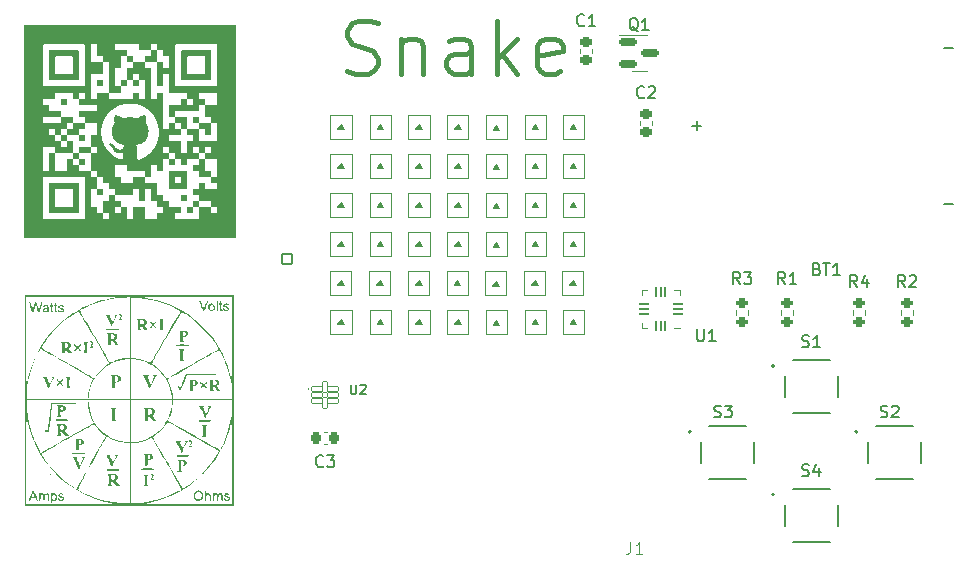
<source format=gbr>
%TF.GenerationSoftware,KiCad,Pcbnew,7.0.10*%
%TF.CreationDate,2024-03-13T20:43:01-04:00*%
%TF.ProjectId,Business Card,42757369-6e65-4737-9320-436172642e6b,rev?*%
%TF.SameCoordinates,Original*%
%TF.FileFunction,Legend,Top*%
%TF.FilePolarity,Positive*%
%FSLAX46Y46*%
G04 Gerber Fmt 4.6, Leading zero omitted, Abs format (unit mm)*
G04 Created by KiCad (PCBNEW 7.0.10) date 2024-03-13 20:43:01*
%MOMM*%
%LPD*%
G01*
G04 APERTURE LIST*
G04 Aperture macros list*
%AMRoundRect*
0 Rectangle with rounded corners*
0 $1 Rounding radius*
0 $2 $3 $4 $5 $6 $7 $8 $9 X,Y pos of 4 corners*
0 Add a 4 corners polygon primitive as box body*
4,1,4,$2,$3,$4,$5,$6,$7,$8,$9,$2,$3,0*
0 Add four circle primitives for the rounded corners*
1,1,$1+$1,$2,$3*
1,1,$1+$1,$4,$5*
1,1,$1+$1,$6,$7*
1,1,$1+$1,$8,$9*
0 Add four rect primitives between the rounded corners*
20,1,$1+$1,$2,$3,$4,$5,0*
20,1,$1+$1,$4,$5,$6,$7,0*
20,1,$1+$1,$6,$7,$8,$9,0*
20,1,$1+$1,$8,$9,$2,$3,0*%
%AMOutline5P*
0 Free polygon, 5 corners , with rotation*
0 The origin of the aperture is its center*
0 number of corners: always 5*
0 $1 to $10 corner X, Y*
0 $11 Rotation angle, in degrees counterclockwise*
0 create outline with 5 corners*
4,1,5,$1,$2,$3,$4,$5,$6,$7,$8,$9,$10,$1,$2,$11*%
%AMOutline6P*
0 Free polygon, 6 corners , with rotation*
0 The origin of the aperture is its center*
0 number of corners: always 6*
0 $1 to $12 corner X, Y*
0 $13 Rotation angle, in degrees counterclockwise*
0 create outline with 6 corners*
4,1,6,$1,$2,$3,$4,$5,$6,$7,$8,$9,$10,$11,$12,$1,$2,$13*%
%AMOutline7P*
0 Free polygon, 7 corners , with rotation*
0 The origin of the aperture is its center*
0 number of corners: always 7*
0 $1 to $14 corner X, Y*
0 $15 Rotation angle, in degrees counterclockwise*
0 create outline with 7 corners*
4,1,7,$1,$2,$3,$4,$5,$6,$7,$8,$9,$10,$11,$12,$13,$14,$1,$2,$15*%
%AMOutline8P*
0 Free polygon, 8 corners , with rotation*
0 The origin of the aperture is its center*
0 number of corners: always 8*
0 $1 to $16 corner X, Y*
0 $17 Rotation angle, in degrees counterclockwise*
0 create outline with 8 corners*
4,1,8,$1,$2,$3,$4,$5,$6,$7,$8,$9,$10,$11,$12,$13,$14,$15,$16,$1,$2,$17*%
%AMFreePoly0*
4,1,14,0.334644,0.085355,0.385355,0.034644,0.400000,-0.000711,0.400000,-0.050000,0.385355,-0.085355,0.350000,-0.100000,-0.350000,-0.100000,-0.385355,-0.085355,-0.400000,-0.050000,-0.400000,0.050000,-0.385355,0.085355,-0.350000,0.100000,0.299289,0.100000,0.334644,0.085355,0.334644,0.085355,$1*%
%AMFreePoly1*
4,1,14,0.385355,0.085355,0.400000,0.050000,0.400000,0.000711,0.385355,-0.034644,0.334644,-0.085355,0.299289,-0.100000,-0.350000,-0.100000,-0.385355,-0.085355,-0.400000,-0.050000,-0.400000,0.050000,-0.385355,0.085355,-0.350000,0.100000,0.350000,0.100000,0.385355,0.085355,0.385355,0.085355,$1*%
%AMFreePoly2*
4,1,14,0.085355,0.385355,0.100000,0.350000,0.100000,-0.350000,0.085355,-0.385355,0.050000,-0.400000,-0.050000,-0.400000,-0.085355,-0.385355,-0.100000,-0.350000,-0.100000,0.299289,-0.085355,0.334644,-0.034644,0.385355,0.000711,0.400000,0.050000,0.400000,0.085355,0.385355,0.085355,0.385355,$1*%
%AMFreePoly3*
4,1,14,0.034644,0.385355,0.085355,0.334644,0.100000,0.299289,0.100000,-0.350000,0.085355,-0.385355,0.050000,-0.400000,-0.050000,-0.400000,-0.085355,-0.385355,-0.100000,-0.350000,-0.100000,0.350000,-0.085355,0.385355,-0.050000,0.400000,-0.000711,0.400000,0.034644,0.385355,0.034644,0.385355,$1*%
%AMFreePoly4*
4,1,14,0.385355,0.085355,0.400000,0.050000,0.400000,-0.050000,0.385355,-0.085355,0.350000,-0.100000,-0.299289,-0.100000,-0.334644,-0.085355,-0.385355,-0.034644,-0.400000,0.000711,-0.400000,0.050000,-0.385355,0.085355,-0.350000,0.100000,0.350000,0.100000,0.385355,0.085355,0.385355,0.085355,$1*%
%AMFreePoly5*
4,1,14,0.385355,0.085355,0.400000,0.050000,0.400000,-0.050000,0.385355,-0.085355,0.350000,-0.100000,-0.350000,-0.100000,-0.385355,-0.085355,-0.400000,-0.050000,-0.400000,-0.000711,-0.385355,0.034644,-0.334644,0.085355,-0.299289,0.100000,0.350000,0.100000,0.385355,0.085355,0.385355,0.085355,$1*%
%AMFreePoly6*
4,1,14,0.085355,0.385355,0.100000,0.350000,0.100000,-0.299289,0.085355,-0.334644,0.034644,-0.385355,-0.000711,-0.400000,-0.050000,-0.400000,-0.085355,-0.385355,-0.100000,-0.350000,-0.100000,0.350000,-0.085355,0.385355,-0.050000,0.400000,0.050000,0.400000,0.085355,0.385355,0.085355,0.385355,$1*%
%AMFreePoly7*
4,1,14,0.085355,0.385355,0.100000,0.350000,0.100000,-0.350000,0.085355,-0.385355,0.050000,-0.400000,0.000711,-0.400000,-0.034644,-0.385355,-0.085355,-0.334644,-0.100000,-0.299289,-0.100000,0.350000,-0.085355,0.385355,-0.050000,0.400000,0.050000,0.400000,0.085355,0.385355,0.085355,0.385355,$1*%
G04 Aperture macros list end*
%ADD10C,0.150000*%
%ADD11C,0.400000*%
%ADD12C,0.100000*%
%ADD13C,0.200000*%
%ADD14C,0.127000*%
%ADD15C,0.120000*%
%ADD16C,0.010000*%
%ADD17RoundRect,0.025440X-0.431560X-0.186560X0.431560X-0.186560X0.431560X0.186560X-0.431560X0.186560X0*%
%ADD18RoundRect,0.025440X-0.426560X-0.186560X0.426560X-0.186560X0.426560X0.186560X-0.426560X0.186560X0*%
%ADD19RoundRect,0.025440X0.186560X-0.426560X0.186560X0.426560X-0.186560X0.426560X-0.186560X-0.426560X0*%
%ADD20RoundRect,0.025440X0.426560X0.186560X-0.426560X0.186560X-0.426560X-0.186560X0.426560X-0.186560X0*%
%ADD21RoundRect,0.025440X-0.186560X0.426560X-0.186560X-0.426560X0.186560X-0.426560X0.186560X0.426560X0*%
%ADD22R,0.650000X0.450000*%
%ADD23RoundRect,0.200000X0.275000X-0.200000X0.275000X0.200000X-0.275000X0.200000X-0.275000X-0.200000X0*%
%ADD24RoundRect,0.225000X0.250000X-0.225000X0.250000X0.225000X-0.250000X0.225000X-0.250000X-0.225000X0*%
%ADD25FreePoly0,180.000000*%
%ADD26RoundRect,0.050000X0.350000X0.050000X-0.350000X0.050000X-0.350000X-0.050000X0.350000X-0.050000X0*%
%ADD27FreePoly1,180.000000*%
%ADD28FreePoly2,180.000000*%
%ADD29RoundRect,0.050000X0.050000X0.350000X-0.050000X0.350000X-0.050000X-0.350000X0.050000X-0.350000X0*%
%ADD30FreePoly3,180.000000*%
%ADD31FreePoly4,180.000000*%
%ADD32FreePoly5,180.000000*%
%ADD33FreePoly6,180.000000*%
%ADD34FreePoly7,180.000000*%
%ADD35R,1.700000X1.700000*%
%ADD36RoundRect,0.150000X-0.587500X-0.150000X0.587500X-0.150000X0.587500X0.150000X-0.587500X0.150000X0*%
%ADD37O,1.000000X1.000000*%
%ADD38RoundRect,0.225000X0.225000X0.250000X-0.225000X0.250000X-0.225000X-0.250000X0.225000X-0.250000X0*%
%ADD39Outline8P,-7.000000X1.050000X-6.300000X1.750000X6.300000X1.750000X7.000000X1.050000X7.000000X-1.050000X6.300000X-1.750000X-6.300000X-1.750000X-7.000000X-1.050000X0.000000*%
%ADD40RoundRect,0.225000X-0.250000X0.225000X-0.250000X-0.225000X0.250000X-0.225000X0.250000X0.225000X0*%
%ADD41RoundRect,0.101600X-0.404000X0.404000X-0.404000X-0.404000X0.404000X-0.404000X0.404000X0.404000X0*%
%ADD42C,1.011200*%
G04 APERTURE END LIST*
D10*
X157562779Y-84578866D02*
X158324684Y-84578866D01*
X157943731Y-84959819D02*
X157943731Y-84197914D01*
X178898779Y-77974866D02*
X179660684Y-77974866D01*
X178898779Y-91182866D02*
X179660684Y-91182866D01*
D11*
X128374299Y-79986200D02*
X129017157Y-80200485D01*
X129017157Y-80200485D02*
X130088585Y-80200485D01*
X130088585Y-80200485D02*
X130517157Y-79986200D01*
X130517157Y-79986200D02*
X130731442Y-79771914D01*
X130731442Y-79771914D02*
X130945728Y-79343342D01*
X130945728Y-79343342D02*
X130945728Y-78914771D01*
X130945728Y-78914771D02*
X130731442Y-78486200D01*
X130731442Y-78486200D02*
X130517157Y-78271914D01*
X130517157Y-78271914D02*
X130088585Y-78057628D01*
X130088585Y-78057628D02*
X129231442Y-77843342D01*
X129231442Y-77843342D02*
X128802871Y-77629057D01*
X128802871Y-77629057D02*
X128588585Y-77414771D01*
X128588585Y-77414771D02*
X128374299Y-76986200D01*
X128374299Y-76986200D02*
X128374299Y-76557628D01*
X128374299Y-76557628D02*
X128588585Y-76129057D01*
X128588585Y-76129057D02*
X128802871Y-75914771D01*
X128802871Y-75914771D02*
X129231442Y-75700485D01*
X129231442Y-75700485D02*
X130302871Y-75700485D01*
X130302871Y-75700485D02*
X130945728Y-75914771D01*
X132874299Y-77200485D02*
X132874299Y-80200485D01*
X132874299Y-77629057D02*
X133088585Y-77414771D01*
X133088585Y-77414771D02*
X133517156Y-77200485D01*
X133517156Y-77200485D02*
X134160013Y-77200485D01*
X134160013Y-77200485D02*
X134588585Y-77414771D01*
X134588585Y-77414771D02*
X134802871Y-77843342D01*
X134802871Y-77843342D02*
X134802871Y-80200485D01*
X138874300Y-80200485D02*
X138874300Y-77843342D01*
X138874300Y-77843342D02*
X138660014Y-77414771D01*
X138660014Y-77414771D02*
X138231442Y-77200485D01*
X138231442Y-77200485D02*
X137374300Y-77200485D01*
X137374300Y-77200485D02*
X136945728Y-77414771D01*
X138874300Y-79986200D02*
X138445728Y-80200485D01*
X138445728Y-80200485D02*
X137374300Y-80200485D01*
X137374300Y-80200485D02*
X136945728Y-79986200D01*
X136945728Y-79986200D02*
X136731442Y-79557628D01*
X136731442Y-79557628D02*
X136731442Y-79129057D01*
X136731442Y-79129057D02*
X136945728Y-78700485D01*
X136945728Y-78700485D02*
X137374300Y-78486200D01*
X137374300Y-78486200D02*
X138445728Y-78486200D01*
X138445728Y-78486200D02*
X138874300Y-78271914D01*
X141017157Y-80200485D02*
X141017157Y-75700485D01*
X141445729Y-78486200D02*
X142731443Y-80200485D01*
X142731443Y-77200485D02*
X141017157Y-78914771D01*
X146374300Y-79986200D02*
X145945728Y-80200485D01*
X145945728Y-80200485D02*
X145088586Y-80200485D01*
X145088586Y-80200485D02*
X144660014Y-79986200D01*
X144660014Y-79986200D02*
X144445728Y-79557628D01*
X144445728Y-79557628D02*
X144445728Y-77843342D01*
X144445728Y-77843342D02*
X144660014Y-77414771D01*
X144660014Y-77414771D02*
X145088586Y-77200485D01*
X145088586Y-77200485D02*
X145945728Y-77200485D01*
X145945728Y-77200485D02*
X146374300Y-77414771D01*
X146374300Y-77414771D02*
X146588586Y-77843342D01*
X146588586Y-77843342D02*
X146588586Y-78271914D01*
X146588586Y-78271914D02*
X144445728Y-78700485D01*
D10*
X128675750Y-106495783D02*
X128675750Y-107144174D01*
X128675750Y-107144174D02*
X128713890Y-107220455D01*
X128713890Y-107220455D02*
X128752031Y-107258596D01*
X128752031Y-107258596D02*
X128828312Y-107296736D01*
X128828312Y-107296736D02*
X128980875Y-107296736D01*
X128980875Y-107296736D02*
X129057156Y-107258596D01*
X129057156Y-107258596D02*
X129095296Y-107220455D01*
X129095296Y-107220455D02*
X129133437Y-107144174D01*
X129133437Y-107144174D02*
X129133437Y-106495783D01*
X129476703Y-106572064D02*
X129514844Y-106533924D01*
X129514844Y-106533924D02*
X129591125Y-106495783D01*
X129591125Y-106495783D02*
X129781828Y-106495783D01*
X129781828Y-106495783D02*
X129858109Y-106533924D01*
X129858109Y-106533924D02*
X129896250Y-106572064D01*
X129896250Y-106572064D02*
X129934390Y-106648346D01*
X129934390Y-106648346D02*
X129934390Y-106724627D01*
X129934390Y-106724627D02*
X129896250Y-106839049D01*
X129896250Y-106839049D02*
X129438562Y-107296736D01*
X129438562Y-107296736D02*
X129934390Y-107296736D01*
X159410095Y-109224200D02*
X159552952Y-109271819D01*
X159552952Y-109271819D02*
X159791047Y-109271819D01*
X159791047Y-109271819D02*
X159886285Y-109224200D01*
X159886285Y-109224200D02*
X159933904Y-109176580D01*
X159933904Y-109176580D02*
X159981523Y-109081342D01*
X159981523Y-109081342D02*
X159981523Y-108986104D01*
X159981523Y-108986104D02*
X159933904Y-108890866D01*
X159933904Y-108890866D02*
X159886285Y-108843247D01*
X159886285Y-108843247D02*
X159791047Y-108795628D01*
X159791047Y-108795628D02*
X159600571Y-108748009D01*
X159600571Y-108748009D02*
X159505333Y-108700390D01*
X159505333Y-108700390D02*
X159457714Y-108652771D01*
X159457714Y-108652771D02*
X159410095Y-108557533D01*
X159410095Y-108557533D02*
X159410095Y-108462295D01*
X159410095Y-108462295D02*
X159457714Y-108367057D01*
X159457714Y-108367057D02*
X159505333Y-108319438D01*
X159505333Y-108319438D02*
X159600571Y-108271819D01*
X159600571Y-108271819D02*
X159838666Y-108271819D01*
X159838666Y-108271819D02*
X159981523Y-108319438D01*
X160314857Y-108271819D02*
X160933904Y-108271819D01*
X160933904Y-108271819D02*
X160600571Y-108652771D01*
X160600571Y-108652771D02*
X160743428Y-108652771D01*
X160743428Y-108652771D02*
X160838666Y-108700390D01*
X160838666Y-108700390D02*
X160886285Y-108748009D01*
X160886285Y-108748009D02*
X160933904Y-108843247D01*
X160933904Y-108843247D02*
X160933904Y-109081342D01*
X160933904Y-109081342D02*
X160886285Y-109176580D01*
X160886285Y-109176580D02*
X160838666Y-109224200D01*
X160838666Y-109224200D02*
X160743428Y-109271819D01*
X160743428Y-109271819D02*
X160457714Y-109271819D01*
X160457714Y-109271819D02*
X160362476Y-109224200D01*
X160362476Y-109224200D02*
X160314857Y-109176580D01*
X171537333Y-98244819D02*
X171204000Y-97768628D01*
X170965905Y-98244819D02*
X170965905Y-97244819D01*
X170965905Y-97244819D02*
X171346857Y-97244819D01*
X171346857Y-97244819D02*
X171442095Y-97292438D01*
X171442095Y-97292438D02*
X171489714Y-97340057D01*
X171489714Y-97340057D02*
X171537333Y-97435295D01*
X171537333Y-97435295D02*
X171537333Y-97578152D01*
X171537333Y-97578152D02*
X171489714Y-97673390D01*
X171489714Y-97673390D02*
X171442095Y-97721009D01*
X171442095Y-97721009D02*
X171346857Y-97768628D01*
X171346857Y-97768628D02*
X170965905Y-97768628D01*
X172394476Y-97578152D02*
X172394476Y-98244819D01*
X172156381Y-97197200D02*
X171918286Y-97911485D01*
X171918286Y-97911485D02*
X172537333Y-97911485D01*
X153503333Y-82147580D02*
X153455714Y-82195200D01*
X153455714Y-82195200D02*
X153312857Y-82242819D01*
X153312857Y-82242819D02*
X153217619Y-82242819D01*
X153217619Y-82242819D02*
X153074762Y-82195200D01*
X153074762Y-82195200D02*
X152979524Y-82099961D01*
X152979524Y-82099961D02*
X152931905Y-82004723D01*
X152931905Y-82004723D02*
X152884286Y-81814247D01*
X152884286Y-81814247D02*
X152884286Y-81671390D01*
X152884286Y-81671390D02*
X152931905Y-81480914D01*
X152931905Y-81480914D02*
X152979524Y-81385676D01*
X152979524Y-81385676D02*
X153074762Y-81290438D01*
X153074762Y-81290438D02*
X153217619Y-81242819D01*
X153217619Y-81242819D02*
X153312857Y-81242819D01*
X153312857Y-81242819D02*
X153455714Y-81290438D01*
X153455714Y-81290438D02*
X153503333Y-81338057D01*
X153884286Y-81338057D02*
X153931905Y-81290438D01*
X153931905Y-81290438D02*
X154027143Y-81242819D01*
X154027143Y-81242819D02*
X154265238Y-81242819D01*
X154265238Y-81242819D02*
X154360476Y-81290438D01*
X154360476Y-81290438D02*
X154408095Y-81338057D01*
X154408095Y-81338057D02*
X154455714Y-81433295D01*
X154455714Y-81433295D02*
X154455714Y-81528533D01*
X154455714Y-81528533D02*
X154408095Y-81671390D01*
X154408095Y-81671390D02*
X153836667Y-82242819D01*
X153836667Y-82242819D02*
X154455714Y-82242819D01*
X173522095Y-109224200D02*
X173664952Y-109271819D01*
X173664952Y-109271819D02*
X173903047Y-109271819D01*
X173903047Y-109271819D02*
X173998285Y-109224200D01*
X173998285Y-109224200D02*
X174045904Y-109176580D01*
X174045904Y-109176580D02*
X174093523Y-109081342D01*
X174093523Y-109081342D02*
X174093523Y-108986104D01*
X174093523Y-108986104D02*
X174045904Y-108890866D01*
X174045904Y-108890866D02*
X173998285Y-108843247D01*
X173998285Y-108843247D02*
X173903047Y-108795628D01*
X173903047Y-108795628D02*
X173712571Y-108748009D01*
X173712571Y-108748009D02*
X173617333Y-108700390D01*
X173617333Y-108700390D02*
X173569714Y-108652771D01*
X173569714Y-108652771D02*
X173522095Y-108557533D01*
X173522095Y-108557533D02*
X173522095Y-108462295D01*
X173522095Y-108462295D02*
X173569714Y-108367057D01*
X173569714Y-108367057D02*
X173617333Y-108319438D01*
X173617333Y-108319438D02*
X173712571Y-108271819D01*
X173712571Y-108271819D02*
X173950666Y-108271819D01*
X173950666Y-108271819D02*
X174093523Y-108319438D01*
X174474476Y-108367057D02*
X174522095Y-108319438D01*
X174522095Y-108319438D02*
X174617333Y-108271819D01*
X174617333Y-108271819D02*
X174855428Y-108271819D01*
X174855428Y-108271819D02*
X174950666Y-108319438D01*
X174950666Y-108319438D02*
X174998285Y-108367057D01*
X174998285Y-108367057D02*
X175045904Y-108462295D01*
X175045904Y-108462295D02*
X175045904Y-108557533D01*
X175045904Y-108557533D02*
X174998285Y-108700390D01*
X174998285Y-108700390D02*
X174426857Y-109271819D01*
X174426857Y-109271819D02*
X175045904Y-109271819D01*
X157988095Y-101816819D02*
X157988095Y-102626342D01*
X157988095Y-102626342D02*
X158035714Y-102721580D01*
X158035714Y-102721580D02*
X158083333Y-102769200D01*
X158083333Y-102769200D02*
X158178571Y-102816819D01*
X158178571Y-102816819D02*
X158369047Y-102816819D01*
X158369047Y-102816819D02*
X158464285Y-102769200D01*
X158464285Y-102769200D02*
X158511904Y-102721580D01*
X158511904Y-102721580D02*
X158559523Y-102626342D01*
X158559523Y-102626342D02*
X158559523Y-101816819D01*
X159559523Y-102816819D02*
X158988095Y-102816819D01*
X159273809Y-102816819D02*
X159273809Y-101816819D01*
X159273809Y-101816819D02*
X159178571Y-101959676D01*
X159178571Y-101959676D02*
X159083333Y-102054914D01*
X159083333Y-102054914D02*
X158988095Y-102102533D01*
X152988261Y-76570057D02*
X152893023Y-76522438D01*
X152893023Y-76522438D02*
X152797785Y-76427200D01*
X152797785Y-76427200D02*
X152654928Y-76284342D01*
X152654928Y-76284342D02*
X152559690Y-76236723D01*
X152559690Y-76236723D02*
X152464452Y-76236723D01*
X152512071Y-76474819D02*
X152416833Y-76427200D01*
X152416833Y-76427200D02*
X152321595Y-76331961D01*
X152321595Y-76331961D02*
X152273976Y-76141485D01*
X152273976Y-76141485D02*
X152273976Y-75808152D01*
X152273976Y-75808152D02*
X152321595Y-75617676D01*
X152321595Y-75617676D02*
X152416833Y-75522438D01*
X152416833Y-75522438D02*
X152512071Y-75474819D01*
X152512071Y-75474819D02*
X152702547Y-75474819D01*
X152702547Y-75474819D02*
X152797785Y-75522438D01*
X152797785Y-75522438D02*
X152893023Y-75617676D01*
X152893023Y-75617676D02*
X152940642Y-75808152D01*
X152940642Y-75808152D02*
X152940642Y-76141485D01*
X152940642Y-76141485D02*
X152893023Y-76331961D01*
X152893023Y-76331961D02*
X152797785Y-76427200D01*
X152797785Y-76427200D02*
X152702547Y-76474819D01*
X152702547Y-76474819D02*
X152512071Y-76474819D01*
X153893023Y-76474819D02*
X153321595Y-76474819D01*
X153607309Y-76474819D02*
X153607309Y-75474819D01*
X153607309Y-75474819D02*
X153512071Y-75617676D01*
X153512071Y-75617676D02*
X153416833Y-75712914D01*
X153416833Y-75712914D02*
X153321595Y-75760533D01*
D12*
X152340666Y-119833419D02*
X152340666Y-120547704D01*
X152340666Y-120547704D02*
X152293047Y-120690561D01*
X152293047Y-120690561D02*
X152197809Y-120785800D01*
X152197809Y-120785800D02*
X152054952Y-120833419D01*
X152054952Y-120833419D02*
X151959714Y-120833419D01*
X153340666Y-120833419D02*
X152769238Y-120833419D01*
X153054952Y-120833419D02*
X153054952Y-119833419D01*
X153054952Y-119833419D02*
X152959714Y-119976276D01*
X152959714Y-119976276D02*
X152864476Y-120071514D01*
X152864476Y-120071514D02*
X152769238Y-120119133D01*
D10*
X166878095Y-114199200D02*
X167020952Y-114246819D01*
X167020952Y-114246819D02*
X167259047Y-114246819D01*
X167259047Y-114246819D02*
X167354285Y-114199200D01*
X167354285Y-114199200D02*
X167401904Y-114151580D01*
X167401904Y-114151580D02*
X167449523Y-114056342D01*
X167449523Y-114056342D02*
X167449523Y-113961104D01*
X167449523Y-113961104D02*
X167401904Y-113865866D01*
X167401904Y-113865866D02*
X167354285Y-113818247D01*
X167354285Y-113818247D02*
X167259047Y-113770628D01*
X167259047Y-113770628D02*
X167068571Y-113723009D01*
X167068571Y-113723009D02*
X166973333Y-113675390D01*
X166973333Y-113675390D02*
X166925714Y-113627771D01*
X166925714Y-113627771D02*
X166878095Y-113532533D01*
X166878095Y-113532533D02*
X166878095Y-113437295D01*
X166878095Y-113437295D02*
X166925714Y-113342057D01*
X166925714Y-113342057D02*
X166973333Y-113294438D01*
X166973333Y-113294438D02*
X167068571Y-113246819D01*
X167068571Y-113246819D02*
X167306666Y-113246819D01*
X167306666Y-113246819D02*
X167449523Y-113294438D01*
X168306666Y-113580152D02*
X168306666Y-114246819D01*
X168068571Y-113199200D02*
X167830476Y-113913485D01*
X167830476Y-113913485D02*
X168449523Y-113913485D01*
X161631333Y-97990819D02*
X161298000Y-97514628D01*
X161059905Y-97990819D02*
X161059905Y-96990819D01*
X161059905Y-96990819D02*
X161440857Y-96990819D01*
X161440857Y-96990819D02*
X161536095Y-97038438D01*
X161536095Y-97038438D02*
X161583714Y-97086057D01*
X161583714Y-97086057D02*
X161631333Y-97181295D01*
X161631333Y-97181295D02*
X161631333Y-97324152D01*
X161631333Y-97324152D02*
X161583714Y-97419390D01*
X161583714Y-97419390D02*
X161536095Y-97467009D01*
X161536095Y-97467009D02*
X161440857Y-97514628D01*
X161440857Y-97514628D02*
X161059905Y-97514628D01*
X161964667Y-96990819D02*
X162583714Y-96990819D01*
X162583714Y-96990819D02*
X162250381Y-97371771D01*
X162250381Y-97371771D02*
X162393238Y-97371771D01*
X162393238Y-97371771D02*
X162488476Y-97419390D01*
X162488476Y-97419390D02*
X162536095Y-97467009D01*
X162536095Y-97467009D02*
X162583714Y-97562247D01*
X162583714Y-97562247D02*
X162583714Y-97800342D01*
X162583714Y-97800342D02*
X162536095Y-97895580D01*
X162536095Y-97895580D02*
X162488476Y-97943200D01*
X162488476Y-97943200D02*
X162393238Y-97990819D01*
X162393238Y-97990819D02*
X162107524Y-97990819D01*
X162107524Y-97990819D02*
X162012286Y-97943200D01*
X162012286Y-97943200D02*
X161964667Y-97895580D01*
X165441333Y-97990819D02*
X165108000Y-97514628D01*
X164869905Y-97990819D02*
X164869905Y-96990819D01*
X164869905Y-96990819D02*
X165250857Y-96990819D01*
X165250857Y-96990819D02*
X165346095Y-97038438D01*
X165346095Y-97038438D02*
X165393714Y-97086057D01*
X165393714Y-97086057D02*
X165441333Y-97181295D01*
X165441333Y-97181295D02*
X165441333Y-97324152D01*
X165441333Y-97324152D02*
X165393714Y-97419390D01*
X165393714Y-97419390D02*
X165346095Y-97467009D01*
X165346095Y-97467009D02*
X165250857Y-97514628D01*
X165250857Y-97514628D02*
X164869905Y-97514628D01*
X166393714Y-97990819D02*
X165822286Y-97990819D01*
X166108000Y-97990819D02*
X166108000Y-96990819D01*
X166108000Y-96990819D02*
X166012762Y-97133676D01*
X166012762Y-97133676D02*
X165917524Y-97228914D01*
X165917524Y-97228914D02*
X165822286Y-97276533D01*
X166878095Y-103277200D02*
X167020952Y-103324819D01*
X167020952Y-103324819D02*
X167259047Y-103324819D01*
X167259047Y-103324819D02*
X167354285Y-103277200D01*
X167354285Y-103277200D02*
X167401904Y-103229580D01*
X167401904Y-103229580D02*
X167449523Y-103134342D01*
X167449523Y-103134342D02*
X167449523Y-103039104D01*
X167449523Y-103039104D02*
X167401904Y-102943866D01*
X167401904Y-102943866D02*
X167354285Y-102896247D01*
X167354285Y-102896247D02*
X167259047Y-102848628D01*
X167259047Y-102848628D02*
X167068571Y-102801009D01*
X167068571Y-102801009D02*
X166973333Y-102753390D01*
X166973333Y-102753390D02*
X166925714Y-102705771D01*
X166925714Y-102705771D02*
X166878095Y-102610533D01*
X166878095Y-102610533D02*
X166878095Y-102515295D01*
X166878095Y-102515295D02*
X166925714Y-102420057D01*
X166925714Y-102420057D02*
X166973333Y-102372438D01*
X166973333Y-102372438D02*
X167068571Y-102324819D01*
X167068571Y-102324819D02*
X167306666Y-102324819D01*
X167306666Y-102324819D02*
X167449523Y-102372438D01*
X168401904Y-103324819D02*
X167830476Y-103324819D01*
X168116190Y-103324819D02*
X168116190Y-102324819D01*
X168116190Y-102324819D02*
X168020952Y-102467676D01*
X168020952Y-102467676D02*
X167925714Y-102562914D01*
X167925714Y-102562914D02*
X167830476Y-102610533D01*
X175601333Y-98244819D02*
X175268000Y-97768628D01*
X175029905Y-98244819D02*
X175029905Y-97244819D01*
X175029905Y-97244819D02*
X175410857Y-97244819D01*
X175410857Y-97244819D02*
X175506095Y-97292438D01*
X175506095Y-97292438D02*
X175553714Y-97340057D01*
X175553714Y-97340057D02*
X175601333Y-97435295D01*
X175601333Y-97435295D02*
X175601333Y-97578152D01*
X175601333Y-97578152D02*
X175553714Y-97673390D01*
X175553714Y-97673390D02*
X175506095Y-97721009D01*
X175506095Y-97721009D02*
X175410857Y-97768628D01*
X175410857Y-97768628D02*
X175029905Y-97768628D01*
X175982286Y-97340057D02*
X176029905Y-97292438D01*
X176029905Y-97292438D02*
X176125143Y-97244819D01*
X176125143Y-97244819D02*
X176363238Y-97244819D01*
X176363238Y-97244819D02*
X176458476Y-97292438D01*
X176458476Y-97292438D02*
X176506095Y-97340057D01*
X176506095Y-97340057D02*
X176553714Y-97435295D01*
X176553714Y-97435295D02*
X176553714Y-97530533D01*
X176553714Y-97530533D02*
X176506095Y-97673390D01*
X176506095Y-97673390D02*
X175934667Y-98244819D01*
X175934667Y-98244819D02*
X176553714Y-98244819D01*
X126325333Y-113389580D02*
X126277714Y-113437200D01*
X126277714Y-113437200D02*
X126134857Y-113484819D01*
X126134857Y-113484819D02*
X126039619Y-113484819D01*
X126039619Y-113484819D02*
X125896762Y-113437200D01*
X125896762Y-113437200D02*
X125801524Y-113341961D01*
X125801524Y-113341961D02*
X125753905Y-113246723D01*
X125753905Y-113246723D02*
X125706286Y-113056247D01*
X125706286Y-113056247D02*
X125706286Y-112913390D01*
X125706286Y-112913390D02*
X125753905Y-112722914D01*
X125753905Y-112722914D02*
X125801524Y-112627676D01*
X125801524Y-112627676D02*
X125896762Y-112532438D01*
X125896762Y-112532438D02*
X126039619Y-112484819D01*
X126039619Y-112484819D02*
X126134857Y-112484819D01*
X126134857Y-112484819D02*
X126277714Y-112532438D01*
X126277714Y-112532438D02*
X126325333Y-112580057D01*
X126658667Y-112484819D02*
X127277714Y-112484819D01*
X127277714Y-112484819D02*
X126944381Y-112865771D01*
X126944381Y-112865771D02*
X127087238Y-112865771D01*
X127087238Y-112865771D02*
X127182476Y-112913390D01*
X127182476Y-112913390D02*
X127230095Y-112961009D01*
X127230095Y-112961009D02*
X127277714Y-113056247D01*
X127277714Y-113056247D02*
X127277714Y-113294342D01*
X127277714Y-113294342D02*
X127230095Y-113389580D01*
X127230095Y-113389580D02*
X127182476Y-113437200D01*
X127182476Y-113437200D02*
X127087238Y-113484819D01*
X127087238Y-113484819D02*
X126801524Y-113484819D01*
X126801524Y-113484819D02*
X126706286Y-113437200D01*
X126706286Y-113437200D02*
X126658667Y-113389580D01*
X168124285Y-96705009D02*
X168267142Y-96752628D01*
X168267142Y-96752628D02*
X168314761Y-96800247D01*
X168314761Y-96800247D02*
X168362380Y-96895485D01*
X168362380Y-96895485D02*
X168362380Y-97038342D01*
X168362380Y-97038342D02*
X168314761Y-97133580D01*
X168314761Y-97133580D02*
X168267142Y-97181200D01*
X168267142Y-97181200D02*
X168171904Y-97228819D01*
X168171904Y-97228819D02*
X167790952Y-97228819D01*
X167790952Y-97228819D02*
X167790952Y-96228819D01*
X167790952Y-96228819D02*
X168124285Y-96228819D01*
X168124285Y-96228819D02*
X168219523Y-96276438D01*
X168219523Y-96276438D02*
X168267142Y-96324057D01*
X168267142Y-96324057D02*
X168314761Y-96419295D01*
X168314761Y-96419295D02*
X168314761Y-96514533D01*
X168314761Y-96514533D02*
X168267142Y-96609771D01*
X168267142Y-96609771D02*
X168219523Y-96657390D01*
X168219523Y-96657390D02*
X168124285Y-96705009D01*
X168124285Y-96705009D02*
X167790952Y-96705009D01*
X168648095Y-96228819D02*
X169219523Y-96228819D01*
X168933809Y-97228819D02*
X168933809Y-96228819D01*
X170076666Y-97228819D02*
X169505238Y-97228819D01*
X169790952Y-97228819D02*
X169790952Y-96228819D01*
X169790952Y-96228819D02*
X169695714Y-96371676D01*
X169695714Y-96371676D02*
X169600476Y-96466914D01*
X169600476Y-96466914D02*
X169505238Y-96514533D01*
X148423333Y-76051580D02*
X148375714Y-76099200D01*
X148375714Y-76099200D02*
X148232857Y-76146819D01*
X148232857Y-76146819D02*
X148137619Y-76146819D01*
X148137619Y-76146819D02*
X147994762Y-76099200D01*
X147994762Y-76099200D02*
X147899524Y-76003961D01*
X147899524Y-76003961D02*
X147851905Y-75908723D01*
X147851905Y-75908723D02*
X147804286Y-75718247D01*
X147804286Y-75718247D02*
X147804286Y-75575390D01*
X147804286Y-75575390D02*
X147851905Y-75384914D01*
X147851905Y-75384914D02*
X147899524Y-75289676D01*
X147899524Y-75289676D02*
X147994762Y-75194438D01*
X147994762Y-75194438D02*
X148137619Y-75146819D01*
X148137619Y-75146819D02*
X148232857Y-75146819D01*
X148232857Y-75146819D02*
X148375714Y-75194438D01*
X148375714Y-75194438D02*
X148423333Y-75242057D01*
X149375714Y-76146819D02*
X148804286Y-76146819D01*
X149090000Y-76146819D02*
X149090000Y-75146819D01*
X149090000Y-75146819D02*
X148994762Y-75289676D01*
X148994762Y-75289676D02*
X148899524Y-75384914D01*
X148899524Y-75384914D02*
X148804286Y-75432533D01*
D13*
%TO.C,U2*%
X125120000Y-106875000D02*
G75*
G03*
X125080000Y-106875000I-20000J0D01*
G01*
X125080000Y-106875000D02*
G75*
G03*
X125120000Y-106875000I20000J0D01*
G01*
D14*
%TO.C,S3*%
X158334000Y-111360000D02*
X158334000Y-113120000D01*
X159029000Y-109990000D02*
X162139000Y-109990000D01*
X159029000Y-114490000D02*
X162139000Y-114490000D01*
X162834000Y-111360000D02*
X162834000Y-113120000D01*
D13*
X157458000Y-110490000D02*
G75*
G03*
X157258000Y-110490000I-100000J0D01*
G01*
X157258000Y-110490000D02*
G75*
G03*
X157458000Y-110490000I100000J0D01*
G01*
D12*
%TO.C,D18*%
X136826000Y-90298000D02*
X138626000Y-90298000D01*
X138626000Y-90298000D02*
X138626000Y-92298000D01*
X138626000Y-92298000D02*
X136826000Y-92298000D01*
X136826000Y-92298000D02*
X136826000Y-90298000D01*
X137983544Y-91496882D02*
X137418628Y-91496882D01*
X137728628Y-91066882D01*
X137983544Y-91496882D01*
G36*
X137983544Y-91496882D02*
G01*
X137418628Y-91496882D01*
X137728628Y-91066882D01*
X137983544Y-91496882D01*
G37*
%TO.C,D37*%
X143388000Y-100204000D02*
X145188000Y-100204000D01*
X145188000Y-100204000D02*
X145188000Y-102204000D01*
X145188000Y-102204000D02*
X143388000Y-102204000D01*
X143388000Y-102204000D02*
X143388000Y-100204000D01*
X144545544Y-101402882D02*
X143980628Y-101402882D01*
X144290628Y-100972882D01*
X144545544Y-101402882D01*
G36*
X144545544Y-101402882D02*
G01*
X143980628Y-101402882D01*
X144290628Y-100972882D01*
X144545544Y-101402882D01*
G37*
%TO.C,D25*%
X136826000Y-93600000D02*
X138626000Y-93600000D01*
X138626000Y-93600000D02*
X138626000Y-95600000D01*
X138626000Y-95600000D02*
X136826000Y-95600000D01*
X136826000Y-95600000D02*
X136826000Y-93600000D01*
X137983544Y-94798882D02*
X137418628Y-94798882D01*
X137728628Y-94368882D01*
X137983544Y-94798882D01*
G36*
X137983544Y-94798882D02*
G01*
X137418628Y-94798882D01*
X137728628Y-94368882D01*
X137983544Y-94798882D01*
G37*
%TO.C,D34*%
X130206000Y-96902000D02*
X132006000Y-96902000D01*
X132006000Y-96902000D02*
X132006000Y-98902000D01*
X132006000Y-98902000D02*
X130206000Y-98902000D01*
X130206000Y-98902000D02*
X130206000Y-96902000D01*
X131363544Y-98100882D02*
X130798628Y-98100882D01*
X131108628Y-97670882D01*
X131363544Y-98100882D01*
G36*
X131363544Y-98100882D02*
G01*
X130798628Y-98100882D01*
X131108628Y-97670882D01*
X131363544Y-98100882D01*
G37*
D15*
%TO.C,R4*%
X171181500Y-100630258D02*
X171181500Y-100155742D01*
X172226500Y-100630258D02*
X172226500Y-100155742D01*
D12*
%TO.C,D42*%
X126940000Y-100176000D02*
X128740000Y-100176000D01*
X128740000Y-100176000D02*
X128740000Y-102176000D01*
X128740000Y-102176000D02*
X126940000Y-102176000D01*
X126940000Y-102176000D02*
X126940000Y-100176000D01*
X128097544Y-101374882D02*
X127532628Y-101374882D01*
X127842628Y-100944882D01*
X128097544Y-101374882D01*
G36*
X128097544Y-101374882D02*
G01*
X127532628Y-101374882D01*
X127842628Y-100944882D01*
X128097544Y-101374882D01*
G37*
%TO.C,D22*%
X146586000Y-93600000D02*
X148386000Y-93600000D01*
X148386000Y-93600000D02*
X148386000Y-95600000D01*
X148386000Y-95600000D02*
X146586000Y-95600000D01*
X146586000Y-95600000D02*
X146586000Y-93600000D01*
X147743544Y-94798882D02*
X147178628Y-94798882D01*
X147488628Y-94368882D01*
X147743544Y-94798882D01*
G36*
X147743544Y-94798882D02*
G01*
X147178628Y-94798882D01*
X147488628Y-94368882D01*
X147743544Y-94798882D01*
G37*
%TO.C,D8*%
X146586000Y-86996000D02*
X148386000Y-86996000D01*
X148386000Y-86996000D02*
X148386000Y-88996000D01*
X148386000Y-88996000D02*
X146586000Y-88996000D01*
X146586000Y-88996000D02*
X146586000Y-86996000D01*
X147743544Y-88194882D02*
X147178628Y-88194882D01*
X147488628Y-87764882D01*
X147743544Y-88194882D01*
G36*
X147743544Y-88194882D02*
G01*
X147178628Y-88194882D01*
X147488628Y-87764882D01*
X147743544Y-88194882D01*
G37*
%TO.C,D19*%
X133544000Y-90298000D02*
X135344000Y-90298000D01*
X135344000Y-90298000D02*
X135344000Y-92298000D01*
X135344000Y-92298000D02*
X133544000Y-92298000D01*
X133544000Y-92298000D02*
X133544000Y-90298000D01*
X134701544Y-91496882D02*
X134136628Y-91496882D01*
X134446628Y-91066882D01*
X134701544Y-91496882D01*
G36*
X134701544Y-91496882D02*
G01*
X134136628Y-91496882D01*
X134446628Y-91066882D01*
X134701544Y-91496882D01*
G37*
%TO.C,G\u002A\u002A\u002A*%
G36*
X104529283Y-115271136D02*
G01*
X104512028Y-115288392D01*
X104494772Y-115271136D01*
X104512028Y-115253881D01*
X104529283Y-115271136D01*
G37*
G36*
X117125750Y-101984451D02*
G01*
X117108495Y-102001707D01*
X117091240Y-101984451D01*
X117108495Y-101967196D01*
X117125750Y-101984451D01*
G37*
G36*
X102757725Y-102254787D02*
G01*
X102761855Y-102295743D01*
X102757725Y-102300801D01*
X102737208Y-102296064D01*
X102734718Y-102277794D01*
X102747345Y-102249387D01*
X102757725Y-102254787D01*
G37*
G36*
X103236003Y-114091342D02*
G01*
X103261009Y-114110620D01*
X103308805Y-114153192D01*
X103321403Y-114171014D01*
X103304615Y-114181344D01*
X103258738Y-114137011D01*
X103247979Y-114123650D01*
X103218132Y-114082772D01*
X103236003Y-114091342D01*
G37*
G36*
X117372000Y-99389064D02*
G01*
X117386895Y-99426532D01*
X117396002Y-99501667D01*
X117400568Y-99624849D01*
X117401837Y-99806458D01*
X117401837Y-99810267D01*
X117400615Y-99993005D01*
X117396119Y-100117132D01*
X117387103Y-100193028D01*
X117372321Y-100231074D01*
X117350528Y-100241650D01*
X117350071Y-100241653D01*
X117328143Y-100231470D01*
X117313247Y-100194001D01*
X117304140Y-100118866D01*
X117299574Y-99995684D01*
X117298305Y-99814075D01*
X117298305Y-99810267D01*
X117299527Y-99627528D01*
X117304023Y-99503401D01*
X117313039Y-99427505D01*
X117327821Y-99389459D01*
X117349614Y-99378883D01*
X117350071Y-99378881D01*
X117372000Y-99389064D01*
G37*
G36*
X106784170Y-102822973D02*
G01*
X106849530Y-102879951D01*
X106860133Y-102903293D01*
X106858779Y-102976117D01*
X106811257Y-103075531D01*
X106773444Y-103132390D01*
X106663533Y-103288321D01*
X106769778Y-103267073D01*
X106844117Y-103258926D01*
X106872700Y-103281736D01*
X106876022Y-103313983D01*
X106866795Y-103354709D01*
X106827904Y-103375138D01*
X106742534Y-103381830D01*
X106701323Y-103382142D01*
X106526625Y-103382142D01*
X106635234Y-103230905D01*
X106706653Y-103108764D01*
X106733038Y-103009887D01*
X106714158Y-102943515D01*
X106649780Y-102918890D01*
X106643074Y-102918985D01*
X106577161Y-102909114D01*
X106575158Y-102873611D01*
X106616743Y-102830340D01*
X106696097Y-102803295D01*
X106784170Y-102822973D01*
G37*
G36*
X114621775Y-103106486D02*
G01*
X114764946Y-103108654D01*
X114859332Y-103113872D01*
X114915049Y-103123453D01*
X114942216Y-103138710D01*
X114950950Y-103160956D01*
X114951566Y-103175076D01*
X114948173Y-103201603D01*
X114931161Y-103220295D01*
X114890275Y-103232518D01*
X114815263Y-103239639D01*
X114695871Y-103243027D01*
X114521846Y-103244047D01*
X114433903Y-103244098D01*
X114253489Y-103243556D01*
X114100089Y-103242060D01*
X113985714Y-103239812D01*
X113922375Y-103237009D01*
X113913599Y-103235470D01*
X113900000Y-103186868D01*
X113899926Y-103152269D01*
X113922681Y-103129294D01*
X113977567Y-103115564D01*
X114073889Y-103108700D01*
X114220951Y-103106324D01*
X114419701Y-103106055D01*
X114621775Y-103106486D01*
G37*
G36*
X116241020Y-109496563D02*
G01*
X116340193Y-109498294D01*
X116543352Y-109502771D01*
X116687603Y-109508504D01*
X116783062Y-109516774D01*
X116839842Y-109528861D01*
X116868058Y-109546045D01*
X116877267Y-109566267D01*
X116875270Y-109590565D01*
X116851360Y-109607686D01*
X116795038Y-109619309D01*
X116695806Y-109627118D01*
X116543166Y-109632793D01*
X116446316Y-109635289D01*
X116269680Y-109638502D01*
X116110453Y-109639552D01*
X115985493Y-109638449D01*
X115911660Y-109635205D01*
X115909242Y-109634944D01*
X115834824Y-109609395D01*
X115814337Y-109556396D01*
X115817716Y-109530641D01*
X115834630Y-109512696D01*
X115875248Y-109501440D01*
X115949740Y-109495748D01*
X116068275Y-109494497D01*
X116241020Y-109496563D01*
G37*
G36*
X104112302Y-109427277D02*
G01*
X104226878Y-109429273D01*
X104429494Y-109433681D01*
X104573294Y-109439261D01*
X104668484Y-109447340D01*
X104725269Y-109459246D01*
X104753856Y-109476306D01*
X104764327Y-109499193D01*
X104763680Y-109522095D01*
X104745059Y-109538373D01*
X104698749Y-109549143D01*
X104615038Y-109555520D01*
X104484211Y-109558620D01*
X104296557Y-109559559D01*
X104238471Y-109559587D01*
X104035226Y-109559181D01*
X103890930Y-109557091D01*
X103795510Y-109552004D01*
X103738895Y-109542612D01*
X103711013Y-109527603D01*
X103701790Y-109505669D01*
X103701022Y-109489667D01*
X103703959Y-109463042D01*
X103719559Y-109444468D01*
X103758008Y-109432774D01*
X103829491Y-109426791D01*
X103944194Y-109425349D01*
X104112302Y-109427277D01*
G37*
G36*
X114861349Y-112465914D02*
G01*
X114916087Y-112474427D01*
X114942562Y-112489199D01*
X114950961Y-112511399D01*
X114951566Y-112526623D01*
X114948447Y-112553065D01*
X114932375Y-112571837D01*
X114893278Y-112584251D01*
X114821083Y-112591617D01*
X114705720Y-112595244D01*
X114537116Y-112596444D01*
X114414117Y-112596544D01*
X114210424Y-112595977D01*
X114066035Y-112593534D01*
X113971238Y-112588097D01*
X113916317Y-112578553D01*
X113891561Y-112563785D01*
X113887256Y-112542678D01*
X113888261Y-112536150D01*
X113899170Y-112512779D01*
X113928318Y-112495859D01*
X113985911Y-112484061D01*
X114082156Y-112476058D01*
X114227258Y-112470522D01*
X114425710Y-112466229D01*
X114626346Y-112462985D01*
X114768164Y-112462490D01*
X114861349Y-112465914D01*
G37*
G36*
X105819115Y-112251862D02*
G01*
X105962924Y-112254009D01*
X106057889Y-112259179D01*
X106114102Y-112268674D01*
X106141649Y-112283795D01*
X106150621Y-112305844D01*
X106151294Y-112320457D01*
X106147988Y-112346617D01*
X106131346Y-112365173D01*
X106091278Y-112377426D01*
X106017694Y-112384680D01*
X105900507Y-112388234D01*
X105729628Y-112389392D01*
X105616375Y-112389479D01*
X105413636Y-112389052D01*
X105269827Y-112386905D01*
X105174861Y-112381735D01*
X105118649Y-112372240D01*
X105091102Y-112357119D01*
X105082130Y-112335070D01*
X105081457Y-112320457D01*
X105084762Y-112294297D01*
X105101405Y-112275741D01*
X105141473Y-112263487D01*
X105215057Y-112256234D01*
X105332243Y-112252680D01*
X105503123Y-112251522D01*
X105616375Y-112251435D01*
X105819115Y-112251862D01*
G37*
G36*
X108683518Y-101760557D02*
G01*
X108827326Y-101762705D01*
X108922292Y-101767875D01*
X108978504Y-101777369D01*
X109006051Y-101792490D01*
X109015023Y-101814539D01*
X109015696Y-101829153D01*
X109012391Y-101855312D01*
X108995748Y-101873868D01*
X108955680Y-101886122D01*
X108882097Y-101893375D01*
X108764910Y-101896930D01*
X108594030Y-101898087D01*
X108480778Y-101898174D01*
X108278038Y-101897748D01*
X108134229Y-101895600D01*
X108039264Y-101890430D01*
X107983052Y-101880936D01*
X107955504Y-101865815D01*
X107946532Y-101843766D01*
X107945859Y-101829153D01*
X107949165Y-101802993D01*
X107965807Y-101784437D01*
X108005875Y-101772183D01*
X108079459Y-101764930D01*
X108196646Y-101761375D01*
X108367525Y-101760218D01*
X108480778Y-101760131D01*
X108683518Y-101760557D01*
G37*
G36*
X108718028Y-113666807D02*
G01*
X108861837Y-113668955D01*
X108956802Y-113674125D01*
X109013015Y-113683619D01*
X109040562Y-113698740D01*
X109049534Y-113720789D01*
X109050207Y-113735403D01*
X109046901Y-113761562D01*
X109030259Y-113780118D01*
X108990191Y-113792372D01*
X108916607Y-113799625D01*
X108799420Y-113803180D01*
X108628541Y-113804337D01*
X108515289Y-113804424D01*
X108312549Y-113803998D01*
X108168740Y-113801850D01*
X108073775Y-113796680D01*
X108017562Y-113787186D01*
X107990015Y-113772065D01*
X107981043Y-113750016D01*
X107980370Y-113735403D01*
X107983676Y-113709243D01*
X108000318Y-113690687D01*
X108040386Y-113678433D01*
X108113970Y-113671180D01*
X108231157Y-113667625D01*
X108402036Y-113666468D01*
X108515289Y-113666381D01*
X108718028Y-113666807D01*
G37*
G36*
X111651452Y-113597786D02*
G01*
X111795261Y-113599933D01*
X111890226Y-113605103D01*
X111946439Y-113614598D01*
X111973986Y-113629719D01*
X111982958Y-113651768D01*
X111983631Y-113666381D01*
X111980325Y-113692541D01*
X111963683Y-113711097D01*
X111923615Y-113723350D01*
X111850031Y-113730603D01*
X111732844Y-113734158D01*
X111561965Y-113735316D01*
X111448712Y-113735403D01*
X111245973Y-113734976D01*
X111102164Y-113732829D01*
X111007198Y-113727658D01*
X110950986Y-113718164D01*
X110923439Y-113703043D01*
X110914467Y-113680994D01*
X110913794Y-113666381D01*
X110917099Y-113640221D01*
X110933742Y-113621665D01*
X110973810Y-113609411D01*
X111047393Y-113602158D01*
X111164580Y-113598604D01*
X111335460Y-113597446D01*
X111448712Y-113597359D01*
X111651452Y-113597786D01*
G37*
G36*
X111915335Y-114063933D02*
G01*
X111917082Y-114065494D01*
X111966416Y-114121254D01*
X111977234Y-114177379D01*
X111947126Y-114251181D01*
X111876681Y-114355839D01*
X111769731Y-114503479D01*
X111876681Y-114487782D01*
X111952560Y-114484520D01*
X111981243Y-114511129D01*
X111983631Y-114535130D01*
X111972635Y-114573018D01*
X111928827Y-114592041D01*
X111835971Y-114598028D01*
X111808091Y-114598174D01*
X111632551Y-114598174D01*
X111739069Y-114453332D01*
X111813117Y-114329572D01*
X111842942Y-114225512D01*
X111826700Y-114152214D01*
X111793382Y-114127333D01*
X111726664Y-114130892D01*
X111684199Y-114154300D01*
X111646046Y-114182087D01*
X111649201Y-114161329D01*
X111667346Y-114125987D01*
X111738761Y-114046914D01*
X111827631Y-114024726D01*
X111915335Y-114063933D01*
G37*
G36*
X115150033Y-111211607D02*
G01*
X115156317Y-111214870D01*
X115224674Y-111280958D01*
X115231311Y-111374004D01*
X115176130Y-111495431D01*
X115132943Y-111557291D01*
X115044414Y-111674152D01*
X115154709Y-111657965D01*
X115230753Y-111653687D01*
X115255952Y-111675946D01*
X115254645Y-111696402D01*
X115222585Y-111734410D01*
X115137516Y-111756095D01*
X115076159Y-111761730D01*
X114908032Y-111772433D01*
X115016076Y-111625516D01*
X115078268Y-111527039D01*
X115117324Y-111438445D01*
X115124120Y-111402812D01*
X115098011Y-111330353D01*
X115036713Y-111299237D01*
X114965770Y-111322189D01*
X114964447Y-111323272D01*
X114924698Y-111344067D01*
X114917055Y-111324663D01*
X114943195Y-111280088D01*
X115001018Y-111231707D01*
X115079620Y-111196439D01*
X115150033Y-111211607D01*
G37*
G36*
X103837020Y-106064355D02*
G01*
X103905091Y-106122830D01*
X104032199Y-106246948D01*
X104149533Y-106125891D01*
X104237157Y-106049215D01*
X104292346Y-106033465D01*
X104301377Y-106039344D01*
X104302081Y-106087114D01*
X104242804Y-106169036D01*
X104218750Y-106194710D01*
X104101613Y-106315566D01*
X104218750Y-106436421D01*
X104292943Y-106526835D01*
X104307155Y-106583098D01*
X104301377Y-106591787D01*
X104254616Y-106591867D01*
X104175419Y-106531022D01*
X104149533Y-106505240D01*
X104032199Y-106384183D01*
X103905091Y-106508301D01*
X103817431Y-106583166D01*
X103765177Y-106601362D01*
X103752879Y-106591798D01*
X103759782Y-106543274D01*
X103810632Y-106468011D01*
X103841956Y-106433372D01*
X103956138Y-106315566D01*
X103841956Y-106197759D01*
X103767541Y-106105748D01*
X103746250Y-106047696D01*
X103771578Y-106031326D01*
X103837020Y-106064355D01*
G37*
G36*
X111740009Y-101163812D02*
G01*
X111808081Y-101222287D01*
X111935189Y-101346404D01*
X112052522Y-101225347D01*
X112140147Y-101148672D01*
X112195335Y-101132921D01*
X112204366Y-101138801D01*
X112205070Y-101186571D01*
X112145793Y-101268492D01*
X112121739Y-101294167D01*
X112004602Y-101415022D01*
X112121739Y-101535877D01*
X112195932Y-101626291D01*
X112210145Y-101682554D01*
X112204366Y-101691243D01*
X112157605Y-101691324D01*
X112078408Y-101630478D01*
X112052522Y-101604697D01*
X111935189Y-101483640D01*
X111808081Y-101607757D01*
X111720420Y-101682622D01*
X111668166Y-101700818D01*
X111655868Y-101691255D01*
X111662771Y-101642731D01*
X111713621Y-101567468D01*
X111744945Y-101532828D01*
X111859127Y-101415022D01*
X111744945Y-101297216D01*
X111670530Y-101205204D01*
X111649239Y-101147153D01*
X111674567Y-101130782D01*
X111740009Y-101163812D01*
G37*
G36*
X116478197Y-106282588D02*
G01*
X116445167Y-106348031D01*
X116386692Y-106416102D01*
X116262575Y-106543210D01*
X116383632Y-106660544D01*
X116460308Y-106748168D01*
X116476058Y-106803357D01*
X116470178Y-106812388D01*
X116422408Y-106813092D01*
X116340487Y-106753815D01*
X116314812Y-106729761D01*
X116193957Y-106612624D01*
X116080154Y-106722926D01*
X115997520Y-106798447D01*
X115947357Y-106828769D01*
X115916122Y-106820139D01*
X115903994Y-106804186D01*
X115916009Y-106765541D01*
X115966687Y-106699674D01*
X116005692Y-106659177D01*
X116125339Y-106543210D01*
X116001222Y-106416102D01*
X115927974Y-106325876D01*
X115909668Y-106271096D01*
X115938583Y-106258266D01*
X116007000Y-106293890D01*
X116076151Y-106352967D01*
X116193957Y-106467149D01*
X116311763Y-106352967D01*
X116403775Y-106278552D01*
X116461826Y-106257260D01*
X116478197Y-106282588D01*
G37*
G36*
X109184803Y-100502608D02*
G01*
X109205646Y-100511524D01*
X109275642Y-100573822D01*
X109287803Y-100664166D01*
X109242133Y-100772938D01*
X109205506Y-100822044D01*
X109140427Y-100906622D01*
X109126233Y-100951436D01*
X109164027Y-100964529D01*
X109224243Y-100958802D01*
X109296257Y-100955229D01*
X109314495Y-100977745D01*
X109310521Y-100992218D01*
X109293623Y-101044467D01*
X109291783Y-101055480D01*
X109260908Y-101064092D01*
X109182800Y-101069254D01*
X109136484Y-101069913D01*
X109043854Y-101064119D01*
X108988301Y-101049460D01*
X108981185Y-101040751D01*
X109004219Y-100997797D01*
X109047054Y-100951979D01*
X109108557Y-100875886D01*
X109155713Y-100789063D01*
X109180359Y-100709658D01*
X109166781Y-100657702D01*
X109143343Y-100630596D01*
X109090891Y-100594744D01*
X109041106Y-100614643D01*
X109034684Y-100619835D01*
X108991436Y-100644646D01*
X108983031Y-100627121D01*
X109006613Y-100582745D01*
X109050347Y-100534868D01*
X109115679Y-100493052D01*
X109184803Y-100502608D01*
G37*
G36*
X117019695Y-99650533D02*
G01*
X117107695Y-99735575D01*
X117154375Y-99867804D01*
X117160261Y-99946948D01*
X117132548Y-100088848D01*
X117057799Y-100191766D01*
X116948598Y-100246960D01*
X116817532Y-100245688D01*
X116758505Y-100226004D01*
X116656129Y-100147126D01*
X116598163Y-100027862D01*
X116592356Y-99915773D01*
X116713009Y-99915773D01*
X116726079Y-100020979D01*
X116767553Y-100111110D01*
X116833371Y-100165400D01*
X116872268Y-100172631D01*
X116929253Y-100149963D01*
X116987707Y-100103609D01*
X117039661Y-100016552D01*
X117056729Y-99931055D01*
X117036682Y-99844773D01*
X116987947Y-99759876D01*
X116927635Y-99701433D01*
X116891853Y-99689479D01*
X116846214Y-99707448D01*
X116788321Y-99743202D01*
X116732403Y-99816258D01*
X116713009Y-99915773D01*
X116592356Y-99915773D01*
X116590777Y-99885286D01*
X116608175Y-99810002D01*
X116665642Y-99699094D01*
X116755478Y-99639030D01*
X116891901Y-99620470D01*
X116896656Y-99620457D01*
X117019695Y-99650533D01*
G37*
G36*
X105806652Y-103093041D02*
G01*
X105788679Y-103150373D01*
X105728659Y-103232802D01*
X105697214Y-103266964D01*
X105588244Y-103379394D01*
X105697214Y-103490852D01*
X105781165Y-103587970D01*
X105811228Y-103645712D01*
X105792249Y-103658893D01*
X105729071Y-103622324D01*
X105643902Y-103547926D01*
X105530098Y-103437624D01*
X105416295Y-103547926D01*
X105333661Y-103623447D01*
X105283498Y-103653769D01*
X105252263Y-103645139D01*
X105240135Y-103629186D01*
X105252150Y-103590541D01*
X105302828Y-103524674D01*
X105341833Y-103484177D01*
X105461481Y-103368210D01*
X105337363Y-103241102D01*
X105264280Y-103155005D01*
X105243891Y-103101698D01*
X105251839Y-103090142D01*
X105296850Y-103098156D01*
X105363673Y-103146754D01*
X105389601Y-103172449D01*
X105458142Y-103238470D01*
X105510042Y-103275623D01*
X105520232Y-103278609D01*
X105561856Y-103255706D01*
X105627656Y-103198472D01*
X105650886Y-103175076D01*
X105719022Y-103110414D01*
X105769097Y-103074286D01*
X105778131Y-103071544D01*
X105806652Y-103093041D01*
G37*
G36*
X117668652Y-99450031D02*
G01*
X117677924Y-99514048D01*
X117692517Y-99597491D01*
X117729691Y-99620457D01*
X117775444Y-99648082D01*
X117781457Y-99672223D01*
X117753832Y-99717977D01*
X117729691Y-99723989D01*
X117698385Y-99741120D01*
X117682320Y-99801181D01*
X117677924Y-99912585D01*
X117682913Y-100029076D01*
X117701874Y-100096581D01*
X117740796Y-100134674D01*
X117746946Y-100138120D01*
X117801551Y-100180333D01*
X117815968Y-100208356D01*
X117786989Y-100230710D01*
X117720503Y-100240890D01*
X117647184Y-100237451D01*
X117597708Y-100218950D01*
X117597399Y-100218645D01*
X117585826Y-100174848D01*
X117577563Y-100082086D01*
X117574392Y-99960401D01*
X117574392Y-99959814D01*
X117569731Y-99838101D01*
X117557285Y-99754252D01*
X117539881Y-99723989D01*
X117509264Y-99696037D01*
X117505370Y-99672223D01*
X117522789Y-99626279D01*
X117537589Y-99620457D01*
X117564768Y-99590679D01*
X117580727Y-99528213D01*
X117604277Y-99447846D01*
X117638973Y-99421000D01*
X117668652Y-99450031D01*
G37*
G36*
X103386134Y-99581487D02*
G01*
X103390424Y-99653871D01*
X103390424Y-99654968D01*
X103405858Y-99737163D01*
X103442191Y-99758500D01*
X103487944Y-99786125D01*
X103493957Y-99810267D01*
X103466332Y-99856020D01*
X103442191Y-99862033D01*
X103412132Y-99877935D01*
X103395994Y-99934308D01*
X103390526Y-100044149D01*
X103390424Y-100069098D01*
X103394400Y-100189332D01*
X103408493Y-100253884D01*
X103435953Y-100275755D01*
X103442191Y-100276163D01*
X103487944Y-100303788D01*
X103493957Y-100327930D01*
X103468028Y-100369259D01*
X103407706Y-100379435D01*
X103339183Y-100360365D01*
X103288656Y-100313956D01*
X103288106Y-100312943D01*
X103267959Y-100241613D01*
X103255004Y-100131058D01*
X103252381Y-100054112D01*
X103246771Y-99949460D01*
X103232284Y-99879696D01*
X103217870Y-99862033D01*
X103187253Y-99834081D01*
X103183359Y-99810267D01*
X103201994Y-99764341D01*
X103217870Y-99758500D01*
X103244225Y-99729083D01*
X103252381Y-99675915D01*
X103281971Y-99595462D01*
X103355057Y-99553246D01*
X103375991Y-99551435D01*
X103386134Y-99581487D01*
G37*
G36*
X103716678Y-99581129D02*
G01*
X103708703Y-99652780D01*
X103708384Y-99654968D01*
X103706686Y-99730720D01*
X103736479Y-99757617D01*
X103748872Y-99758500D01*
X103797091Y-99784458D01*
X103804555Y-99810267D01*
X103776930Y-99856020D01*
X103752789Y-99862033D01*
X103721800Y-99878841D01*
X103705708Y-99937945D01*
X103701024Y-100052364D01*
X103701022Y-100055074D01*
X103704689Y-100168509D01*
X103719557Y-100230882D01*
X103751430Y-100259943D01*
X103770044Y-100266164D01*
X103826130Y-100300830D01*
X103839066Y-100331955D01*
X103811520Y-100367930D01*
X103747772Y-100378538D01*
X103676160Y-100362882D01*
X103638903Y-100338283D01*
X103616322Y-100282179D01*
X103601470Y-100178942D01*
X103597490Y-100079451D01*
X103592474Y-99964973D01*
X103579259Y-99886896D01*
X103562979Y-99862033D01*
X103532361Y-99834081D01*
X103528468Y-99810267D01*
X103547103Y-99764341D01*
X103562979Y-99758500D01*
X103589334Y-99729083D01*
X103597490Y-99675915D01*
X103625698Y-99597473D01*
X103693510Y-99553802D01*
X103715123Y-99551435D01*
X103716678Y-99581129D01*
G37*
G36*
X104851612Y-105840177D02*
G01*
X104926336Y-105846319D01*
X104947876Y-105855086D01*
X104943414Y-105857568D01*
X104899774Y-105881358D01*
X104870481Y-105921578D01*
X104852769Y-105990585D01*
X104843872Y-106100736D01*
X104841028Y-106264388D01*
X104840938Y-106315566D01*
X104842693Y-106494659D01*
X104849803Y-106617136D01*
X104865032Y-106695353D01*
X104891144Y-106741667D01*
X104930905Y-106768435D01*
X104943414Y-106773563D01*
X104937278Y-106782801D01*
X104874772Y-106789719D01*
X104768538Y-106793112D01*
X104736348Y-106793269D01*
X104621084Y-106790954D01*
X104546361Y-106784812D01*
X104524821Y-106776045D01*
X104529283Y-106773563D01*
X104572922Y-106749774D01*
X104602215Y-106709553D01*
X104619928Y-106640546D01*
X104628824Y-106530395D01*
X104631669Y-106366743D01*
X104631759Y-106315566D01*
X104630003Y-106136472D01*
X104622894Y-106013995D01*
X104607665Y-105935778D01*
X104581552Y-105889464D01*
X104541792Y-105862696D01*
X104529283Y-105857568D01*
X104535418Y-105848330D01*
X104597924Y-105841412D01*
X104704158Y-105838019D01*
X104736348Y-105837862D01*
X104851612Y-105840177D01*
G37*
G36*
X106335581Y-102906468D02*
G01*
X106410304Y-102912799D01*
X106431843Y-102921658D01*
X106427381Y-102924144D01*
X106383742Y-102947934D01*
X106354449Y-102988154D01*
X106336736Y-103057161D01*
X106327840Y-103167312D01*
X106324995Y-103330964D01*
X106324905Y-103382142D01*
X106326661Y-103561235D01*
X106333770Y-103683712D01*
X106348999Y-103761929D01*
X106375111Y-103808243D01*
X106414872Y-103835011D01*
X106427381Y-103840139D01*
X106421246Y-103849377D01*
X106358740Y-103856295D01*
X106252506Y-103859688D01*
X106220316Y-103859845D01*
X106105052Y-103857530D01*
X106030328Y-103851388D01*
X106008788Y-103842621D01*
X106013250Y-103840139D01*
X106055675Y-103817241D01*
X106084611Y-103778666D01*
X106102593Y-103712480D01*
X106112157Y-103606747D01*
X106115838Y-103449533D01*
X106116255Y-103355146D01*
X106115745Y-103186117D01*
X106112100Y-103073261D01*
X106102963Y-103003733D01*
X106085979Y-102964689D01*
X106058794Y-102943285D01*
X106039134Y-102934576D01*
X106017506Y-102918413D01*
X106053187Y-102908568D01*
X106150854Y-102904247D01*
X106220316Y-102903902D01*
X106335581Y-102906468D01*
G37*
G36*
X111443188Y-114122786D02*
G01*
X111517912Y-114128928D01*
X111539452Y-114137695D01*
X111534990Y-114140177D01*
X111492565Y-114163075D01*
X111463629Y-114201650D01*
X111445647Y-114267836D01*
X111436083Y-114373569D01*
X111432402Y-114530782D01*
X111431985Y-114625169D01*
X111432495Y-114794199D01*
X111436141Y-114907055D01*
X111445277Y-114976583D01*
X111462261Y-115015627D01*
X111489446Y-115037031D01*
X111509106Y-115045740D01*
X111530734Y-115061902D01*
X111495053Y-115071748D01*
X111397386Y-115076069D01*
X111327924Y-115076414D01*
X111212659Y-115073848D01*
X111137936Y-115067517D01*
X111116397Y-115058658D01*
X111120859Y-115056172D01*
X111164498Y-115032382D01*
X111193791Y-114992162D01*
X111211504Y-114923155D01*
X111220400Y-114813003D01*
X111223245Y-114649351D01*
X111223335Y-114598174D01*
X111221579Y-114419081D01*
X111214470Y-114296604D01*
X111199241Y-114218387D01*
X111173129Y-114172073D01*
X111133368Y-114145305D01*
X111120859Y-114140177D01*
X111126994Y-114130938D01*
X111189500Y-114124021D01*
X111295734Y-114120628D01*
X111327924Y-114120471D01*
X111443188Y-114122786D01*
G37*
G36*
X112754601Y-100939634D02*
G01*
X112829325Y-100945776D01*
X112850865Y-100954543D01*
X112846403Y-100957025D01*
X112802764Y-100980814D01*
X112773470Y-101021034D01*
X112755758Y-101090042D01*
X112746862Y-101200193D01*
X112744017Y-101363845D01*
X112743927Y-101415022D01*
X112745682Y-101594116D01*
X112752792Y-101716592D01*
X112768021Y-101794810D01*
X112794133Y-101841124D01*
X112833894Y-101867891D01*
X112846403Y-101873020D01*
X112840267Y-101882258D01*
X112777762Y-101889175D01*
X112671527Y-101892568D01*
X112639337Y-101892725D01*
X112524073Y-101890410D01*
X112449350Y-101884268D01*
X112427810Y-101875502D01*
X112432272Y-101873020D01*
X112475911Y-101849230D01*
X112505205Y-101809010D01*
X112522917Y-101740003D01*
X112531813Y-101629851D01*
X112534658Y-101466199D01*
X112534748Y-101415022D01*
X112532992Y-101235929D01*
X112525883Y-101113452D01*
X112510654Y-101035234D01*
X112484542Y-100988920D01*
X112444781Y-100962153D01*
X112432272Y-100957025D01*
X112438407Y-100947786D01*
X112500913Y-100940869D01*
X112607147Y-100937476D01*
X112639337Y-100937319D01*
X112754601Y-100939634D01*
G37*
G36*
X114467783Y-103493013D02*
G01*
X114548311Y-103499013D01*
X114576729Y-103507461D01*
X114571946Y-103510829D01*
X114530227Y-103533221D01*
X114501526Y-103570863D01*
X114483445Y-103635440D01*
X114473588Y-103738637D01*
X114469559Y-103892139D01*
X114468942Y-104013077D01*
X114469388Y-104186383D01*
X114472733Y-104303197D01*
X114481183Y-104376049D01*
X114496945Y-104417465D01*
X114522225Y-104439972D01*
X114546063Y-104450903D01*
X114567341Y-104466995D01*
X114530693Y-104476558D01*
X114431666Y-104480315D01*
X114364881Y-104480299D01*
X114250961Y-104477608D01*
X114178923Y-104472083D01*
X114160757Y-104464784D01*
X114166443Y-104462700D01*
X114191371Y-104449346D01*
X114208393Y-104417159D01*
X114218974Y-104354928D01*
X114224574Y-104251440D01*
X114226658Y-104095486D01*
X114226837Y-103999695D01*
X114226290Y-103816624D01*
X114223363Y-103690709D01*
X114216132Y-103610087D01*
X114202671Y-103562892D01*
X114181055Y-103537260D01*
X114149357Y-103521328D01*
X114149188Y-103521261D01*
X114129359Y-103505390D01*
X114167708Y-103495531D01*
X114268476Y-103491028D01*
X114347625Y-103490586D01*
X114467783Y-103493013D01*
G37*
G36*
X116415404Y-109911567D02*
G01*
X116485931Y-109918538D01*
X116496057Y-109931177D01*
X116478672Y-109940282D01*
X116446924Y-109956197D01*
X116425266Y-109981758D01*
X116411773Y-110028829D01*
X116404518Y-110109274D01*
X116401576Y-110234957D01*
X116401022Y-110417743D01*
X116401022Y-110418716D01*
X116401946Y-110603547D01*
X116405692Y-110730581D01*
X116413722Y-110811028D01*
X116427500Y-110856101D01*
X116448487Y-110877011D01*
X116461416Y-110881722D01*
X116459440Y-110889247D01*
X116400433Y-110895177D01*
X116296386Y-110898480D01*
X116262979Y-110898783D01*
X116147719Y-110897068D01*
X116072996Y-110891375D01*
X116051450Y-110882830D01*
X116055914Y-110880357D01*
X116098779Y-110857136D01*
X116127834Y-110817973D01*
X116145682Y-110750784D01*
X116154930Y-110643489D01*
X116158183Y-110484003D01*
X116158389Y-110405104D01*
X116156768Y-110222005D01*
X116150166Y-110095806D01*
X116135979Y-110014423D01*
X116111602Y-109965774D01*
X116074429Y-109937776D01*
X116055914Y-109929851D01*
X116062876Y-109920806D01*
X116126372Y-109913810D01*
X116233919Y-109909988D01*
X116280234Y-109909608D01*
X116415404Y-109911567D01*
G37*
G36*
X116596247Y-99390768D02*
G01*
X116602336Y-99407538D01*
X116586114Y-99449112D01*
X116550223Y-99541695D01*
X116499843Y-99671906D01*
X116440157Y-99826363D01*
X116435533Y-99838336D01*
X116366701Y-100011499D01*
X116314447Y-100128761D01*
X116273449Y-100199678D01*
X116238386Y-100233804D01*
X116211212Y-100241033D01*
X116163929Y-100224077D01*
X116119962Y-100164323D01*
X116070583Y-100049697D01*
X116068142Y-100043184D01*
X116014840Y-99901462D01*
X115952026Y-99735999D01*
X115904512Y-99611829D01*
X115859518Y-99491733D01*
X115838842Y-99422048D01*
X115841074Y-99389137D01*
X115864801Y-99379365D01*
X115880392Y-99378881D01*
X115918026Y-99393624D01*
X115956418Y-99444779D01*
X116001515Y-99542737D01*
X116053229Y-99680851D01*
X116103872Y-99822075D01*
X116148509Y-99944404D01*
X116180230Y-100028985D01*
X116188459Y-100049735D01*
X116205695Y-100065573D01*
X116230677Y-100038700D01*
X116266960Y-99962377D01*
X116318099Y-99829864D01*
X116347740Y-99747765D01*
X116408920Y-99582201D01*
X116455713Y-99472750D01*
X116493514Y-99409397D01*
X116527720Y-99382128D01*
X116546503Y-99378881D01*
X116596247Y-99390768D01*
G37*
G36*
X116391573Y-115493753D02*
G01*
X116420290Y-115586648D01*
X116420999Y-115590975D01*
X116437844Y-115673161D01*
X116467799Y-115708058D01*
X116533356Y-115711879D01*
X116582726Y-115707564D01*
X116684960Y-115708395D01*
X116753019Y-115740588D01*
X116793173Y-115813958D01*
X116811691Y-115938320D01*
X116815153Y-116071482D01*
X116812322Y-116206010D01*
X116802110Y-116284249D01*
X116781938Y-116318765D01*
X116763386Y-116323718D01*
X116734211Y-116308620D01*
X116718070Y-116254729D01*
X116711952Y-116149146D01*
X116711620Y-116101862D01*
X116703841Y-115951011D01*
X116679139Y-115857123D01*
X116657389Y-115825775D01*
X116597869Y-115779174D01*
X116543457Y-115783293D01*
X116487169Y-115819138D01*
X116447434Y-115867620D01*
X116422540Y-115952491D01*
X116407888Y-116089699D01*
X116407531Y-116095225D01*
X116394147Y-116228943D01*
X116373688Y-116302273D01*
X116345236Y-116323718D01*
X116324706Y-116310435D01*
X116310744Y-116264156D01*
X116302280Y-116175236D01*
X116298248Y-116034031D01*
X116297490Y-115892332D01*
X116298733Y-115709377D01*
X116303284Y-115585087D01*
X116312371Y-115509135D01*
X116327224Y-115471197D01*
X116348848Y-115460946D01*
X116391573Y-115493753D01*
G37*
G36*
X104202330Y-99760816D02*
G01*
X104292758Y-99793180D01*
X104348416Y-99849078D01*
X104356729Y-99886191D01*
X104333594Y-99925400D01*
X104280331Y-99923541D01*
X104221153Y-99882102D01*
X104217303Y-99877623D01*
X104152469Y-99838753D01*
X104078871Y-99841365D01*
X104026266Y-99881621D01*
X104018438Y-99903259D01*
X104030994Y-99947403D01*
X104095463Y-99982998D01*
X104156129Y-100001538D01*
X104285693Y-100044068D01*
X104359023Y-100091778D01*
X104388733Y-100154715D01*
X104391240Y-100188763D01*
X104360322Y-100282558D01*
X104280516Y-100354601D01*
X104171242Y-100393031D01*
X104063386Y-100388989D01*
X103974764Y-100348858D01*
X103903448Y-100285328D01*
X103873586Y-100220019D01*
X103873577Y-100219048D01*
X103894846Y-100177661D01*
X103946809Y-100182695D01*
X104011700Y-100231425D01*
X104020868Y-100241653D01*
X104097019Y-100301747D01*
X104177261Y-100297428D01*
X104237918Y-100261730D01*
X104278594Y-100219781D01*
X104269052Y-100182922D01*
X104203287Y-100144722D01*
X104090241Y-100103609D01*
X103963740Y-100042938D01*
X103901323Y-99966473D01*
X103904786Y-99877264D01*
X103929886Y-99831508D01*
X104000146Y-99777322D01*
X104097876Y-99754644D01*
X104202330Y-99760816D01*
G37*
G36*
X108713600Y-108498213D02*
G01*
X108795441Y-108504875D01*
X108821393Y-108514415D01*
X108808631Y-108520587D01*
X108774736Y-108531756D01*
X108750905Y-108550650D01*
X108735076Y-108588346D01*
X108725186Y-108655920D01*
X108719174Y-108764449D01*
X108714978Y-108925011D01*
X108712774Y-109035570D01*
X108709389Y-109228543D01*
X108709028Y-109363764D01*
X108713177Y-109452488D01*
X108723322Y-109505966D01*
X108740950Y-109535452D01*
X108767547Y-109552199D01*
X108781796Y-109558160D01*
X108801393Y-109573885D01*
X108763670Y-109583914D01*
X108664229Y-109588890D01*
X108567055Y-109589723D01*
X108425627Y-109587532D01*
X108349184Y-109580580D01*
X108333816Y-109568302D01*
X108351362Y-109558512D01*
X108382028Y-109543331D01*
X108403333Y-109519109D01*
X108416979Y-109474519D01*
X108424669Y-109398233D01*
X108428104Y-109278927D01*
X108428989Y-109105272D01*
X108429011Y-109041924D01*
X108428555Y-108850049D01*
X108426050Y-108715868D01*
X108419794Y-108628055D01*
X108408084Y-108575282D01*
X108389219Y-108546222D01*
X108361495Y-108529549D01*
X108351362Y-108525337D01*
X108335044Y-108510018D01*
X108379119Y-108500305D01*
X108486842Y-108495776D01*
X108584310Y-108495378D01*
X108713600Y-108498213D01*
G37*
G36*
X116313958Y-105591182D02*
G01*
X116586873Y-105592204D01*
X116803252Y-105594226D01*
X116969335Y-105597496D01*
X117091364Y-105602264D01*
X117175580Y-105608778D01*
X117228226Y-105617287D01*
X117255542Y-105628041D01*
X117263771Y-105641287D01*
X117263794Y-105642173D01*
X117256260Y-105655828D01*
X117229449Y-105667042D01*
X117177047Y-105676122D01*
X117092742Y-105683372D01*
X116970219Y-105689100D01*
X116803165Y-105693609D01*
X116585267Y-105697206D01*
X116310212Y-105700197D01*
X116016162Y-105702567D01*
X114768531Y-105711625D01*
X114529431Y-106334313D01*
X114437617Y-106569806D01*
X114364533Y-106745058D01*
X114305894Y-106864899D01*
X114257413Y-106934161D01*
X114214805Y-106957673D01*
X114173784Y-106940265D01*
X114130063Y-106886768D01*
X114093058Y-106826103D01*
X114046449Y-106735301D01*
X114037682Y-106683738D01*
X114058222Y-106658240D01*
X114111335Y-106661856D01*
X114161250Y-106717676D01*
X114205201Y-106770028D01*
X114233335Y-106777408D01*
X114234138Y-106776112D01*
X114250940Y-106735850D01*
X114288105Y-106641996D01*
X114341381Y-106505443D01*
X114406516Y-106337083D01*
X114471149Y-106168968D01*
X114692734Y-105590984D01*
X115978264Y-105590911D01*
X116313958Y-105591182D01*
G37*
G36*
X118172610Y-99619855D02*
G01*
X118264304Y-99649373D01*
X118322835Y-99704343D01*
X118333631Y-99748147D01*
X118311512Y-99788274D01*
X118255757Y-99781466D01*
X118192150Y-99738134D01*
X118107470Y-99700613D01*
X118060017Y-99705949D01*
X117997636Y-99742680D01*
X117999586Y-99788611D01*
X118062733Y-99838368D01*
X118161119Y-99879302D01*
X118273627Y-99925179D01*
X118334159Y-99975324D01*
X118355458Y-100023259D01*
X118348307Y-100117231D01*
X118288610Y-100195424D01*
X118192729Y-100246017D01*
X118077024Y-100257191D01*
X118040289Y-100250946D01*
X117959731Y-100216182D01*
X117895451Y-100162433D01*
X117856863Y-100104456D01*
X117853383Y-100057009D01*
X117894426Y-100034848D01*
X117902245Y-100034587D01*
X117948181Y-100052578D01*
X117954011Y-100067884D01*
X117983626Y-100113708D01*
X118052912Y-100148537D01*
X118132528Y-100160109D01*
X118162380Y-100154962D01*
X118226171Y-100115064D01*
X118230126Y-100063484D01*
X118179503Y-100011497D01*
X118079557Y-99970378D01*
X118075895Y-99969442D01*
X117944429Y-99917916D01*
X117876458Y-99846952D01*
X117873668Y-99759101D01*
X117900588Y-99704420D01*
X117970548Y-99645339D01*
X118067957Y-99617831D01*
X118172610Y-99619855D01*
G37*
G36*
X104268983Y-115723441D02*
G01*
X104324315Y-115756186D01*
X104382321Y-115823587D01*
X104378008Y-115863564D01*
X104322218Y-115875076D01*
X104266124Y-115861588D01*
X104253196Y-115842891D01*
X104223956Y-115805803D01*
X104156524Y-115784546D01*
X104081328Y-115787541D01*
X104068248Y-115791709D01*
X104015995Y-115830190D01*
X104027211Y-115875467D01*
X104097728Y-115920574D01*
X104158291Y-115942200D01*
X104284329Y-115986559D01*
X104355803Y-116034385D01*
X104386545Y-116098440D01*
X104391240Y-116157150D01*
X104378422Y-116232112D01*
X104327482Y-116281421D01*
X104271560Y-116308223D01*
X104191932Y-116339406D01*
X104145607Y-116353591D01*
X104142144Y-116353529D01*
X104104810Y-116344110D01*
X104055062Y-116333913D01*
X103982469Y-116297010D01*
X103914094Y-116229736D01*
X103875551Y-116158967D01*
X103873577Y-116143484D01*
X103897431Y-116116261D01*
X103951737Y-116122274D01*
X104010608Y-116154886D01*
X104038122Y-116185674D01*
X104107429Y-116244227D01*
X104190769Y-116246661D01*
X104251941Y-116204441D01*
X104277770Y-116142245D01*
X104237845Y-116094790D01*
X104158617Y-116066372D01*
X104029268Y-116015394D01*
X103942338Y-115942860D01*
X103904647Y-115859989D01*
X103923013Y-115777999D01*
X103958920Y-115737808D01*
X104045069Y-115702946D01*
X104159375Y-115698708D01*
X104268983Y-115723441D01*
G37*
G36*
X108888494Y-112570661D02*
G01*
X108847739Y-112631401D01*
X108787734Y-112740494D01*
X108716356Y-112882824D01*
X108641481Y-113043275D01*
X108636752Y-113053813D01*
X108566903Y-113205708D01*
X108505448Y-113331689D01*
X108458427Y-113419911D01*
X108431880Y-113458531D01*
X108429954Y-113459316D01*
X108408060Y-113429320D01*
X108365513Y-113347044D01*
X108307881Y-113224052D01*
X108240734Y-113071911D01*
X108220015Y-113023370D01*
X108148763Y-112859697D01*
X108082970Y-112716784D01*
X108029021Y-112607937D01*
X107993300Y-112546459D01*
X107988136Y-112540218D01*
X107972742Y-112515425D01*
X107995907Y-112501664D01*
X108068280Y-112496489D01*
X108176342Y-112497015D01*
X108283194Y-112500969D01*
X108346681Y-112507687D01*
X108354699Y-112515799D01*
X108351362Y-112516800D01*
X108312736Y-112533934D01*
X108296774Y-112567071D01*
X108305222Y-112627525D01*
X108339829Y-112726609D01*
X108402341Y-112875637D01*
X108409247Y-112891544D01*
X108527527Y-113163551D01*
X108650823Y-112892995D01*
X108706747Y-112766849D01*
X108749431Y-112664042D01*
X108772134Y-112601078D01*
X108774120Y-112591123D01*
X108745966Y-112555725D01*
X108696471Y-112528597D01*
X108662658Y-112510138D01*
X108682491Y-112499979D01*
X108762884Y-112495620D01*
X108788763Y-112495199D01*
X108958706Y-112493011D01*
X108888494Y-112570661D01*
G37*
G36*
X115875027Y-115469257D02*
G01*
X115957106Y-115504166D01*
X116042109Y-115578283D01*
X116125319Y-115700548D01*
X116164942Y-115844511D01*
X116162934Y-115992887D01*
X116121249Y-116128388D01*
X116041842Y-116233730D01*
X115962636Y-116281111D01*
X115850503Y-116320274D01*
X115774210Y-116335687D01*
X115706096Y-116330652D01*
X115653272Y-116318022D01*
X115557668Y-116271407D01*
X115466003Y-116195366D01*
X115454835Y-116182781D01*
X115398904Y-116100663D01*
X115372209Y-116009106D01*
X115367398Y-115918351D01*
X115482486Y-115918351D01*
X115508387Y-116039208D01*
X115556261Y-116139461D01*
X115601233Y-116184359D01*
X115709182Y-116216663D01*
X115830613Y-116210392D01*
X115932272Y-116168523D01*
X115950456Y-116153088D01*
X116009775Y-116057328D01*
X116045351Y-115930799D01*
X116048264Y-115809976D01*
X116041541Y-115780628D01*
X115974479Y-115660435D01*
X115876095Y-115589380D01*
X115762537Y-115566770D01*
X115649954Y-115591914D01*
X115554492Y-115664119D01*
X115492301Y-115782691D01*
X115486845Y-115804414D01*
X115482486Y-115918351D01*
X115367398Y-115918351D01*
X115365696Y-115886233D01*
X115370641Y-115768328D01*
X115393141Y-115689006D01*
X115444693Y-115618094D01*
X115483033Y-115578283D01*
X115569860Y-115502944D01*
X115652240Y-115468821D01*
X115762571Y-115460946D01*
X115875027Y-115469257D01*
G37*
G36*
X116789956Y-108394845D02*
G01*
X116748313Y-108456004D01*
X116687812Y-108565291D01*
X116616538Y-108707288D01*
X116542571Y-108866576D01*
X116541876Y-108868132D01*
X116472457Y-109021214D01*
X116411163Y-109151458D01*
X116364333Y-109245730D01*
X116338304Y-109290896D01*
X116337345Y-109291960D01*
X116314679Y-109272168D01*
X116271058Y-109198858D01*
X116211866Y-109082312D01*
X116142490Y-108932809D01*
X116107508Y-108853184D01*
X116034762Y-108688959D01*
X115969724Y-108550015D01*
X115917881Y-108447482D01*
X115884719Y-108392489D01*
X115877354Y-108386218D01*
X115849642Y-108359785D01*
X115848848Y-108351707D01*
X115880387Y-108333460D01*
X115963242Y-108321041D01*
X116062510Y-108317196D01*
X116176375Y-108319157D01*
X116231096Y-108326883D01*
X116236483Y-108343141D01*
X116216709Y-108360675D01*
X116189445Y-108386806D01*
X116181565Y-108422312D01*
X116195692Y-108482017D01*
X116234450Y-108580744D01*
X116270507Y-108664618D01*
X116326590Y-108786090D01*
X116376074Y-108879938D01*
X116410456Y-108930440D01*
X116416632Y-108934811D01*
X116444866Y-108910195D01*
X116490844Y-108836173D01*
X116545961Y-108727132D01*
X116562315Y-108691262D01*
X116675132Y-108437984D01*
X116603276Y-108377590D01*
X116563957Y-108341395D01*
X116566033Y-108323639D01*
X116619638Y-108317759D01*
X116696557Y-108317196D01*
X116861695Y-108317196D01*
X116789956Y-108394845D01*
G37*
G36*
X108853015Y-100589048D02*
G01*
X108894709Y-100597449D01*
X108889939Y-100621188D01*
X108860496Y-100655674D01*
X108823509Y-100711818D01*
X108765989Y-100817212D01*
X108695146Y-100957908D01*
X108618191Y-101119958D01*
X108600231Y-101159122D01*
X108527654Y-101313135D01*
X108463989Y-101438240D01*
X108414841Y-101524172D01*
X108385812Y-101560663D01*
X108381488Y-101559930D01*
X108360647Y-101516894D01*
X108318667Y-101423513D01*
X108261383Y-101292975D01*
X108194632Y-101138467D01*
X108185447Y-101117035D01*
X108114692Y-100956883D01*
X108048430Y-100816030D01*
X107993711Y-100708874D01*
X107957585Y-100649818D01*
X107955450Y-100647314D01*
X107931361Y-100615719D01*
X107938503Y-100597977D01*
X107988233Y-100590588D01*
X108091911Y-100590051D01*
X108138948Y-100590765D01*
X108246694Y-100594687D01*
X108311268Y-100601349D01*
X108320580Y-100609405D01*
X108316851Y-100610550D01*
X108278274Y-100627641D01*
X108262290Y-100660683D01*
X108270653Y-100720972D01*
X108305119Y-100819804D01*
X108367443Y-100968473D01*
X108375270Y-100986505D01*
X108494083Y-101259723D01*
X108616846Y-100990352D01*
X108672682Y-100864122D01*
X108715234Y-100760856D01*
X108737727Y-100697281D01*
X108739609Y-100687270D01*
X108711405Y-100649991D01*
X108661960Y-100622347D01*
X108628040Y-100603865D01*
X108647769Y-100593712D01*
X108728069Y-100589364D01*
X108753586Y-100588949D01*
X108853015Y-100589048D01*
G37*
G36*
X114820758Y-111286937D02*
G01*
X114860340Y-111295039D01*
X114851465Y-111316768D01*
X114819503Y-111345525D01*
X114778328Y-111399760D01*
X114718412Y-111502843D01*
X114647782Y-111640001D01*
X114574462Y-111796460D01*
X114574172Y-111797108D01*
X114488265Y-111989172D01*
X114426017Y-112125731D01*
X114382886Y-112214276D01*
X114354330Y-112262300D01*
X114335807Y-112277295D01*
X114322775Y-112266753D01*
X114310692Y-112238166D01*
X114309202Y-112234180D01*
X114260468Y-112112074D01*
X114196865Y-111964177D01*
X114125269Y-111805166D01*
X114052558Y-111649719D01*
X113985607Y-111512511D01*
X113931292Y-111408220D01*
X113896492Y-111351522D01*
X113894636Y-111349348D01*
X113867937Y-111315794D01*
X113871677Y-111296941D01*
X113917145Y-111289015D01*
X114015630Y-111288244D01*
X114074817Y-111289134D01*
X114182077Y-111293121D01*
X114245683Y-111299959D01*
X114253793Y-111308270D01*
X114249758Y-111309491D01*
X114214682Y-111328121D01*
X114202793Y-111366995D01*
X114216146Y-111436196D01*
X114256797Y-111545804D01*
X114326803Y-111705901D01*
X114333723Y-111721169D01*
X114441289Y-111958093D01*
X114558384Y-111703399D01*
X114624306Y-111555173D01*
X114660753Y-111455611D01*
X114669629Y-111391902D01*
X114652843Y-111351235D01*
X114615085Y-111322406D01*
X114592874Y-111301293D01*
X114623817Y-111290095D01*
X114715563Y-111286231D01*
X114722441Y-111286180D01*
X114820758Y-111286937D01*
G37*
G36*
X118299132Y-115714035D02*
G01*
X118379253Y-115776538D01*
X118379401Y-115776720D01*
X118420979Y-115834413D01*
X118417494Y-115860125D01*
X118389470Y-115868969D01*
X118322022Y-115855568D01*
X118279454Y-115825830D01*
X118216216Y-115778501D01*
X118149286Y-115779790D01*
X118112133Y-115792492D01*
X118060843Y-115831026D01*
X118071946Y-115877069D01*
X118140458Y-115923150D01*
X118217780Y-115950832D01*
X118320050Y-115988654D01*
X118394768Y-116032376D01*
X118412672Y-116051030D01*
X118435835Y-116144269D01*
X118403094Y-116237026D01*
X118324129Y-116307307D01*
X118294178Y-116320269D01*
X118219792Y-116344642D01*
X118182599Y-116353802D01*
X118181810Y-116353529D01*
X118149889Y-116344225D01*
X118100986Y-116333913D01*
X118028393Y-116297010D01*
X117960018Y-116229736D01*
X117921475Y-116158967D01*
X117919500Y-116143484D01*
X117941916Y-116116604D01*
X117994599Y-116128722D01*
X118055704Y-116173583D01*
X118066792Y-116185674D01*
X118151083Y-116244830D01*
X118239645Y-116244909D01*
X118300334Y-116201467D01*
X118324359Y-116158855D01*
X118309668Y-116122779D01*
X118247244Y-116084921D01*
X118128070Y-116036966D01*
X118117938Y-116033225D01*
X118018868Y-115991565D01*
X117969956Y-115951435D01*
X117954574Y-115896934D01*
X117954011Y-115876448D01*
X117977971Y-115774401D01*
X118052490Y-115715162D01*
X118181529Y-115695627D01*
X118184640Y-115695620D01*
X118299132Y-115714035D01*
G37*
G36*
X101779645Y-115467946D02*
G01*
X101820048Y-115491523D01*
X101866956Y-115556201D01*
X101925337Y-115670339D01*
X101995427Y-115830935D01*
X102073090Y-116017596D01*
X102126427Y-116149934D01*
X102157773Y-116237290D01*
X102169461Y-116289005D01*
X102163824Y-116314422D01*
X102143196Y-116322881D01*
X102118524Y-116323718D01*
X102057792Y-116296078D01*
X102011670Y-116207944D01*
X102009990Y-116202930D01*
X101983181Y-116133001D01*
X101948585Y-116097136D01*
X101885096Y-116083972D01*
X101785669Y-116082142D01*
X101678073Y-116084584D01*
X101618385Y-116099488D01*
X101585501Y-116138217D01*
X101561348Y-116202930D01*
X101516505Y-116292906D01*
X101457295Y-116323547D01*
X101451447Y-116323718D01*
X101400566Y-116307080D01*
X101397411Y-116280579D01*
X101492826Y-116025233D01*
X101521862Y-115949598D01*
X101670973Y-115949598D01*
X101697268Y-115973374D01*
X101774261Y-115978591D01*
X101784253Y-115978609D01*
X101866372Y-115974365D01*
X101895672Y-115953563D01*
X101888216Y-115904096D01*
X101887261Y-115900960D01*
X101856189Y-115811604D01*
X101820158Y-115719778D01*
X101776904Y-115616245D01*
X101738423Y-115712672D01*
X101701809Y-115815421D01*
X101678671Y-115893854D01*
X101670973Y-115949598D01*
X101521862Y-115949598D01*
X101568556Y-115827965D01*
X101627896Y-115681770D01*
X101674141Y-115579641D01*
X101710587Y-115514574D01*
X101740530Y-115479562D01*
X101767263Y-115467600D01*
X101779645Y-115467946D01*
G37*
G36*
X102921599Y-99753416D02*
G01*
X103010863Y-99783539D01*
X103027540Y-99797525D01*
X103051591Y-99854483D01*
X103072709Y-99961089D01*
X103087188Y-100097974D01*
X103088256Y-100114717D01*
X103095383Y-100249376D01*
X103094857Y-100328324D01*
X103083556Y-100364723D01*
X103058359Y-100371734D01*
X103028739Y-100365695D01*
X102940753Y-100361422D01*
X102847819Y-100376952D01*
X102716316Y-100385372D01*
X102660935Y-100366763D01*
X102591032Y-100298985D01*
X102568543Y-100214161D01*
X102568739Y-100188619D01*
X102678732Y-100188619D01*
X102689801Y-100245263D01*
X102698993Y-100257445D01*
X102775516Y-100306304D01*
X102864176Y-100289079D01*
X102913183Y-100253559D01*
X102962716Y-100185790D01*
X102976294Y-100136406D01*
X102966383Y-100098844D01*
X102924462Y-100091239D01*
X102851286Y-100104561D01*
X102731785Y-100142496D01*
X102678732Y-100188619D01*
X102568739Y-100188619D01*
X102569138Y-100136602D01*
X102602200Y-100089971D01*
X102679595Y-100051021D01*
X102785112Y-100016592D01*
X102880594Y-100000280D01*
X102888908Y-100000076D01*
X102958427Y-99979973D01*
X102974213Y-99932772D01*
X102933301Y-99878139D01*
X102909541Y-99863247D01*
X102826276Y-99831287D01*
X102761342Y-99848566D01*
X102701361Y-99903256D01*
X102633581Y-99951726D01*
X102589840Y-99944945D01*
X102584637Y-99896024D01*
X102621430Y-99830999D01*
X102698375Y-99779495D01*
X102807934Y-99752851D01*
X102921599Y-99753416D01*
G37*
G36*
X103664871Y-115727446D02*
G01*
X103736366Y-115797696D01*
X103791392Y-115909434D01*
X103801080Y-116031465D01*
X103772586Y-116149442D01*
X103713068Y-116249014D01*
X103629684Y-116315834D01*
X103529590Y-116335551D01*
X103474413Y-116322848D01*
X103406973Y-116315826D01*
X103368984Y-116362336D01*
X103356007Y-116468335D01*
X103355914Y-116481839D01*
X103337402Y-116549111D01*
X103304147Y-116565294D01*
X103282219Y-116555111D01*
X103267323Y-116517642D01*
X103258216Y-116442508D01*
X103253650Y-116319326D01*
X103252381Y-116137716D01*
X103252381Y-116133908D01*
X103252943Y-116049877D01*
X103355914Y-116049877D01*
X103378053Y-116116932D01*
X103430019Y-116190437D01*
X103490138Y-116243639D01*
X103521872Y-116254696D01*
X103569322Y-116236288D01*
X103612855Y-116208579D01*
X103656737Y-116140100D01*
X103675980Y-116035714D01*
X103669816Y-115924280D01*
X103637474Y-115834655D01*
X103623299Y-115817074D01*
X103549370Y-115780220D01*
X103473471Y-115800055D01*
X103408025Y-115865760D01*
X103365455Y-115966520D01*
X103355914Y-116049877D01*
X103252943Y-116049877D01*
X103253603Y-115951170D01*
X103258099Y-115827043D01*
X103267115Y-115751146D01*
X103281897Y-115713101D01*
X103303690Y-115702525D01*
X103304147Y-115702522D01*
X103350089Y-115720071D01*
X103355914Y-115734986D01*
X103381684Y-115744462D01*
X103443726Y-115721892D01*
X103444405Y-115721541D01*
X103560460Y-115690920D01*
X103664871Y-115727446D01*
G37*
G36*
X102808544Y-105834601D02*
G01*
X102935600Y-105837965D01*
X102998649Y-105845902D01*
X103002611Y-105859334D01*
X102985641Y-105867734D01*
X102908710Y-105898679D01*
X103030795Y-106183911D01*
X103086011Y-106311359D01*
X103130917Y-106412114D01*
X103158791Y-106471220D01*
X103164070Y-106480334D01*
X103182401Y-106457466D01*
X103220074Y-106388373D01*
X103268912Y-106290132D01*
X103320740Y-106179817D01*
X103367384Y-106074504D01*
X103400666Y-105991267D01*
X103406671Y-105973635D01*
X103408305Y-105910605D01*
X103353354Y-105870382D01*
X103349683Y-105868886D01*
X103313891Y-105850120D01*
X103330746Y-105840032D01*
X103407361Y-105836069D01*
X103442191Y-105835698D01*
X103540595Y-105837211D01*
X103580252Y-105846128D01*
X103571352Y-105866531D01*
X103554203Y-105880562D01*
X103518047Y-105928036D01*
X103461709Y-106025635D01*
X103392301Y-106160089D01*
X103316931Y-106318126D01*
X103300595Y-106353989D01*
X103228182Y-106512502D01*
X103164707Y-106648057D01*
X103116058Y-106748327D01*
X103088124Y-106800983D01*
X103085050Y-106805281D01*
X103064320Y-106784205D01*
X103022875Y-106709968D01*
X102966119Y-106593298D01*
X102899460Y-106444921D01*
X102876348Y-106391150D01*
X102802914Y-106225466D01*
X102732538Y-106079162D01*
X102672259Y-105966052D01*
X102629118Y-105899946D01*
X102622320Y-105892807D01*
X102591466Y-105862008D01*
X102592122Y-105844162D01*
X102634861Y-105835966D01*
X102730255Y-105834115D01*
X102808544Y-105834601D01*
G37*
G36*
X106068914Y-112783894D02*
G01*
X106022844Y-112862900D01*
X105958721Y-112987571D01*
X105885441Y-113140029D01*
X105819862Y-113284302D01*
X105753252Y-113431522D01*
X105695526Y-113552421D01*
X105652740Y-113634772D01*
X105630950Y-113666346D01*
X105630655Y-113666381D01*
X105603322Y-113638656D01*
X105566194Y-113571941D01*
X105565977Y-113571476D01*
X105534623Y-113501463D01*
X105483926Y-113385283D01*
X105421437Y-113240335D01*
X105367539Y-113114207D01*
X105300935Y-112965049D01*
X105238187Y-112837521D01*
X105186963Y-112746465D01*
X105158050Y-112708704D01*
X105139816Y-112686218D01*
X105163614Y-112673663D01*
X105239054Y-112669001D01*
X105342320Y-112669569D01*
X105450451Y-112673478D01*
X105515493Y-112680116D01*
X105525360Y-112688148D01*
X105521471Y-112689355D01*
X105470435Y-112710801D01*
X105461077Y-112722505D01*
X105474429Y-112771276D01*
X105509291Y-112859020D01*
X105557871Y-112969228D01*
X105612374Y-113085391D01*
X105665010Y-113191001D01*
X105707984Y-113269548D01*
X105733505Y-113304523D01*
X105735928Y-113304780D01*
X105760568Y-113267834D01*
X105803921Y-113183228D01*
X105857965Y-113066935D01*
X105876583Y-113024775D01*
X105932043Y-112895123D01*
X105961682Y-112813528D01*
X105967908Y-112765064D01*
X105953131Y-112734805D01*
X105926916Y-112713023D01*
X105893083Y-112683391D01*
X105906099Y-112669567D01*
X105975708Y-112665676D01*
X106005614Y-112665566D01*
X106149214Y-112665566D01*
X106068914Y-112783894D01*
G37*
G36*
X105750926Y-111088256D02*
G01*
X105908211Y-111119855D01*
X106011666Y-111177178D01*
X106067529Y-111263493D01*
X106082272Y-111366634D01*
X106049997Y-111461469D01*
X105961795Y-111541501D01*
X105830604Y-111596604D01*
X105772871Y-111608790D01*
X105633631Y-111631055D01*
X105633631Y-111801487D01*
X105641801Y-111919533D01*
X105669521Y-111986535D01*
X105694025Y-112007095D01*
X105708863Y-112025690D01*
X105670086Y-112036165D01*
X105571379Y-112039643D01*
X105512843Y-112039317D01*
X105404088Y-112035935D01*
X105338289Y-112029707D01*
X105327522Y-112021883D01*
X105331661Y-112020581D01*
X105357087Y-112006878D01*
X105374266Y-111973836D01*
X105384762Y-111909982D01*
X105390141Y-111803843D01*
X105391966Y-111643945D01*
X105392055Y-111577658D01*
X105390898Y-111395788D01*
X105389393Y-111354153D01*
X105633631Y-111354153D01*
X105642066Y-111486858D01*
X105668950Y-111554809D01*
X105716650Y-111560372D01*
X105786465Y-111506986D01*
X105826341Y-111429852D01*
X105839345Y-111326497D01*
X105824131Y-111230405D01*
X105799283Y-111188500D01*
X105730040Y-111152032D01*
X105695750Y-111147087D01*
X105660759Y-111156882D01*
X105641854Y-111196445D01*
X105634455Y-111281039D01*
X105633631Y-111354153D01*
X105389393Y-111354153D01*
X105386385Y-111270937D01*
X105376950Y-111191127D01*
X105361028Y-111144376D01*
X105337055Y-111118707D01*
X105331661Y-111115341D01*
X105317823Y-111096992D01*
X105356822Y-111085616D01*
X105455001Y-111080076D01*
X105533576Y-111079115D01*
X105750926Y-111088256D01*
G37*
G36*
X114426581Y-112875768D02*
G01*
X114535750Y-112883004D01*
X114609673Y-112899286D01*
X114665189Y-112927379D01*
X114688080Y-112944157D01*
X114761511Y-113032893D01*
X114779011Y-113127951D01*
X114748111Y-113250705D01*
X114657800Y-113342103D01*
X114511665Y-113398993D01*
X114459786Y-113408524D01*
X114295859Y-113432642D01*
X114295859Y-113584022D01*
X114313236Y-113718482D01*
X114364881Y-113804424D01*
X114433903Y-113873446D01*
X114183699Y-113870721D01*
X114070951Y-113867037D01*
X113999241Y-113859754D01*
X113981290Y-113850309D01*
X113985261Y-113848291D01*
X114026980Y-113825899D01*
X114055682Y-113788257D01*
X114073763Y-113723681D01*
X114083620Y-113620484D01*
X114087649Y-113466981D01*
X114088265Y-113346043D01*
X114088047Y-113261229D01*
X114299757Y-113261229D01*
X114307312Y-113326028D01*
X114328971Y-113352272D01*
X114351889Y-113355783D01*
X114423041Y-113333711D01*
X114474324Y-113298668D01*
X114526965Y-113209243D01*
X114530460Y-113099294D01*
X114485486Y-112996065D01*
X114466257Y-112974006D01*
X114397506Y-112921461D01*
X114349684Y-112926650D01*
X114319550Y-112992924D01*
X114303859Y-113123631D01*
X114302840Y-113142829D01*
X114299757Y-113261229D01*
X114088047Y-113261229D01*
X114087819Y-113172738D01*
X114084474Y-113055923D01*
X114076024Y-112983071D01*
X114060262Y-112941656D01*
X114034982Y-112919148D01*
X114011144Y-112908217D01*
X113995711Y-112893029D01*
X114039980Y-112882662D01*
X114147346Y-112876671D01*
X114265322Y-112874818D01*
X114426581Y-112875768D01*
G37*
G36*
X104338060Y-108031695D02*
G01*
X104642146Y-108034288D01*
X104884129Y-108037384D01*
X105070925Y-108041371D01*
X105209453Y-108046632D01*
X105306631Y-108053555D01*
X105369376Y-108062526D01*
X105404606Y-108073930D01*
X105419240Y-108088154D01*
X105420468Y-108092089D01*
X105416946Y-108107149D01*
X105394659Y-108119075D01*
X105346691Y-108128220D01*
X105266126Y-108134938D01*
X105146050Y-108139583D01*
X104979546Y-108142509D01*
X104759699Y-108144070D01*
X104479594Y-108144620D01*
X104393770Y-108144642D01*
X103355914Y-108144642D01*
X103355250Y-108222291D01*
X103351560Y-108274757D01*
X103341413Y-108386956D01*
X103325688Y-108549992D01*
X103305268Y-108754967D01*
X103281032Y-108992984D01*
X103253862Y-109255146D01*
X103238700Y-109399633D01*
X103204522Y-109722528D01*
X103175755Y-109982637D01*
X103150430Y-110185796D01*
X103126578Y-110337845D01*
X103102228Y-110444622D01*
X103075411Y-110511966D01*
X103044159Y-110545714D01*
X103006500Y-110551706D01*
X102960466Y-110535781D01*
X102904087Y-110503776D01*
X102872761Y-110484409D01*
X102795352Y-110436436D01*
X102747974Y-110407041D01*
X102742533Y-110403653D01*
X102744682Y-110371693D01*
X102753807Y-110343747D01*
X102774629Y-110312894D01*
X102813536Y-110316954D01*
X102889573Y-110357648D01*
X103004624Y-110425530D01*
X103023251Y-110329040D01*
X103031231Y-110271812D01*
X103045091Y-110154985D01*
X103063838Y-109987635D01*
X103086483Y-109778841D01*
X103112033Y-109537682D01*
X103139498Y-109273235D01*
X103154344Y-109128201D01*
X103266810Y-108023854D01*
X104338060Y-108031695D01*
G37*
G36*
X108829876Y-105705351D02*
G01*
X109005177Y-105737264D01*
X109125387Y-105795108D01*
X109195944Y-105881693D01*
X109222286Y-105999830D01*
X109222761Y-106021523D01*
X109190568Y-106133311D01*
X109100795Y-106223767D01*
X108963651Y-106284541D01*
X108880832Y-106301146D01*
X108705098Y-106324458D01*
X108705098Y-106528189D01*
X108708294Y-106645218D01*
X108722042Y-106712251D01*
X108752587Y-106748175D01*
X108782748Y-106763131D01*
X108800305Y-106778633D01*
X108757728Y-106788076D01*
X108651585Y-106791919D01*
X108567055Y-106791830D01*
X108445301Y-106789233D01*
X108365437Y-106784387D01*
X108338400Y-106778136D01*
X108347425Y-106774878D01*
X108395371Y-106750999D01*
X108428818Y-106695006D01*
X108449900Y-106597512D01*
X108460747Y-106449130D01*
X108463522Y-106263799D01*
X108459462Y-106056256D01*
X108454775Y-106004968D01*
X108705098Y-106004968D01*
X108707602Y-106133838D01*
X108717329Y-106207715D01*
X108737602Y-106240517D01*
X108762775Y-106246544D01*
X108832508Y-106224535D01*
X108883563Y-106189429D01*
X108935581Y-106105028D01*
X108946902Y-105999868D01*
X108923070Y-105894525D01*
X108869628Y-105809570D01*
X108792119Y-105765580D01*
X108768771Y-105763392D01*
X108735140Y-105771446D01*
X108715864Y-105805272D01*
X108707124Y-105879362D01*
X108705098Y-106004968D01*
X108454775Y-106004968D01*
X108445896Y-105907815D01*
X108420743Y-105808959D01*
X108381924Y-105750170D01*
X108346463Y-105728144D01*
X108338130Y-105713209D01*
X108398203Y-105702947D01*
X108526223Y-105697416D01*
X108594046Y-105696557D01*
X108829876Y-105705351D01*
G37*
G36*
X112163295Y-105773079D02*
G01*
X112122847Y-105832227D01*
X112062183Y-105941014D01*
X111988463Y-106085722D01*
X111908849Y-106252630D01*
X111879746Y-106316346D01*
X111804027Y-106482083D01*
X111736776Y-106625407D01*
X111683690Y-106734465D01*
X111650468Y-106797403D01*
X111643699Y-106807345D01*
X111622032Y-106786448D01*
X111579086Y-106711710D01*
X111519914Y-106593093D01*
X111449568Y-106440557D01*
X111398757Y-106324472D01*
X111319812Y-106146418D01*
X111244626Y-105987624D01*
X111179467Y-105860551D01*
X111130603Y-105777661D01*
X111112224Y-105754764D01*
X111081954Y-105724613D01*
X111082144Y-105706645D01*
X111123273Y-105697714D01*
X111215818Y-105694675D01*
X111313442Y-105694370D01*
X111445975Y-105695627D01*
X111519432Y-105700968D01*
X111543734Y-105712746D01*
X111528806Y-105733315D01*
X111516749Y-105742589D01*
X111484344Y-105770344D01*
X111472321Y-105803079D01*
X111482551Y-105857076D01*
X111516901Y-105948614D01*
X111549439Y-106027304D01*
X111603828Y-106158453D01*
X111652428Y-106276919D01*
X111684903Y-106357506D01*
X111685375Y-106358704D01*
X111717337Y-106425979D01*
X111740993Y-106453085D01*
X111761762Y-106423473D01*
X111800668Y-106346220D01*
X111850541Y-106237895D01*
X111904208Y-106115071D01*
X111954498Y-105994321D01*
X111994241Y-105892215D01*
X112016264Y-105825325D01*
X112018506Y-105811804D01*
X111990533Y-105769516D01*
X111940492Y-105736490D01*
X111905292Y-105715137D01*
X111917787Y-105703311D01*
X111986355Y-105697969D01*
X112050041Y-105696706D01*
X112237238Y-105694370D01*
X112163295Y-105773079D01*
G37*
G36*
X115359804Y-106078570D02*
G01*
X115469346Y-106088078D01*
X115555028Y-106102813D01*
X115586675Y-106113257D01*
X115663877Y-106175621D01*
X115704346Y-106242852D01*
X115716436Y-106366429D01*
X115669622Y-106472702D01*
X115573736Y-106550676D01*
X115438605Y-106589355D01*
X115392528Y-106591653D01*
X115262164Y-106591653D01*
X115262164Y-106762250D01*
X115269002Y-106875749D01*
X115294893Y-106944698D01*
X115338864Y-106986571D01*
X115373154Y-107013743D01*
X115372996Y-107029589D01*
X115328507Y-107036920D01*
X115229799Y-107038547D01*
X115157682Y-107038106D01*
X115029436Y-107034818D01*
X114964994Y-107027067D01*
X114959227Y-107013902D01*
X114977449Y-107004708D01*
X115010261Y-106988051D01*
X115032236Y-106961124D01*
X115045540Y-106911521D01*
X115052339Y-106826833D01*
X115054798Y-106694655D01*
X115055098Y-106559969D01*
X115053872Y-106381285D01*
X115052053Y-106334858D01*
X115262164Y-106334858D01*
X115264431Y-106442815D01*
X115276489Y-106498764D01*
X115306219Y-106519690D01*
X115349295Y-106522631D01*
X115426959Y-106499379D01*
X115471997Y-106429073D01*
X115492718Y-106305460D01*
X115461525Y-106201140D01*
X115399086Y-106142411D01*
X115330021Y-106119685D01*
X115287447Y-106145858D01*
X115266539Y-106227715D01*
X115262164Y-106334858D01*
X115052053Y-106334858D01*
X115049098Y-106259406D01*
X115039137Y-106182141D01*
X115022347Y-106137301D01*
X114997088Y-106112694D01*
X114994704Y-106111265D01*
X114991899Y-106093855D01*
X115042449Y-106081932D01*
X115130912Y-106075446D01*
X115241845Y-106074342D01*
X115359804Y-106078570D01*
G37*
G36*
X117725073Y-115712941D02*
G01*
X117782147Y-115803032D01*
X117811526Y-115956063D01*
X117815968Y-116071482D01*
X117813137Y-116206010D01*
X117802925Y-116284249D01*
X117782753Y-116318765D01*
X117764202Y-116323718D01*
X117736015Y-116309461D01*
X117719914Y-116258218D01*
X117713161Y-116157281D01*
X117712435Y-116083356D01*
X117709289Y-115950871D01*
X117697265Y-115870636D01*
X117672482Y-115826059D01*
X117648181Y-115808606D01*
X117564416Y-115790935D01*
X117501901Y-115838837D01*
X117460723Y-115952190D01*
X117442857Y-116095225D01*
X117428898Y-116231263D01*
X117407427Y-116305055D01*
X117382074Y-116323718D01*
X117355117Y-116301040D01*
X117337260Y-116227396D01*
X117326605Y-116094369D01*
X117325700Y-116073514D01*
X117318800Y-115943846D01*
X117307562Y-115867746D01*
X117286527Y-115829772D01*
X117250241Y-115814479D01*
X117233186Y-115811663D01*
X117165372Y-115815118D01*
X117122434Y-115855370D01*
X117099548Y-115942527D01*
X117091892Y-116086697D01*
X117091768Y-116108025D01*
X117089140Y-116226596D01*
X117078659Y-116291711D01*
X117055324Y-116318878D01*
X117022218Y-116323718D01*
X116989380Y-116318512D01*
X116968995Y-116294124D01*
X116958130Y-116237396D01*
X116953850Y-116135168D01*
X116953196Y-116014171D01*
X116953196Y-115704624D01*
X117068562Y-115708961D01*
X117157677Y-115706139D01*
X117216033Y-115693376D01*
X117217707Y-115692421D01*
X117269525Y-115691938D01*
X117343918Y-115719497D01*
X117423738Y-115749322D01*
X117494565Y-115736005D01*
X117526919Y-115720462D01*
X117640074Y-115685511D01*
X117725073Y-115712941D01*
G37*
G36*
X104198461Y-108258048D02*
G01*
X104355303Y-108289920D01*
X104458439Y-108347162D01*
X104514248Y-108433149D01*
X104529283Y-108537903D01*
X104497159Y-108642385D01*
X104407015Y-108724125D01*
X104268191Y-108775432D01*
X104233198Y-108781700D01*
X104080642Y-108804577D01*
X104080642Y-108973302D01*
X104089034Y-109091025D01*
X104117423Y-109157690D01*
X104141036Y-109177203D01*
X104156040Y-109195880D01*
X104117713Y-109206654D01*
X104019635Y-109210712D01*
X103959854Y-109210705D01*
X103849685Y-109207430D01*
X103781069Y-109200325D01*
X103766801Y-109190829D01*
X103770044Y-109189324D01*
X103813352Y-109165781D01*
X103842570Y-109126010D01*
X103860411Y-109057762D01*
X103869593Y-108948790D01*
X103872829Y-108786843D01*
X103873048Y-108724656D01*
X103872249Y-108559571D01*
X103870758Y-108524261D01*
X104080642Y-108524261D01*
X104083580Y-108640898D01*
X104095449Y-108703916D01*
X104120827Y-108728579D01*
X104142761Y-108731326D01*
X104219314Y-108709477D01*
X104246294Y-108689913D01*
X104274191Y-108629397D01*
X104287517Y-108536346D01*
X104287707Y-108524261D01*
X104267652Y-108400229D01*
X104208144Y-108331565D01*
X104142761Y-108317196D01*
X104107770Y-108326991D01*
X104088865Y-108366553D01*
X104081466Y-108451147D01*
X104080642Y-108524261D01*
X103870758Y-108524261D01*
X103867597Y-108449422D01*
X103856556Y-108380134D01*
X103836590Y-108337635D01*
X103805163Y-108307850D01*
X103796876Y-108301897D01*
X103762743Y-108274822D01*
X103762753Y-108258793D01*
X103806790Y-108250935D01*
X103904741Y-108248370D01*
X103981536Y-108248174D01*
X104198461Y-108258048D01*
G37*
G36*
X111562179Y-112358105D02*
G01*
X111671348Y-112365340D01*
X111745270Y-112381623D01*
X111800787Y-112409716D01*
X111823678Y-112426494D01*
X111895917Y-112512431D01*
X111914609Y-112614960D01*
X111885095Y-112740470D01*
X111796968Y-112829978D01*
X111650848Y-112882908D01*
X111618524Y-112888494D01*
X111465968Y-112911371D01*
X111465968Y-113100178D01*
X111469796Y-113212547D01*
X111485931Y-113275865D01*
X111521347Y-113309896D01*
X111543617Y-113320197D01*
X111563593Y-113336094D01*
X111525655Y-113346067D01*
X111425467Y-113350795D01*
X111345180Y-113351408D01*
X111210058Y-113349195D01*
X111139495Y-113342101D01*
X111129156Y-113329445D01*
X111146742Y-113320197D01*
X111178907Y-113303994D01*
X111200692Y-113277904D01*
X111214116Y-113229854D01*
X111221195Y-113147767D01*
X111223948Y-113019568D01*
X111224392Y-112855375D01*
X111223805Y-112675528D01*
X111222246Y-112613799D01*
X111465968Y-112613799D01*
X111473431Y-112752891D01*
X111497645Y-112827444D01*
X111541345Y-112840502D01*
X111607267Y-112795111D01*
X111618802Y-112783889D01*
X111665619Y-112695421D01*
X111671038Y-112586474D01*
X111637048Y-112487192D01*
X111596332Y-112443202D01*
X111530232Y-112403189D01*
X111492800Y-112389479D01*
X111479135Y-112420958D01*
X111469471Y-112503323D01*
X111465968Y-112613799D01*
X111222246Y-112613799D01*
X111220702Y-112552626D01*
X111213063Y-112474594D01*
X111198873Y-112429357D01*
X111176113Y-112404840D01*
X111146742Y-112390554D01*
X111131309Y-112375366D01*
X111175578Y-112364999D01*
X111282944Y-112359008D01*
X111400920Y-112357155D01*
X111562179Y-112358105D01*
G37*
G36*
X114366144Y-101929030D02*
G01*
X114454235Y-101932685D01*
X114611444Y-101942546D01*
X114715302Y-101955011D01*
X114781467Y-101973974D01*
X114825598Y-102003332D01*
X114851169Y-102031413D01*
X114908539Y-102135192D01*
X114901195Y-102234163D01*
X114839351Y-102329770D01*
X114727572Y-102410500D01*
X114615031Y-102439771D01*
X114468414Y-102459436D01*
X114468414Y-102642987D01*
X114475158Y-102763754D01*
X114498493Y-102833397D01*
X114528808Y-102861714D01*
X114544023Y-102880495D01*
X114506269Y-102891653D01*
X114408994Y-102896460D01*
X114347625Y-102896891D01*
X114222905Y-102894411D01*
X114160506Y-102886124D01*
X114153876Y-102870758D01*
X114166443Y-102861714D01*
X114191996Y-102838689D01*
X114209256Y-102796850D01*
X114219776Y-102724257D01*
X114225106Y-102608967D01*
X114226799Y-102439040D01*
X114226837Y-102396867D01*
X114225608Y-102214541D01*
X114224136Y-102174261D01*
X114468414Y-102174261D01*
X114470997Y-102290043D01*
X114482179Y-102352607D01*
X114507106Y-102377673D01*
X114536221Y-102381326D01*
X114606077Y-102353528D01*
X114639754Y-102314573D01*
X114673598Y-102192053D01*
X114649802Y-102076491D01*
X114618364Y-102030307D01*
X114549902Y-101971384D01*
X114503549Y-101973354D01*
X114477118Y-102038316D01*
X114468423Y-102168369D01*
X114468414Y-102174261D01*
X114224136Y-102174261D01*
X114221086Y-102090809D01*
X114212017Y-102015273D01*
X114197150Y-101977535D01*
X114175231Y-101967196D01*
X114175071Y-101967196D01*
X114129049Y-101953158D01*
X114123246Y-101941313D01*
X114155171Y-101931917D01*
X114241090Y-101927693D01*
X114366144Y-101929030D01*
G37*
G36*
X103021154Y-115711204D02*
G01*
X103078971Y-115798024D01*
X103109208Y-115947458D01*
X103114337Y-116071482D01*
X103111506Y-116206010D01*
X103101294Y-116284249D01*
X103081122Y-116318765D01*
X103062571Y-116323718D01*
X103032333Y-116307645D01*
X103016201Y-116250756D01*
X103010876Y-116140038D01*
X103010805Y-116119475D01*
X103006330Y-115967891D01*
X102989802Y-115873090D01*
X102956562Y-115823232D01*
X102901956Y-115806476D01*
X102887539Y-115806055D01*
X102810529Y-115829384D01*
X102761596Y-115903332D01*
X102737952Y-116033839D01*
X102734718Y-116131639D01*
X102729907Y-116247869D01*
X102713348Y-116307806D01*
X102684463Y-116323718D01*
X102656364Y-116306552D01*
X102638146Y-116247526D01*
X102627083Y-116135342D01*
X102624069Y-116073514D01*
X102617170Y-115943846D01*
X102605931Y-115867746D01*
X102584897Y-115829772D01*
X102548611Y-115814479D01*
X102531555Y-115811663D01*
X102463742Y-115815118D01*
X102420804Y-115855370D01*
X102397918Y-115942527D01*
X102390261Y-116086697D01*
X102390138Y-116108025D01*
X102387509Y-116226596D01*
X102377028Y-116291711D01*
X102353694Y-116318878D01*
X102320587Y-116323718D01*
X102287794Y-116318528D01*
X102267417Y-116294200D01*
X102256537Y-116237598D01*
X102252234Y-116135585D01*
X102251566Y-116013120D01*
X102253583Y-115861591D01*
X102260946Y-115767206D01*
X102275619Y-115718170D01*
X102299570Y-115702686D01*
X102303332Y-115702522D01*
X102349274Y-115720071D01*
X102355098Y-115734986D01*
X102380933Y-115744232D01*
X102443324Y-115721668D01*
X102445669Y-115720462D01*
X102559797Y-115691023D01*
X102667698Y-115728995D01*
X102686929Y-115742756D01*
X102744805Y-115749536D01*
X102820638Y-115722874D01*
X102935221Y-115686366D01*
X103021154Y-115711204D01*
G37*
G36*
X108426603Y-114052538D02*
G01*
X108571838Y-114062852D01*
X108680207Y-114077952D01*
X108687843Y-114079631D01*
X108827189Y-114136619D01*
X108913668Y-114223774D01*
X108943320Y-114329697D01*
X108912183Y-114442991D01*
X108843815Y-114528523D01*
X108740956Y-114624608D01*
X108911658Y-114852967D01*
X109082359Y-115081326D01*
X108933872Y-115081326D01*
X108859959Y-115078722D01*
X108805425Y-115063333D01*
X108755453Y-115023798D01*
X108695226Y-114948757D01*
X108618821Y-114839750D01*
X108539961Y-114729979D01*
X108473790Y-114646280D01*
X108431057Y-114601943D01*
X108423379Y-114598174D01*
X108407976Y-114629486D01*
X108397499Y-114710691D01*
X108394500Y-114799966D01*
X108398017Y-114917354D01*
X108412804Y-114985485D01*
X108445220Y-115023946D01*
X108472150Y-115039206D01*
X108498995Y-115057779D01*
X108480471Y-115069226D01*
X108408746Y-115075026D01*
X108275989Y-115076655D01*
X108273712Y-115076655D01*
X108140066Y-115075073D01*
X108067559Y-115069340D01*
X108048359Y-115057981D01*
X108074636Y-115039515D01*
X108075275Y-115039206D01*
X108107320Y-115020343D01*
X108129073Y-114992149D01*
X108142521Y-114942450D01*
X108149654Y-114859072D01*
X108152458Y-114729840D01*
X108152924Y-114563663D01*
X108152320Y-114382577D01*
X108149183Y-114258335D01*
X108141523Y-114178764D01*
X108127355Y-114131689D01*
X108113234Y-114115022D01*
X108394500Y-114115022D01*
X108394500Y-114339343D01*
X108396013Y-114459928D01*
X108404550Y-114527092D01*
X108426109Y-114556430D01*
X108466687Y-114563534D01*
X108480778Y-114563663D01*
X108570046Y-114539661D01*
X108636077Y-114494642D01*
X108693261Y-114397997D01*
X108697967Y-114292552D01*
X108657324Y-114197639D01*
X108578462Y-114132592D01*
X108496076Y-114115022D01*
X108394500Y-114115022D01*
X108113234Y-114115022D01*
X108104689Y-114104937D01*
X108075275Y-114088121D01*
X108048265Y-114069491D01*
X108066338Y-114057825D01*
X108137392Y-114051573D01*
X108269324Y-114049184D01*
X108273712Y-114049159D01*
X108426603Y-114052538D01*
G37*
G36*
X102505028Y-99520610D02*
G01*
X102519947Y-99538399D01*
X102520991Y-99580388D01*
X102506891Y-99656675D01*
X102476375Y-99777357D01*
X102428171Y-99952532D01*
X102418136Y-99988420D01*
X102359496Y-100185334D01*
X102310307Y-100314957D01*
X102266934Y-100377767D01*
X102225742Y-100374242D01*
X102183095Y-100304861D01*
X102135358Y-100170102D01*
X102095257Y-100030906D01*
X102052331Y-99885995D01*
X102015176Y-99782537D01*
X101987537Y-99729990D01*
X101975659Y-99728935D01*
X101956552Y-99781883D01*
X101925839Y-99883585D01*
X101888894Y-100015897D01*
X101872417Y-100077726D01*
X101830891Y-100225850D01*
X101797191Y-100317827D01*
X101765782Y-100365229D01*
X101731127Y-100379624D01*
X101727914Y-100379696D01*
X101666293Y-100359865D01*
X101647862Y-100336557D01*
X101633544Y-100287501D01*
X101605856Y-100186794D01*
X101568910Y-100049555D01*
X101530577Y-99905172D01*
X101487518Y-99739245D01*
X101461719Y-99628698D01*
X101452057Y-99562380D01*
X101457413Y-99529144D01*
X101476663Y-99517838D01*
X101491523Y-99516924D01*
X101524497Y-99528947D01*
X101554115Y-99572456D01*
X101585222Y-99658616D01*
X101622665Y-99798590D01*
X101634079Y-99845356D01*
X101669494Y-99978994D01*
X101701832Y-100077359D01*
X101726745Y-100128449D01*
X101737221Y-100130071D01*
X101756773Y-100078122D01*
X101787908Y-99977970D01*
X101824935Y-99848238D01*
X101837602Y-99801639D01*
X101877182Y-99661905D01*
X101908652Y-99576623D01*
X101939002Y-99532894D01*
X101975226Y-99517821D01*
X101991931Y-99516924D01*
X102030597Y-99523871D01*
X102061202Y-99553008D01*
X102090076Y-99616781D01*
X102123550Y-99727636D01*
X102149920Y-99827522D01*
X102186992Y-99962562D01*
X102220214Y-100067934D01*
X102244709Y-100128878D01*
X102252545Y-100138120D01*
X102271816Y-100107499D01*
X102297662Y-100028604D01*
X102316258Y-99954174D01*
X102359848Y-99768049D01*
X102395072Y-99640625D01*
X102425364Y-99562599D01*
X102454153Y-99524666D01*
X102477508Y-99516924D01*
X102505028Y-99520610D01*
G37*
G36*
X104368657Y-109844425D02*
G01*
X104446332Y-109857110D01*
X104501956Y-109879747D01*
X104541884Y-109907201D01*
X104613598Y-109991945D01*
X104632816Y-110097011D01*
X104612062Y-110198321D01*
X104560238Y-110288654D01*
X104493000Y-110345045D01*
X104458057Y-110353337D01*
X104457819Y-110377736D01*
X104490289Y-110440830D01*
X104544997Y-110527464D01*
X104611475Y-110622484D01*
X104679253Y-110710733D01*
X104737862Y-110777057D01*
X104768483Y-110802713D01*
X104780204Y-110822139D01*
X104729691Y-110832377D01*
X104650071Y-110834619D01*
X104477517Y-110834847D01*
X104325194Y-110611347D01*
X104228436Y-110478802D01*
X104158814Y-110407502D01*
X104113170Y-110396677D01*
X104088344Y-110445554D01*
X104081170Y-110551775D01*
X104088427Y-110680687D01*
X104113673Y-110758543D01*
X104163676Y-110802393D01*
X104184174Y-110811335D01*
X104178038Y-110820770D01*
X104115526Y-110828210D01*
X104009284Y-110832348D01*
X103977109Y-110832715D01*
X103845993Y-110831169D01*
X103777541Y-110823703D01*
X103765569Y-110809274D01*
X103778672Y-110799214D01*
X103803844Y-110776625D01*
X103820984Y-110735614D01*
X103831568Y-110664456D01*
X103837073Y-110551425D01*
X103838976Y-110384795D01*
X103839066Y-110319642D01*
X103838132Y-110135473D01*
X103837390Y-110110678D01*
X104080642Y-110110678D01*
X104082037Y-110225673D01*
X104091474Y-110287871D01*
X104116832Y-110313500D01*
X104165989Y-110318783D01*
X104181709Y-110318826D01*
X104275404Y-110300202D01*
X104338836Y-110262768D01*
X104384027Y-110174192D01*
X104384267Y-110065482D01*
X104343881Y-109964829D01*
X104284491Y-109908639D01*
X104190047Y-109871204D01*
X104127541Y-109886809D01*
X104092568Y-109959819D01*
X104080724Y-110094601D01*
X104080642Y-110110678D01*
X103837390Y-110110678D01*
X103834347Y-110009065D01*
X103826236Y-109929171D01*
X103812320Y-109884544D01*
X103791126Y-109863936D01*
X103778672Y-109859463D01*
X103785458Y-109852783D01*
X103850045Y-109846738D01*
X103961211Y-109842054D01*
X104084615Y-109839678D01*
X104253297Y-109839384D01*
X104368657Y-109844425D01*
G37*
G36*
X108169153Y-102162389D02*
G01*
X108177061Y-102162730D01*
X108311830Y-102167423D01*
X108468008Y-102171079D01*
X108542740Y-102172172D01*
X108668797Y-102179162D01*
X108751658Y-102202023D01*
X108816665Y-102248479D01*
X108827455Y-102258970D01*
X108899321Y-102368061D01*
X108902719Y-102480610D01*
X108837841Y-102593026D01*
X108807930Y-102623558D01*
X108703696Y-102720927D01*
X108875568Y-102948002D01*
X109047440Y-103175076D01*
X108899157Y-103175076D01*
X108825195Y-103172443D01*
X108770631Y-103156949D01*
X108720593Y-103117206D01*
X108660208Y-103041825D01*
X108585008Y-102934513D01*
X108506654Y-102827549D01*
X108440658Y-102749643D01*
X108397655Y-102712894D01*
X108389566Y-102712229D01*
X108373181Y-102754205D01*
X108362440Y-102842803D01*
X108359990Y-102919394D01*
X108363814Y-103031787D01*
X108379934Y-103095124D01*
X108415322Y-103129164D01*
X108437639Y-103139490D01*
X108457615Y-103155388D01*
X108419676Y-103165360D01*
X108319488Y-103170088D01*
X108239202Y-103170701D01*
X108104080Y-103168488D01*
X108033516Y-103161395D01*
X108023177Y-103148739D01*
X108040764Y-103139490D01*
X108072813Y-103123367D01*
X108094564Y-103097425D01*
X108108007Y-103049647D01*
X108115136Y-102968017D01*
X108117940Y-102840518D01*
X108118414Y-102670958D01*
X108116900Y-102481949D01*
X108114897Y-102433093D01*
X108359990Y-102433093D01*
X108361502Y-102553678D01*
X108370039Y-102620842D01*
X108391598Y-102650180D01*
X108432176Y-102657284D01*
X108446267Y-102657413D01*
X108535535Y-102633411D01*
X108601566Y-102588392D01*
X108653778Y-102506176D01*
X108670587Y-102433093D01*
X108646585Y-102343825D01*
X108601566Y-102277794D01*
X108519350Y-102225581D01*
X108446267Y-102208772D01*
X108399888Y-102212706D01*
X108374055Y-102234902D01*
X108362772Y-102290954D01*
X108360039Y-102396456D01*
X108359990Y-102433093D01*
X108114897Y-102433093D01*
X108111519Y-102350679D01*
X108101009Y-102265915D01*
X108084108Y-102216425D01*
X108064901Y-102194507D01*
X108046020Y-102171581D01*
X108077894Y-102161690D01*
X108169153Y-102162389D01*
G37*
G36*
X110972235Y-100937347D02*
G01*
X111109332Y-100946995D01*
X111208244Y-100961786D01*
X111237691Y-100970857D01*
X111327723Y-101044128D01*
X111372986Y-101147679D01*
X111372431Y-101260306D01*
X111325012Y-101360805D01*
X111259617Y-101414640D01*
X111213943Y-101444120D01*
X111208211Y-101478343D01*
X111240617Y-101542341D01*
X111249337Y-101557216D01*
X111312897Y-101650304D01*
X111395494Y-101753481D01*
X111418856Y-101779820D01*
X111527043Y-101898174D01*
X111378747Y-101898174D01*
X111302709Y-101895172D01*
X111246643Y-101878406D01*
X111194570Y-101836238D01*
X111130514Y-101757027D01*
X111069904Y-101673188D01*
X110991605Y-101570974D01*
X110925570Y-101498395D01*
X110883216Y-101467590D01*
X110877064Y-101468160D01*
X110858394Y-101511506D01*
X110846732Y-101599789D01*
X110844772Y-101659747D01*
X110849599Y-101766738D01*
X110869406Y-101825940D01*
X110912187Y-101858232D01*
X110922422Y-101862588D01*
X110944192Y-101878779D01*
X110908905Y-101888741D01*
X110811793Y-101893294D01*
X110741240Y-101893799D01*
X110612522Y-101891567D01*
X110547932Y-101884323D01*
X110542706Y-101871247D01*
X110560058Y-101862588D01*
X110593703Y-101845359D01*
X110615879Y-101817397D01*
X110628943Y-101765858D01*
X110635248Y-101677898D01*
X110637152Y-101540671D01*
X110637179Y-101442017D01*
X110635963Y-101316877D01*
X110847565Y-101316877D01*
X110853041Y-101381403D01*
X110873903Y-101408796D01*
X110915868Y-101414943D01*
X110929403Y-101415022D01*
X111020033Y-101390964D01*
X111086348Y-101346000D01*
X111147712Y-101245727D01*
X111150214Y-101142791D01*
X111100109Y-101055381D01*
X111003650Y-101001686D01*
X110965560Y-100994757D01*
X110862028Y-100983636D01*
X110851753Y-101199329D01*
X110847565Y-101316877D01*
X110635963Y-101316877D01*
X110635378Y-101256682D01*
X110628876Y-101128400D01*
X110615139Y-101045236D01*
X110591632Y-100995255D01*
X110555821Y-100966523D01*
X110534174Y-100957025D01*
X110543494Y-100948514D01*
X110609914Y-100941277D01*
X110721514Y-100936259D01*
X110817265Y-100934594D01*
X110972235Y-100937347D01*
G37*
G36*
X111485304Y-108498850D02*
G01*
X111489174Y-108498924D01*
X111667885Y-108503280D01*
X111791642Y-108509925D01*
X111874516Y-108521393D01*
X111930574Y-108540222D01*
X111973884Y-108568946D01*
X111998209Y-108590671D01*
X112074897Y-108702797D01*
X112086902Y-108826036D01*
X112034716Y-108948787D01*
X111980353Y-109010475D01*
X111873543Y-109110250D01*
X112031715Y-109331908D01*
X112111989Y-109439298D01*
X112181654Y-109523406D01*
X112227899Y-109568971D01*
X112233430Y-109572212D01*
X112227158Y-109581140D01*
X112166051Y-109585037D01*
X112089302Y-109583850D01*
X111901630Y-109576843D01*
X111743790Y-109355264D01*
X111644737Y-109221347D01*
X111576404Y-109145342D01*
X111533341Y-109126377D01*
X111510100Y-109163577D01*
X111501232Y-109256068D01*
X111500479Y-109316247D01*
X111503420Y-109435547D01*
X111516197Y-109504429D01*
X111544736Y-109541386D01*
X111578128Y-109558512D01*
X111596411Y-109574140D01*
X111555888Y-109584113D01*
X111452649Y-109588998D01*
X111362435Y-109589723D01*
X111221008Y-109587532D01*
X111144565Y-109580580D01*
X111129197Y-109568302D01*
X111146742Y-109558512D01*
X111177409Y-109543331D01*
X111198714Y-109519109D01*
X111212359Y-109474519D01*
X111220049Y-109398233D01*
X111223485Y-109278927D01*
X111224369Y-109105272D01*
X111224392Y-109041924D01*
X111223929Y-108850015D01*
X111221404Y-108715762D01*
X111215116Y-108627801D01*
X111203361Y-108574766D01*
X111193091Y-108558772D01*
X111500479Y-108558772D01*
X111500479Y-108800348D01*
X111501979Y-108926738D01*
X111509729Y-108999095D01*
X111528600Y-109032395D01*
X111563466Y-109041614D01*
X111579077Y-109041924D01*
X111668141Y-109022138D01*
X111734376Y-108988201D01*
X111791065Y-108923500D01*
X111810704Y-108823155D01*
X111811077Y-108800856D01*
X111788106Y-108668385D01*
X111719736Y-108587390D01*
X111606781Y-108558812D01*
X111601546Y-108558772D01*
X111500479Y-108558772D01*
X111193091Y-108558772D01*
X111184436Y-108545293D01*
X111156638Y-108528017D01*
X111146742Y-108523695D01*
X111136607Y-108509498D01*
X111188050Y-108500741D01*
X111303480Y-108497250D01*
X111485304Y-108498850D01*
G37*
G36*
X117130149Y-106077280D02*
G01*
X117261809Y-106082014D01*
X117353516Y-106089540D01*
X117383036Y-106095427D01*
X117436989Y-106139508D01*
X117490413Y-106216520D01*
X117492110Y-106219759D01*
X117525674Y-106309108D01*
X117516263Y-106389874D01*
X117503902Y-106422642D01*
X117468949Y-106492340D01*
X117441506Y-106523091D01*
X117440789Y-106523159D01*
X117395792Y-106539925D01*
X117371609Y-106553764D01*
X117351843Y-106582625D01*
X117365991Y-106633780D01*
X117418680Y-106720936D01*
X117437317Y-106748360D01*
X117511770Y-106851577D01*
X117581127Y-106939559D01*
X117614217Y-106976586D01*
X117649379Y-107015852D01*
X117643191Y-107034375D01*
X117584835Y-107039939D01*
X117525655Y-107040294D01*
X117447787Y-107037510D01*
X117391023Y-107021405D01*
X117339170Y-106980350D01*
X117276036Y-106902717D01*
X117213313Y-106815973D01*
X117134563Y-106710989D01*
X117068232Y-106632298D01*
X117026025Y-106593518D01*
X117020474Y-106591653D01*
X117002574Y-106622868D01*
X116990673Y-106703433D01*
X116987707Y-106782574D01*
X116991434Y-106895606D01*
X117007192Y-106959444D01*
X117041845Y-106993724D01*
X117065356Y-107004708D01*
X117087784Y-107021029D01*
X117054175Y-107031447D01*
X116959402Y-107036913D01*
X116885123Y-107038106D01*
X116755860Y-107038264D01*
X116685716Y-107034114D01*
X116664808Y-107022842D01*
X116683249Y-107001639D01*
X116703941Y-106986571D01*
X116737085Y-106958757D01*
X116759019Y-106921701D01*
X116772038Y-106861946D01*
X116778437Y-106766040D01*
X116780509Y-106620526D01*
X116780642Y-106536817D01*
X116780582Y-106522631D01*
X116987707Y-106522631D01*
X117107281Y-106522631D01*
X117211383Y-106504505D01*
X117262580Y-106455878D01*
X117292925Y-106339860D01*
X117268669Y-106231442D01*
X117199599Y-106148652D01*
X117095503Y-106109517D01*
X117073984Y-106108500D01*
X117026168Y-106112885D01*
X117000352Y-106136842D01*
X116989784Y-106196581D01*
X116987709Y-106308308D01*
X116987707Y-106315566D01*
X116987707Y-106522631D01*
X116780582Y-106522631D01*
X116779925Y-106366112D01*
X116776235Y-106251707D01*
X116767260Y-106180881D01*
X116750687Y-106140917D01*
X116724206Y-106119095D01*
X116702992Y-106109576D01*
X116689128Y-106094628D01*
X116735964Y-106084290D01*
X116846473Y-106078199D01*
X116976257Y-106076177D01*
X117130149Y-106077280D01*
G37*
G36*
X104505313Y-102901784D02*
G01*
X104627858Y-102906839D01*
X104733650Y-102915847D01*
X104808408Y-102928845D01*
X104820998Y-102932881D01*
X104911971Y-103000571D01*
X104957478Y-103105214D01*
X104949616Y-103225855D01*
X104940785Y-103250444D01*
X104906158Y-103318958D01*
X104879022Y-103348151D01*
X104878833Y-103348159D01*
X104833836Y-103364925D01*
X104809653Y-103378764D01*
X104789887Y-103407625D01*
X104804034Y-103458780D01*
X104856723Y-103545936D01*
X104875361Y-103573360D01*
X104949813Y-103676577D01*
X105019171Y-103764559D01*
X105052260Y-103801586D01*
X105087683Y-103841145D01*
X105081204Y-103859601D01*
X105022063Y-103864990D01*
X104966931Y-103865294D01*
X104890507Y-103862303D01*
X104834162Y-103845592D01*
X104781829Y-103803550D01*
X104717443Y-103724567D01*
X104656521Y-103640973D01*
X104577004Y-103536074D01*
X104509652Y-103457408D01*
X104466334Y-103418557D01*
X104460449Y-103416653D01*
X104441251Y-103446975D01*
X104429873Y-103521958D01*
X104426859Y-103617624D01*
X104432751Y-103709997D01*
X104448093Y-103775100D01*
X104452162Y-103782470D01*
X104505721Y-103828646D01*
X104529283Y-103840139D01*
X104523148Y-103849377D01*
X104460642Y-103856295D01*
X104354408Y-103859688D01*
X104322218Y-103859845D01*
X104206954Y-103857530D01*
X104132231Y-103851388D01*
X104110690Y-103842621D01*
X104115153Y-103840139D01*
X104157577Y-103817241D01*
X104186513Y-103778666D01*
X104204496Y-103712480D01*
X104214060Y-103606747D01*
X104217740Y-103449533D01*
X104218157Y-103355146D01*
X104217855Y-103255053D01*
X104428650Y-103255053D01*
X104442670Y-103334027D01*
X104479792Y-103366616D01*
X104545434Y-103363588D01*
X104554408Y-103361595D01*
X104641059Y-103326329D01*
X104693210Y-103285129D01*
X104730650Y-103192554D01*
X104719460Y-103092073D01*
X104669850Y-103003854D01*
X104592025Y-102948066D01*
X104518533Y-102940006D01*
X104471653Y-102957052D01*
X104446369Y-103003179D01*
X104433829Y-103096760D01*
X104432314Y-103118925D01*
X104428650Y-103255053D01*
X104217855Y-103255053D01*
X104217647Y-103186117D01*
X104214002Y-103073261D01*
X104204865Y-103003733D01*
X104187881Y-102964689D01*
X104160696Y-102943285D01*
X104141036Y-102934576D01*
X104133167Y-102920394D01*
X104179939Y-102909989D01*
X104267074Y-102903395D01*
X104380291Y-102900648D01*
X104505313Y-102901784D01*
G37*
G36*
X118747761Y-107834044D02*
G01*
X118747761Y-116737848D01*
X109895723Y-116737848D01*
X101043685Y-116737848D01*
X101043685Y-116599805D01*
X101181729Y-116599805D01*
X104952041Y-116596987D01*
X108722354Y-116594170D01*
X111138115Y-116594170D01*
X114873916Y-116596987D01*
X118609718Y-116599805D01*
X118605018Y-113019302D01*
X118604233Y-112530629D01*
X118603202Y-112063259D01*
X118601951Y-111621582D01*
X118600503Y-111209990D01*
X118598884Y-110832875D01*
X118597119Y-110494628D01*
X118595233Y-110199640D01*
X118593251Y-109952304D01*
X118591197Y-109757009D01*
X118589098Y-109618149D01*
X118586977Y-109540114D01*
X118585142Y-109525076D01*
X118556836Y-109661248D01*
X118512872Y-109843862D01*
X118458479Y-110053574D01*
X118398887Y-110271040D01*
X118339326Y-110476916D01*
X118285025Y-110651860D01*
X118262163Y-110719743D01*
X117969785Y-111453643D01*
X117619431Y-112150178D01*
X117211341Y-112808966D01*
X116745755Y-113429624D01*
X116222912Y-114011770D01*
X116157145Y-114078210D01*
X115584420Y-114603014D01*
X114971457Y-115073507D01*
X114322387Y-115487493D01*
X113641344Y-115842782D01*
X112932460Y-116137178D01*
X112199866Y-116368488D01*
X111572536Y-116511797D01*
X111138115Y-116594170D01*
X108722354Y-116594170D01*
X108287932Y-116511797D01*
X107538393Y-116335090D01*
X106812548Y-116095037D01*
X106113943Y-115794312D01*
X105446124Y-115435584D01*
X105362074Y-115380647D01*
X105565978Y-115380647D01*
X105570379Y-115400917D01*
X105581254Y-115414196D01*
X105584621Y-115416869D01*
X105641108Y-115451887D01*
X105744250Y-115509175D01*
X105878805Y-115580466D01*
X106013250Y-115649311D01*
X106634209Y-115931739D01*
X107276058Y-116165658D01*
X107927517Y-116348181D01*
X108577305Y-116476421D01*
X109214143Y-116547490D01*
X109576720Y-116561413D01*
X109982446Y-116565294D01*
X110050577Y-116565294D01*
X110319571Y-116565294D01*
X110470716Y-116560631D01*
X110661301Y-116548070D01*
X110862476Y-116529755D01*
X110984127Y-116515921D01*
X111744699Y-116388912D01*
X112476104Y-116200670D01*
X113184314Y-115949367D01*
X113875299Y-115633180D01*
X113881729Y-115629895D01*
X114035207Y-115550937D01*
X114168710Y-115481354D01*
X114268903Y-115428161D01*
X114322455Y-115398368D01*
X114325075Y-115396723D01*
X114326492Y-115377242D01*
X114309775Y-115329573D01*
X114273167Y-115250550D01*
X114214911Y-115137005D01*
X114133250Y-114985773D01*
X114026427Y-114793687D01*
X113892684Y-114557581D01*
X113730265Y-114274289D01*
X113537413Y-113940643D01*
X113312370Y-113553478D01*
X113104067Y-113196388D01*
X112897130Y-112842184D01*
X112700362Y-112505574D01*
X112516525Y-112191275D01*
X112348386Y-111904006D01*
X112198708Y-111648482D01*
X112070257Y-111429423D01*
X111965795Y-111251544D01*
X111888089Y-111119564D01*
X111839902Y-111038200D01*
X111824042Y-111012130D01*
X111789375Y-111019252D01*
X111707629Y-111050436D01*
X111593881Y-111099732D01*
X111543828Y-111122708D01*
X111222707Y-111252953D01*
X110881755Y-111357061D01*
X110548357Y-111427440D01*
X110361620Y-111450463D01*
X110068278Y-111474941D01*
X110059427Y-114020117D01*
X110050577Y-116565294D01*
X109982446Y-116565294D01*
X109973595Y-114020117D01*
X109964745Y-111474941D01*
X109684842Y-111454108D01*
X109227208Y-111386948D01*
X108773728Y-111253273D01*
X108371790Y-111078210D01*
X107978930Y-110881354D01*
X107812737Y-111178147D01*
X107766798Y-111260903D01*
X107691133Y-111398091D01*
X107589111Y-111583573D01*
X107464100Y-111811208D01*
X107319466Y-112074858D01*
X107158577Y-112368384D01*
X106984802Y-112685647D01*
X106801506Y-113020507D01*
X106612059Y-113366826D01*
X106582449Y-113420974D01*
X106368501Y-113812441D01*
X106185549Y-114147868D01*
X106031364Y-114431715D01*
X105903716Y-114668439D01*
X105800377Y-114862501D01*
X105719116Y-115018358D01*
X105657706Y-115140470D01*
X105613916Y-115233296D01*
X105585517Y-115301295D01*
X105570281Y-115348926D01*
X105565978Y-115380647D01*
X105362074Y-115380647D01*
X104812639Y-115021525D01*
X104217034Y-114554806D01*
X103662854Y-114038098D01*
X103153648Y-113474073D01*
X102692960Y-112865401D01*
X102369192Y-112349866D01*
X102484442Y-112349866D01*
X102492704Y-112387159D01*
X102535827Y-112469623D01*
X102607171Y-112587279D01*
X102700098Y-112730144D01*
X102807969Y-112888240D01*
X102924143Y-113051586D01*
X103041983Y-113210200D01*
X103141408Y-113337471D01*
X103340605Y-113571468D01*
X103577159Y-113827414D01*
X103832647Y-114086606D01*
X104088645Y-114330342D01*
X104322218Y-114536146D01*
X104439080Y-114630540D01*
X104581569Y-114740333D01*
X104739356Y-114858166D01*
X104902114Y-114976682D01*
X105059515Y-115088522D01*
X105201232Y-115186329D01*
X105316936Y-115262745D01*
X105396300Y-115310411D01*
X105426520Y-115322903D01*
X105445994Y-115293388D01*
X105495894Y-115207981D01*
X105573599Y-115071389D01*
X105676491Y-114888318D01*
X105801952Y-114663473D01*
X105947362Y-114401561D01*
X106110102Y-114107288D01*
X106287555Y-113785361D01*
X106477100Y-113440485D01*
X106676120Y-113077367D01*
X106679128Y-113071872D01*
X107911164Y-110820841D01*
X107799096Y-110734722D01*
X107629674Y-110592449D01*
X107449334Y-110421123D01*
X107280686Y-110243363D01*
X107146337Y-110081792D01*
X107145851Y-110081145D01*
X107069685Y-109980114D01*
X107008605Y-109899904D01*
X106975590Y-109857558D01*
X106975277Y-109857181D01*
X106939026Y-109864164D01*
X106852314Y-109901091D01*
X106724447Y-109963381D01*
X106564731Y-110046456D01*
X106382474Y-110145735D01*
X106335002Y-110172256D01*
X105765975Y-110491852D01*
X105235508Y-110790041D01*
X104745569Y-111065711D01*
X104298125Y-111317749D01*
X103895145Y-111545041D01*
X103538596Y-111746476D01*
X103230447Y-111920939D01*
X102972666Y-112067319D01*
X102767221Y-112184501D01*
X102616078Y-112271374D01*
X102521208Y-112326824D01*
X102484577Y-112349737D01*
X102484442Y-112349866D01*
X102369192Y-112349866D01*
X102284338Y-112214754D01*
X102081722Y-111837305D01*
X101807190Y-111249844D01*
X101585474Y-110672470D01*
X101408763Y-110082287D01*
X101269261Y-109456495D01*
X101187364Y-109024669D01*
X101184546Y-112812237D01*
X101181729Y-116599805D01*
X101043685Y-116599805D01*
X101043685Y-107834044D01*
X101043685Y-107799094D01*
X101216240Y-107799094D01*
X101216240Y-108118750D01*
X101239363Y-108628446D01*
X101306998Y-109174073D01*
X101416547Y-109741123D01*
X101565409Y-110315084D01*
X101669154Y-110646680D01*
X101725675Y-110805018D01*
X101797573Y-110989442D01*
X101880510Y-111190508D01*
X101970149Y-111398769D01*
X102062152Y-111604782D01*
X102152183Y-111799102D01*
X102235903Y-111972284D01*
X102308977Y-112114884D01*
X102367065Y-112217455D01*
X102405832Y-112270555D01*
X102417102Y-112275389D01*
X102450403Y-112256838D01*
X102539130Y-112207134D01*
X102678539Y-112128942D01*
X102863885Y-112024925D01*
X103090423Y-111897748D01*
X103353410Y-111750072D01*
X103648101Y-111584564D01*
X103969752Y-111403886D01*
X104313618Y-111210702D01*
X104673315Y-111008597D01*
X106905254Y-109754448D01*
X106786475Y-109518584D01*
X106607649Y-109115761D01*
X106485315Y-108724034D01*
X106414006Y-108324082D01*
X106397661Y-108144642D01*
X106375615Y-107816788D01*
X103795927Y-107807941D01*
X101344248Y-107799533D01*
X106451556Y-107799533D01*
X106473021Y-108101926D01*
X106541048Y-108582176D01*
X106673646Y-109045173D01*
X106867252Y-109484706D01*
X107118303Y-109894562D01*
X107423238Y-110268530D01*
X107778494Y-110600398D01*
X108002215Y-110768396D01*
X108371006Y-110989172D01*
X108770305Y-111166544D01*
X109183735Y-111294957D01*
X109594920Y-111368857D01*
X109818074Y-111384358D01*
X109982000Y-111388663D01*
X109982000Y-109594098D01*
X109982000Y-107799533D01*
X110051022Y-107799533D01*
X110051022Y-109599054D01*
X110051022Y-111398575D01*
X110297459Y-111375671D01*
X110469229Y-111354539D01*
X110659500Y-111323482D01*
X110789239Y-111297414D01*
X111226867Y-111164550D01*
X111650856Y-110969400D01*
X111686504Y-110947058D01*
X111886541Y-110947058D01*
X112111589Y-111331787D01*
X112170430Y-111432455D01*
X112260142Y-111586045D01*
X112376817Y-111785858D01*
X112516546Y-112025200D01*
X112675419Y-112297372D01*
X112849527Y-112595678D01*
X113034961Y-112913421D01*
X113227812Y-113243905D01*
X113388692Y-113519625D01*
X114440748Y-115322733D01*
X114583996Y-115238020D01*
X114664305Y-115186406D01*
X114785133Y-115103649D01*
X114931788Y-115000029D01*
X115089579Y-114885827D01*
X115134628Y-114852709D01*
X115609938Y-114471089D01*
X116072495Y-114040057D01*
X116510289Y-113572948D01*
X116911310Y-113083100D01*
X117263548Y-112583850D01*
X117446125Y-112285946D01*
X117535674Y-112130647D01*
X117045997Y-111849596D01*
X116438825Y-111501177D01*
X115889725Y-111186230D01*
X115396964Y-110903768D01*
X114958812Y-110652801D01*
X114573537Y-110432344D01*
X114239406Y-110241407D01*
X113954688Y-110079002D01*
X113717651Y-109944142D01*
X113526563Y-109835838D01*
X113379692Y-109753104D01*
X113275307Y-109694950D01*
X113211676Y-109660389D01*
X113187824Y-109648640D01*
X113143339Y-109668963D01*
X113073992Y-109747557D01*
X112984446Y-109878816D01*
X112855221Y-110058626D01*
X112686158Y-110257908D01*
X112495084Y-110458204D01*
X112299825Y-110641053D01*
X112118209Y-110787997D01*
X112081194Y-110814124D01*
X111886541Y-110947058D01*
X111686504Y-110947058D01*
X112050992Y-110718617D01*
X112417063Y-110418852D01*
X112738854Y-110076757D01*
X112818418Y-109975890D01*
X113048597Y-109622164D01*
X113084274Y-109548378D01*
X113199427Y-109548378D01*
X115377815Y-110796374D01*
X115733639Y-111000063D01*
X116071955Y-111193416D01*
X116388006Y-111373734D01*
X116677034Y-111538316D01*
X116934282Y-111684463D01*
X117154993Y-111809477D01*
X117334409Y-111910657D01*
X117467773Y-111985305D01*
X117550327Y-112030720D01*
X117577260Y-112044370D01*
X117598827Y-112014947D01*
X117643678Y-111934122D01*
X117705960Y-111813065D01*
X117779818Y-111662943D01*
X117807913Y-111604356D01*
X118078441Y-110974133D01*
X118295970Y-110333629D01*
X118458231Y-109692169D01*
X118562957Y-109059076D01*
X118607880Y-108443674D01*
X118609514Y-108308568D01*
X118609718Y-107799533D01*
X116112750Y-107799533D01*
X113615783Y-107799533D01*
X113595663Y-108118758D01*
X113560715Y-108416899D01*
X113495717Y-108735587D01*
X113407869Y-109045315D01*
X113304368Y-109316577D01*
X113302357Y-109321034D01*
X113199427Y-109548378D01*
X113084274Y-109548378D01*
X113241136Y-109223964D01*
X113389649Y-108798357D01*
X113487749Y-108362409D01*
X113519876Y-108101503D01*
X113544784Y-107799533D01*
X111797903Y-107799533D01*
X110051022Y-107799533D01*
X109982000Y-107799533D01*
X108216778Y-107799533D01*
X106451556Y-107799533D01*
X101344248Y-107799533D01*
X101216240Y-107799094D01*
X101043685Y-107799094D01*
X101043685Y-107731150D01*
X110051022Y-107731150D01*
X111785193Y-107722203D01*
X113519365Y-107713256D01*
X113507046Y-107506191D01*
X113465360Y-107196746D01*
X113379347Y-106860141D01*
X113255901Y-106515477D01*
X113101916Y-106181857D01*
X113034551Y-106066766D01*
X113157000Y-106066766D01*
X113170683Y-106104644D01*
X113206586Y-106187017D01*
X113256991Y-106296189D01*
X113257928Y-106298173D01*
X113355670Y-106531349D01*
X113444009Y-106791396D01*
X113517853Y-107058795D01*
X113572112Y-107314025D01*
X113601695Y-107537564D01*
X113605642Y-107631499D01*
X113605642Y-107730511D01*
X116112452Y-107730511D01*
X118619263Y-107730511D01*
X118599586Y-107152454D01*
X118561676Y-106626941D01*
X118482159Y-106107551D01*
X118357864Y-105579220D01*
X118185618Y-105026884D01*
X118104436Y-104800838D01*
X118051598Y-104667021D01*
X117981361Y-104501068D01*
X117900031Y-104316634D01*
X117813913Y-104127373D01*
X117729314Y-103946939D01*
X117652541Y-103788986D01*
X117589898Y-103667168D01*
X117547693Y-103595138D01*
X117547352Y-103594654D01*
X117540162Y-103589133D01*
X117526781Y-103588137D01*
X117504186Y-103593351D01*
X117469353Y-103606460D01*
X117419259Y-103629151D01*
X117350880Y-103663108D01*
X117261192Y-103710017D01*
X117147172Y-103771562D01*
X117005797Y-103849431D01*
X116834042Y-103945307D01*
X116628884Y-104060876D01*
X116387299Y-104197823D01*
X116106264Y-104357835D01*
X115782756Y-104542595D01*
X115413749Y-104753790D01*
X114996222Y-104993106D01*
X114527150Y-105262226D01*
X114003509Y-105562837D01*
X113579759Y-105806179D01*
X113428170Y-105894427D01*
X113300659Y-105970925D01*
X113207953Y-106029061D01*
X113160774Y-106062225D01*
X113157000Y-106066766D01*
X113034551Y-106066766D01*
X112924288Y-105878383D01*
X112913887Y-105862823D01*
X112778764Y-105684870D01*
X112604038Y-105487592D01*
X112407986Y-105289266D01*
X112208884Y-105108170D01*
X112025008Y-104962578D01*
X111987732Y-104936669D01*
X111605645Y-104715635D01*
X111512194Y-104675882D01*
X111818505Y-104675882D01*
X111840499Y-104711712D01*
X111907641Y-104773372D01*
X112006994Y-104849408D01*
X112042825Y-104874461D01*
X112250595Y-105033641D01*
X112471812Y-105231867D01*
X112685376Y-105448432D01*
X112870187Y-105662627D01*
X112939810Y-105754764D01*
X113014834Y-105857109D01*
X113074106Y-105933173D01*
X113106849Y-105969246D01*
X113109336Y-105970457D01*
X113141041Y-105953735D01*
X113227837Y-105905382D01*
X113364947Y-105828114D01*
X113547595Y-105724649D01*
X113771003Y-105597702D01*
X114030395Y-105449992D01*
X114320994Y-105284235D01*
X114638023Y-105103149D01*
X114976705Y-104909449D01*
X115271864Y-104740456D01*
X115625546Y-104537723D01*
X115961889Y-104344671D01*
X116276066Y-104164086D01*
X116563251Y-103998756D01*
X116818616Y-103851466D01*
X117037335Y-103725004D01*
X117214581Y-103622155D01*
X117345526Y-103545707D01*
X117425345Y-103498447D01*
X117449266Y-103483421D01*
X117443344Y-103445096D01*
X117402420Y-103360908D01*
X117332632Y-103240412D01*
X117240119Y-103093167D01*
X117131019Y-102928730D01*
X117011470Y-102756658D01*
X116887609Y-102586509D01*
X116796669Y-102467306D01*
X116350356Y-101945021D01*
X115847165Y-101445662D01*
X115297953Y-100978901D01*
X114713579Y-100554415D01*
X114480223Y-100403496D01*
X114336733Y-100313825D01*
X113082533Y-102475673D01*
X112877071Y-102830112D01*
X112681821Y-103167499D01*
X112499540Y-103483029D01*
X112332991Y-103771897D01*
X112184931Y-104029301D01*
X112058122Y-104250436D01*
X111955322Y-104430498D01*
X111879293Y-104564684D01*
X111832793Y-104648190D01*
X111818505Y-104675882D01*
X111512194Y-104675882D01*
X111184692Y-104536567D01*
X110745797Y-104406951D01*
X110309885Y-104334270D01*
X110301226Y-104333437D01*
X110051022Y-104309756D01*
X110051022Y-106020453D01*
X110051022Y-107731150D01*
X101043685Y-107731150D01*
X101043685Y-107731149D01*
X106452904Y-107731149D01*
X108208825Y-107722202D01*
X109964745Y-107713256D01*
X109973700Y-106010620D01*
X109982645Y-104309756D01*
X109982654Y-104307985D01*
X109714868Y-104332323D01*
X109288423Y-104399312D01*
X108860115Y-104519117D01*
X108459883Y-104683297D01*
X108446267Y-104689983D01*
X108015143Y-104940133D01*
X107630249Y-105239849D01*
X107294486Y-105584966D01*
X107010758Y-105971318D01*
X106781969Y-106394742D01*
X106611023Y-106851071D01*
X106500821Y-107336143D01*
X106476784Y-107515137D01*
X106452904Y-107731149D01*
X101043685Y-107731149D01*
X101043685Y-107730511D01*
X101216240Y-107730511D01*
X103788382Y-107730511D01*
X104290631Y-107730288D01*
X104727738Y-107729575D01*
X105103579Y-107728308D01*
X105422034Y-107726422D01*
X105686980Y-107723852D01*
X105902294Y-107720534D01*
X106071855Y-107716402D01*
X106199541Y-107711393D01*
X106289228Y-107705440D01*
X106344796Y-107698481D01*
X106370122Y-107690449D01*
X106372559Y-107687373D01*
X106382189Y-107635500D01*
X106397750Y-107533316D01*
X106416536Y-107398990D01*
X106425224Y-107333636D01*
X106482446Y-107030038D01*
X106573348Y-106706505D01*
X106687663Y-106396325D01*
X106768951Y-106219044D01*
X106870895Y-106017092D01*
X104707902Y-104779302D01*
X104351493Y-104575284D01*
X104011355Y-104380462D01*
X103692429Y-104197673D01*
X103399654Y-104029754D01*
X103137972Y-103879543D01*
X102912323Y-103749877D01*
X102727647Y-103643593D01*
X102588886Y-103563528D01*
X102500979Y-103512518D01*
X102470119Y-103494243D01*
X102430533Y-103474172D01*
X102397490Y-103479325D01*
X102360093Y-103519601D01*
X102307445Y-103604901D01*
X102264363Y-103681165D01*
X102040974Y-104120919D01*
X101836316Y-104603016D01*
X101654242Y-105113422D01*
X101498606Y-105638103D01*
X101373264Y-106163025D01*
X101282070Y-106674154D01*
X101228878Y-107157458D01*
X101216240Y-107497351D01*
X101216240Y-107730511D01*
X101043685Y-107730511D01*
X101043685Y-99068283D01*
X101181729Y-99068283D01*
X101184516Y-102890362D01*
X101187303Y-106712441D01*
X101254006Y-106332821D01*
X101293835Y-106126494D01*
X101344686Y-105891607D01*
X101398216Y-105665849D01*
X101422887Y-105570007D01*
X101635051Y-104894868D01*
X101907818Y-104225424D01*
X102234326Y-103575279D01*
X102362752Y-103362982D01*
X102459844Y-103362982D01*
X102489014Y-103383939D01*
X102572442Y-103435836D01*
X102704449Y-103515390D01*
X102879351Y-103619318D01*
X103091469Y-103744338D01*
X103335121Y-103887168D01*
X103604625Y-104044523D01*
X103894300Y-104213123D01*
X104198465Y-104389684D01*
X104511438Y-104570924D01*
X104827538Y-104753560D01*
X105141085Y-104934309D01*
X105446396Y-105109890D01*
X105737790Y-105277019D01*
X106009586Y-105432413D01*
X106256102Y-105572791D01*
X106471658Y-105694869D01*
X106650572Y-105795365D01*
X106787163Y-105870996D01*
X106875748Y-105918481D01*
X106910533Y-105934543D01*
X106937208Y-105908005D01*
X106989607Y-105839204D01*
X107048577Y-105754487D01*
X107169518Y-105596731D01*
X107330561Y-105417684D01*
X107514335Y-105234277D01*
X107703470Y-105063443D01*
X107880595Y-104922112D01*
X107956333Y-104869670D01*
X108063937Y-104794415D01*
X108142729Y-104728638D01*
X108179454Y-104683777D01*
X108180362Y-104676387D01*
X108160037Y-104633485D01*
X108108457Y-104537863D01*
X108028947Y-104395218D01*
X107924832Y-104211243D01*
X107799435Y-103991634D01*
X107656082Y-103742085D01*
X107498098Y-103468293D01*
X107328806Y-103175950D01*
X107151533Y-102870754D01*
X106969602Y-102558397D01*
X106786338Y-102244576D01*
X106605065Y-101934985D01*
X106429109Y-101635320D01*
X106261795Y-101351274D01*
X106106446Y-101088544D01*
X105966387Y-100852823D01*
X105844943Y-100649808D01*
X105745440Y-100485192D01*
X105671200Y-100364671D01*
X105625550Y-100293940D01*
X105612020Y-100276988D01*
X105571348Y-100294960D01*
X105484140Y-100345142D01*
X105361013Y-100421049D01*
X105212588Y-100516194D01*
X105111613Y-100582602D01*
X104486792Y-101038527D01*
X103902904Y-101548418D01*
X103366187Y-102106619D01*
X103151195Y-102360410D01*
X103047871Y-102491570D01*
X102934550Y-102642592D01*
X102818644Y-102802722D01*
X102707571Y-102961209D01*
X102608743Y-103107298D01*
X102529578Y-103230237D01*
X102477489Y-103319273D01*
X102459844Y-103362982D01*
X102362752Y-103362982D01*
X102607717Y-102958037D01*
X103021129Y-102387302D01*
X103039650Y-102364071D01*
X103428958Y-101914547D01*
X103867850Y-101472604D01*
X104338195Y-101054745D01*
X104821862Y-100677475D01*
X105115968Y-100474142D01*
X105376386Y-100313960D01*
X105573849Y-100203744D01*
X105699316Y-100203744D01*
X105795889Y-100371076D01*
X105945029Y-100629401D01*
X106109206Y-100913615D01*
X106285334Y-101218385D01*
X106470325Y-101538380D01*
X106661094Y-101868268D01*
X106854554Y-102202717D01*
X107047618Y-102536396D01*
X107237200Y-102863973D01*
X107420214Y-103180116D01*
X107593572Y-103479493D01*
X107754188Y-103756774D01*
X107898977Y-104006625D01*
X108024850Y-104223716D01*
X108128722Y-104402714D01*
X108207507Y-104538289D01*
X108258116Y-104625107D01*
X108277465Y-104657838D01*
X108277567Y-104657966D01*
X108308346Y-104645375D01*
X108386071Y-104611135D01*
X108494893Y-104562243D01*
X108512253Y-104554380D01*
X108797012Y-104444265D01*
X109117006Y-104351894D01*
X109439862Y-104285523D01*
X109680030Y-104256578D01*
X109982000Y-104234578D01*
X109982000Y-101680742D01*
X109982000Y-99137305D01*
X110051022Y-99137305D01*
X110051022Y-101691109D01*
X110051022Y-104244913D01*
X110209528Y-104244913D01*
X110384707Y-104257904D01*
X110602220Y-104293601D01*
X110841143Y-104347094D01*
X111080555Y-104413469D01*
X111299533Y-104487815D01*
X111378050Y-104519248D01*
X111512520Y-104575756D01*
X111621688Y-104620881D01*
X111690984Y-104648642D01*
X111707544Y-104654512D01*
X111727214Y-104625926D01*
X111778634Y-104542250D01*
X111859050Y-104408172D01*
X111965705Y-104228379D01*
X112095843Y-104007557D01*
X112246708Y-103750393D01*
X112415543Y-103461576D01*
X112599593Y-103145791D01*
X112796102Y-102807727D01*
X112981740Y-102487591D01*
X113187083Y-102132709D01*
X113382021Y-101795090D01*
X113563828Y-101479506D01*
X113729775Y-101190726D01*
X113877133Y-100933520D01*
X114003173Y-100712658D01*
X114105169Y-100532909D01*
X114180390Y-100399044D01*
X114226109Y-100315833D01*
X114239776Y-100288225D01*
X114210861Y-100263694D01*
X114130226Y-100214719D01*
X114008199Y-100147091D01*
X113855109Y-100066600D01*
X113742074Y-100009243D01*
X113289250Y-99803332D01*
X112800147Y-99618306D01*
X112289567Y-99457917D01*
X111772311Y-99325912D01*
X111263181Y-99226043D01*
X110776979Y-99162059D01*
X110328507Y-99137709D01*
X110301226Y-99137588D01*
X110051022Y-99137305D01*
X109982000Y-99137305D01*
X109982000Y-99126907D01*
X109455710Y-99147278D01*
X108744754Y-99208333D01*
X108029737Y-99335547D01*
X107318120Y-99527028D01*
X106617365Y-99780882D01*
X106161291Y-99983178D01*
X105699316Y-100203744D01*
X105573849Y-100203744D01*
X105681382Y-100143723D01*
X106010980Y-99973373D01*
X106345204Y-99812849D01*
X106664075Y-99672094D01*
X106947619Y-99561048D01*
X106959003Y-99556989D01*
X107248326Y-99458975D01*
X107528699Y-99374658D01*
X107815085Y-99300529D01*
X108122447Y-99233079D01*
X108465746Y-99168799D01*
X108847844Y-99106164D01*
X111061656Y-99106164D01*
X111082418Y-99112427D01*
X111123183Y-99119454D01*
X111155370Y-99123988D01*
X111673158Y-99214059D01*
X112218364Y-99346786D01*
X112769693Y-99515930D01*
X113305845Y-99715252D01*
X113590741Y-99837376D01*
X114247730Y-100171028D01*
X114879981Y-100565984D01*
X115481562Y-101017136D01*
X116046540Y-101519378D01*
X116568980Y-102067601D01*
X117042951Y-102656700D01*
X117307771Y-103037033D01*
X117563040Y-103458783D01*
X117806769Y-103925118D01*
X118031195Y-104417742D01*
X118228555Y-104918357D01*
X118391086Y-105408667D01*
X118511025Y-105870376D01*
X118512125Y-105875444D01*
X118545164Y-106024597D01*
X118573250Y-106145117D01*
X118593114Y-106223360D01*
X118601090Y-106246436D01*
X118602271Y-106212695D01*
X118603405Y-106114463D01*
X118604479Y-105956270D01*
X118605485Y-105742647D01*
X118606409Y-105478124D01*
X118607243Y-105167231D01*
X118607974Y-104814499D01*
X118608592Y-104424458D01*
X118609086Y-104001640D01*
X118609446Y-103550573D01*
X118609659Y-103075789D01*
X118609718Y-102657413D01*
X118609718Y-99068283D01*
X114701362Y-99071833D01*
X114098948Y-99072440D01*
X113562288Y-99073139D01*
X113088114Y-99073978D01*
X112673158Y-99075005D01*
X112314152Y-99076267D01*
X112007828Y-99077813D01*
X111750919Y-99079691D01*
X111540157Y-99081948D01*
X111372273Y-99084634D01*
X111243999Y-99087796D01*
X111152069Y-99091481D01*
X111093213Y-99095739D01*
X111064165Y-99100617D01*
X111061656Y-99106164D01*
X108847844Y-99106164D01*
X108859947Y-99104180D01*
X108946674Y-99090836D01*
X108924324Y-99089076D01*
X108837159Y-99087306D01*
X108689383Y-99085543D01*
X108485204Y-99083807D01*
X108228828Y-99082119D01*
X107924460Y-99080498D01*
X107576306Y-99078962D01*
X107188573Y-99077533D01*
X106765467Y-99076229D01*
X106311193Y-99075070D01*
X105829958Y-99074075D01*
X105325968Y-99073265D01*
X105107340Y-99072983D01*
X101181729Y-99068283D01*
X101043685Y-99068283D01*
X101043685Y-98930239D01*
X109895723Y-98930239D01*
X118747761Y-98930239D01*
X118747761Y-107834044D01*
G37*
%TO.C,D13*%
X130248000Y-86996000D02*
X132048000Y-86996000D01*
X132048000Y-86996000D02*
X132048000Y-88996000D01*
X132048000Y-88996000D02*
X130248000Y-88996000D01*
X130248000Y-88996000D02*
X130248000Y-86996000D01*
X131405544Y-88194882D02*
X130840628Y-88194882D01*
X131150628Y-87764882D01*
X131405544Y-88194882D01*
G36*
X131405544Y-88194882D02*
G01*
X130840628Y-88194882D01*
X131150628Y-87764882D01*
X131405544Y-88194882D01*
G37*
D15*
%TO.C,C2*%
X153160000Y-84481580D02*
X153160000Y-84200420D01*
X154180000Y-84481580D02*
X154180000Y-84200420D01*
D12*
%TO.C,D33*%
X133502000Y-96902000D02*
X135302000Y-96902000D01*
X135302000Y-96902000D02*
X135302000Y-98902000D01*
X135302000Y-98902000D02*
X133502000Y-98902000D01*
X133502000Y-98902000D02*
X133502000Y-96902000D01*
X134659544Y-98100882D02*
X134094628Y-98100882D01*
X134404628Y-97670882D01*
X134659544Y-98100882D01*
G36*
X134659544Y-98100882D02*
G01*
X134094628Y-98100882D01*
X134404628Y-97670882D01*
X134659544Y-98100882D01*
G37*
%TO.C,D41*%
X130248000Y-100204000D02*
X132048000Y-100204000D01*
X132048000Y-100204000D02*
X132048000Y-102204000D01*
X132048000Y-102204000D02*
X130248000Y-102204000D01*
X130248000Y-102204000D02*
X130248000Y-100204000D01*
X131405544Y-101402882D02*
X130840628Y-101402882D01*
X131150628Y-100972882D01*
X131405544Y-101402882D01*
G36*
X131405544Y-101402882D02*
G01*
X130840628Y-101402882D01*
X131150628Y-100972882D01*
X131405544Y-101402882D01*
G37*
%TO.C,D21*%
X126940000Y-90270000D02*
X128740000Y-90270000D01*
X128740000Y-90270000D02*
X128740000Y-92270000D01*
X128740000Y-92270000D02*
X126940000Y-92270000D01*
X126940000Y-92270000D02*
X126940000Y-90270000D01*
X128097544Y-91468882D02*
X127532628Y-91468882D01*
X127842628Y-91038882D01*
X128097544Y-91468882D01*
G36*
X128097544Y-91468882D02*
G01*
X127532628Y-91468882D01*
X127842628Y-91038882D01*
X128097544Y-91468882D01*
G37*
%TO.C,D15*%
X146586000Y-90298000D02*
X148386000Y-90298000D01*
X148386000Y-90298000D02*
X148386000Y-92298000D01*
X148386000Y-92298000D02*
X146586000Y-92298000D01*
X146586000Y-92298000D02*
X146586000Y-90298000D01*
X147743544Y-91496882D02*
X147178628Y-91496882D01*
X147488628Y-91066882D01*
X147743544Y-91496882D01*
G36*
X147743544Y-91496882D02*
G01*
X147178628Y-91496882D01*
X147488628Y-91066882D01*
X147743544Y-91496882D01*
G37*
D14*
%TO.C,S2*%
X172446000Y-111360000D02*
X172446000Y-113120000D01*
X173141000Y-109990000D02*
X176251000Y-109990000D01*
X173141000Y-114490000D02*
X176251000Y-114490000D01*
X176946000Y-111360000D02*
X176946000Y-113120000D01*
D13*
X171570000Y-110490000D02*
G75*
G03*
X171370000Y-110490000I-100000J0D01*
G01*
X171370000Y-110490000D02*
G75*
G03*
X171570000Y-110490000I100000J0D01*
G01*
D12*
%TO.C,D3*%
X140086000Y-83714000D02*
X141886000Y-83714000D01*
X141886000Y-83714000D02*
X141886000Y-85714000D01*
X141886000Y-85714000D02*
X140086000Y-85714000D01*
X140086000Y-85714000D02*
X140086000Y-83714000D01*
X141243544Y-84912882D02*
X140678628Y-84912882D01*
X140988628Y-84482882D01*
X141243544Y-84912882D01*
G36*
X141243544Y-84912882D02*
G01*
X140678628Y-84912882D01*
X140988628Y-84482882D01*
X141243544Y-84912882D01*
G37*
D15*
%TO.C,U1*%
X156511800Y-98489200D02*
X156511800Y-98939200D01*
X156061800Y-101709200D02*
X156511800Y-101709200D01*
X156061800Y-98489200D02*
X156511800Y-98489200D01*
X153741800Y-101709200D02*
X153291800Y-101709200D01*
X153741800Y-98489200D02*
X153291800Y-98489200D01*
X153291800Y-101709200D02*
X153291800Y-101259200D01*
X153291800Y-98489200D02*
X153291800Y-98939200D01*
D12*
%TO.C,D39*%
X136826000Y-100204000D02*
X138626000Y-100204000D01*
X138626000Y-100204000D02*
X138626000Y-102204000D01*
X138626000Y-102204000D02*
X136826000Y-102204000D01*
X136826000Y-102204000D02*
X136826000Y-100204000D01*
X137983544Y-101402882D02*
X137418628Y-101402882D01*
X137728628Y-100972882D01*
X137983544Y-101402882D01*
G36*
X137983544Y-101402882D02*
G01*
X137418628Y-101402882D01*
X137728628Y-100972882D01*
X137983544Y-101402882D01*
G37*
D15*
%TO.C,Q1*%
X153083500Y-76860000D02*
X151408500Y-76860000D01*
X153083500Y-76860000D02*
X153733500Y-76860000D01*
X153083500Y-79980000D02*
X152433500Y-79980000D01*
X153083500Y-79980000D02*
X153733500Y-79980000D01*
D12*
%TO.C,D31*%
X140044000Y-96922000D02*
X141844000Y-96922000D01*
X141844000Y-96922000D02*
X141844000Y-98922000D01*
X141844000Y-98922000D02*
X140044000Y-98922000D01*
X140044000Y-98922000D02*
X140044000Y-96922000D01*
X141201544Y-98120882D02*
X140636628Y-98120882D01*
X140946628Y-97690882D01*
X141201544Y-98120882D01*
G36*
X141201544Y-98120882D02*
G01*
X140636628Y-98120882D01*
X140946628Y-97690882D01*
X141201544Y-98120882D01*
G37*
%TO.C,D7*%
X126940000Y-83694000D02*
X128740000Y-83694000D01*
X128740000Y-83694000D02*
X128740000Y-85694000D01*
X128740000Y-85694000D02*
X126940000Y-85694000D01*
X126940000Y-85694000D02*
X126940000Y-83694000D01*
X128097544Y-84892882D02*
X127532628Y-84892882D01*
X127842628Y-84462882D01*
X128097544Y-84892882D01*
G36*
X128097544Y-84892882D02*
G01*
X127532628Y-84892882D01*
X127842628Y-84462882D01*
X128097544Y-84892882D01*
G37*
%TO.C,D11*%
X136826000Y-86996000D02*
X138626000Y-86996000D01*
X138626000Y-86996000D02*
X138626000Y-88996000D01*
X138626000Y-88996000D02*
X136826000Y-88996000D01*
X136826000Y-88996000D02*
X136826000Y-86996000D01*
X137983544Y-88194882D02*
X137418628Y-88194882D01*
X137728628Y-87764882D01*
X137983544Y-88194882D01*
G36*
X137983544Y-88194882D02*
G01*
X137418628Y-88194882D01*
X137728628Y-87764882D01*
X137983544Y-88194882D01*
G37*
%TO.C,D17*%
X140086000Y-90318000D02*
X141886000Y-90318000D01*
X141886000Y-90318000D02*
X141886000Y-92318000D01*
X141886000Y-92318000D02*
X140086000Y-92318000D01*
X140086000Y-92318000D02*
X140086000Y-90318000D01*
X141243544Y-91516882D02*
X140678628Y-91516882D01*
X140988628Y-91086882D01*
X141243544Y-91516882D01*
G36*
X141243544Y-91516882D02*
G01*
X140678628Y-91516882D01*
X140988628Y-91086882D01*
X141243544Y-91516882D01*
G37*
%TO.C,D10*%
X140086000Y-87016000D02*
X141886000Y-87016000D01*
X141886000Y-87016000D02*
X141886000Y-89016000D01*
X141886000Y-89016000D02*
X140086000Y-89016000D01*
X140086000Y-89016000D02*
X140086000Y-87016000D01*
X141243544Y-88214882D02*
X140678628Y-88214882D01*
X140988628Y-87784882D01*
X141243544Y-88214882D01*
G36*
X141243544Y-88214882D02*
G01*
X140678628Y-88214882D01*
X140988628Y-87784882D01*
X141243544Y-88214882D01*
G37*
%TO.C,D40*%
X133544000Y-100204000D02*
X135344000Y-100204000D01*
X135344000Y-100204000D02*
X135344000Y-102204000D01*
X135344000Y-102204000D02*
X133544000Y-102204000D01*
X133544000Y-102204000D02*
X133544000Y-100204000D01*
X134701544Y-101402882D02*
X134136628Y-101402882D01*
X134446628Y-100972882D01*
X134701544Y-101402882D01*
G36*
X134701544Y-101402882D02*
G01*
X134136628Y-101402882D01*
X134446628Y-100972882D01*
X134701544Y-101402882D01*
G37*
D14*
%TO.C,S4*%
X165390000Y-116694000D02*
X165390000Y-118454000D01*
X166085000Y-115324000D02*
X169195000Y-115324000D01*
X166085000Y-119824000D02*
X169195000Y-119824000D01*
X169890000Y-116694000D02*
X169890000Y-118454000D01*
D13*
X164514000Y-115824000D02*
G75*
G03*
X164314000Y-115824000I-100000J0D01*
G01*
X164314000Y-115824000D02*
G75*
G03*
X164514000Y-115824000I100000J0D01*
G01*
D15*
%TO.C,R3*%
X161275500Y-100630258D02*
X161275500Y-100155742D01*
X162320500Y-100630258D02*
X162320500Y-100155742D01*
D12*
%TO.C,D30*%
X143346000Y-96902000D02*
X145146000Y-96902000D01*
X145146000Y-96902000D02*
X145146000Y-98902000D01*
X145146000Y-98902000D02*
X143346000Y-98902000D01*
X143346000Y-98902000D02*
X143346000Y-96902000D01*
X144503544Y-98100882D02*
X143938628Y-98100882D01*
X144248628Y-97670882D01*
X144503544Y-98100882D01*
G36*
X144503544Y-98100882D02*
G01*
X143938628Y-98100882D01*
X144248628Y-97670882D01*
X144503544Y-98100882D01*
G37*
%TO.C,D23*%
X143388000Y-93600000D02*
X145188000Y-93600000D01*
X145188000Y-93600000D02*
X145188000Y-95600000D01*
X145188000Y-95600000D02*
X143388000Y-95600000D01*
X143388000Y-95600000D02*
X143388000Y-93600000D01*
X144545544Y-94798882D02*
X143980628Y-94798882D01*
X144290628Y-94368882D01*
X144545544Y-94798882D01*
G36*
X144545544Y-94798882D02*
G01*
X143980628Y-94798882D01*
X144290628Y-94368882D01*
X144545544Y-94798882D01*
G37*
%TO.C,D20*%
X130248000Y-90298000D02*
X132048000Y-90298000D01*
X132048000Y-90298000D02*
X132048000Y-92298000D01*
X132048000Y-92298000D02*
X130248000Y-92298000D01*
X130248000Y-92298000D02*
X130248000Y-90298000D01*
X131405544Y-91496882D02*
X130840628Y-91496882D01*
X131150628Y-91066882D01*
X131405544Y-91496882D01*
G36*
X131405544Y-91496882D02*
G01*
X130840628Y-91496882D01*
X131150628Y-91066882D01*
X131405544Y-91496882D01*
G37*
%TO.C,D6*%
X130248000Y-83694000D02*
X132048000Y-83694000D01*
X132048000Y-83694000D02*
X132048000Y-85694000D01*
X132048000Y-85694000D02*
X130248000Y-85694000D01*
X130248000Y-85694000D02*
X130248000Y-83694000D01*
X131405544Y-84892882D02*
X130840628Y-84892882D01*
X131150628Y-84462882D01*
X131405544Y-84892882D01*
G36*
X131405544Y-84892882D02*
G01*
X130840628Y-84892882D01*
X131150628Y-84462882D01*
X131405544Y-84892882D01*
G37*
D15*
%TO.C,R1*%
X165085500Y-100630258D02*
X165085500Y-100155742D01*
X166130500Y-100630258D02*
X166130500Y-100155742D01*
D14*
%TO.C,S1*%
X165390000Y-105800000D02*
X165390000Y-107560000D01*
X166085000Y-104430000D02*
X169195000Y-104430000D01*
X166085000Y-108930000D02*
X169195000Y-108930000D01*
X169890000Y-105800000D02*
X169890000Y-107560000D01*
D13*
X164514000Y-104930000D02*
G75*
G03*
X164314000Y-104930000I-100000J0D01*
G01*
X164314000Y-104930000D02*
G75*
G03*
X164514000Y-104930000I100000J0D01*
G01*
D12*
%TO.C,D35*%
X126898000Y-96874000D02*
X128698000Y-96874000D01*
X128698000Y-96874000D02*
X128698000Y-98874000D01*
X128698000Y-98874000D02*
X126898000Y-98874000D01*
X126898000Y-98874000D02*
X126898000Y-96874000D01*
X128055544Y-98072882D02*
X127490628Y-98072882D01*
X127800628Y-97642882D01*
X128055544Y-98072882D01*
G36*
X128055544Y-98072882D02*
G01*
X127490628Y-98072882D01*
X127800628Y-97642882D01*
X128055544Y-98072882D01*
G37*
%TO.C,D24*%
X140086000Y-93620000D02*
X141886000Y-93620000D01*
X141886000Y-93620000D02*
X141886000Y-95620000D01*
X141886000Y-95620000D02*
X140086000Y-95620000D01*
X140086000Y-95620000D02*
X140086000Y-93620000D01*
X141243544Y-94818882D02*
X140678628Y-94818882D01*
X140988628Y-94388882D01*
X141243544Y-94818882D01*
G36*
X141243544Y-94818882D02*
G01*
X140678628Y-94818882D01*
X140988628Y-94388882D01*
X141243544Y-94818882D01*
G37*
%TO.C,D9*%
X143388000Y-86996000D02*
X145188000Y-86996000D01*
X145188000Y-86996000D02*
X145188000Y-88996000D01*
X145188000Y-88996000D02*
X143388000Y-88996000D01*
X143388000Y-88996000D02*
X143388000Y-86996000D01*
X144545544Y-88194882D02*
X143980628Y-88194882D01*
X144290628Y-87764882D01*
X144545544Y-88194882D01*
G36*
X144545544Y-88194882D02*
G01*
X143980628Y-88194882D01*
X144290628Y-87764882D01*
X144545544Y-88194882D01*
G37*
%TO.C,D28*%
X126940000Y-93572000D02*
X128740000Y-93572000D01*
X128740000Y-93572000D02*
X128740000Y-95572000D01*
X128740000Y-95572000D02*
X126940000Y-95572000D01*
X126940000Y-95572000D02*
X126940000Y-93572000D01*
X128097544Y-94770882D02*
X127532628Y-94770882D01*
X127842628Y-94340882D01*
X128097544Y-94770882D01*
G36*
X128097544Y-94770882D02*
G01*
X127532628Y-94770882D01*
X127842628Y-94340882D01*
X128097544Y-94770882D01*
G37*
%TO.C,D12*%
X133544000Y-86996000D02*
X135344000Y-86996000D01*
X135344000Y-86996000D02*
X135344000Y-88996000D01*
X135344000Y-88996000D02*
X133544000Y-88996000D01*
X133544000Y-88996000D02*
X133544000Y-86996000D01*
X134701544Y-88194882D02*
X134136628Y-88194882D01*
X134446628Y-87764882D01*
X134701544Y-88194882D01*
G36*
X134701544Y-88194882D02*
G01*
X134136628Y-88194882D01*
X134446628Y-87764882D01*
X134701544Y-88194882D01*
G37*
D15*
%TO.C,R2*%
X175245500Y-100630258D02*
X175245500Y-100155742D01*
X176290500Y-100630258D02*
X176290500Y-100155742D01*
D12*
%TO.C,D4*%
X136826000Y-83694000D02*
X138626000Y-83694000D01*
X138626000Y-83694000D02*
X138626000Y-85694000D01*
X138626000Y-85694000D02*
X136826000Y-85694000D01*
X136826000Y-85694000D02*
X136826000Y-83694000D01*
X137983544Y-84892882D02*
X137418628Y-84892882D01*
X137728628Y-84462882D01*
X137983544Y-84892882D01*
G36*
X137983544Y-84892882D02*
G01*
X137418628Y-84892882D01*
X137728628Y-84462882D01*
X137983544Y-84892882D01*
G37*
%TO.C,D26*%
X133544000Y-93600000D02*
X135344000Y-93600000D01*
X135344000Y-93600000D02*
X135344000Y-95600000D01*
X135344000Y-95600000D02*
X133544000Y-95600000D01*
X133544000Y-95600000D02*
X133544000Y-93600000D01*
X134701544Y-94798882D02*
X134136628Y-94798882D01*
X134446628Y-94368882D01*
X134701544Y-94798882D01*
G36*
X134701544Y-94798882D02*
G01*
X134136628Y-94798882D01*
X134446628Y-94368882D01*
X134701544Y-94798882D01*
G37*
%TO.C,D32*%
X136784000Y-96902000D02*
X138584000Y-96902000D01*
X138584000Y-96902000D02*
X138584000Y-98902000D01*
X138584000Y-98902000D02*
X136784000Y-98902000D01*
X136784000Y-98902000D02*
X136784000Y-96902000D01*
X137941544Y-98100882D02*
X137376628Y-98100882D01*
X137686628Y-97670882D01*
X137941544Y-98100882D01*
G36*
X137941544Y-98100882D02*
G01*
X137376628Y-98100882D01*
X137686628Y-97670882D01*
X137941544Y-98100882D01*
G37*
%TO.C,D38*%
X140086000Y-100224000D02*
X141886000Y-100224000D01*
X141886000Y-100224000D02*
X141886000Y-102224000D01*
X141886000Y-102224000D02*
X140086000Y-102224000D01*
X140086000Y-102224000D02*
X140086000Y-100224000D01*
X141243544Y-101422882D02*
X140678628Y-101422882D01*
X140988628Y-100992882D01*
X141243544Y-101422882D01*
G36*
X141243544Y-101422882D02*
G01*
X140678628Y-101422882D01*
X140988628Y-100992882D01*
X141243544Y-101422882D01*
G37*
D15*
%TO.C,C3*%
X126632580Y-111508000D02*
X126351420Y-111508000D01*
X126632580Y-110488000D02*
X126351420Y-110488000D01*
D12*
%TO.C,D5*%
X133544000Y-83694000D02*
X135344000Y-83694000D01*
X135344000Y-83694000D02*
X135344000Y-85694000D01*
X135344000Y-85694000D02*
X133544000Y-85694000D01*
X133544000Y-85694000D02*
X133544000Y-83694000D01*
X134701544Y-84892882D02*
X134136628Y-84892882D01*
X134446628Y-84462882D01*
X134701544Y-84892882D01*
G36*
X134701544Y-84892882D02*
G01*
X134136628Y-84892882D01*
X134446628Y-84462882D01*
X134701544Y-84892882D01*
G37*
%TO.C,D36*%
X146586000Y-100204000D02*
X148386000Y-100204000D01*
X148386000Y-100204000D02*
X148386000Y-102204000D01*
X148386000Y-102204000D02*
X146586000Y-102204000D01*
X146586000Y-102204000D02*
X146586000Y-100204000D01*
X147743544Y-101402882D02*
X147178628Y-101402882D01*
X147488628Y-100972882D01*
X147743544Y-101402882D01*
G36*
X147743544Y-101402882D02*
G01*
X147178628Y-101402882D01*
X147488628Y-100972882D01*
X147743544Y-101402882D01*
G37*
%TO.C,D16*%
X143388000Y-90298000D02*
X145188000Y-90298000D01*
X145188000Y-90298000D02*
X145188000Y-92298000D01*
X145188000Y-92298000D02*
X143388000Y-92298000D01*
X143388000Y-92298000D02*
X143388000Y-90298000D01*
X144545544Y-91496882D02*
X143980628Y-91496882D01*
X144290628Y-91066882D01*
X144545544Y-91496882D01*
G36*
X144545544Y-91496882D02*
G01*
X143980628Y-91496882D01*
X144290628Y-91066882D01*
X144545544Y-91496882D01*
G37*
%TO.C,G\u002A\u002A\u002A*%
G36*
X104623578Y-82536799D02*
G01*
X104623578Y-82791819D01*
X104368558Y-82791819D01*
X104113538Y-82791819D01*
X104113538Y-82536799D01*
X104113538Y-82281779D01*
X104368558Y-82281779D01*
X104623578Y-82281779D01*
X104623578Y-82536799D01*
G37*
G36*
X106153699Y-85597040D02*
G01*
X106153699Y-85852060D01*
X105898679Y-85852060D01*
X105643659Y-85852060D01*
X105643659Y-85597040D01*
X105643659Y-85342020D01*
X105898679Y-85342020D01*
X106153699Y-85342020D01*
X106153699Y-85597040D01*
G37*
G36*
X106153699Y-87637201D02*
G01*
X106153699Y-87892221D01*
X105898679Y-87892221D01*
X105643659Y-87892221D01*
X105643659Y-87637201D01*
X105643659Y-87382181D01*
X105898679Y-87382181D01*
X106153699Y-87382181D01*
X106153699Y-87637201D01*
G37*
G36*
X107683819Y-81006679D02*
G01*
X107683819Y-81261699D01*
X107428799Y-81261699D01*
X107173779Y-81261699D01*
X107173779Y-81006679D01*
X107173779Y-80751659D01*
X107428799Y-80751659D01*
X107683819Y-80751659D01*
X107683819Y-81006679D01*
G37*
G36*
X107683819Y-90187402D02*
G01*
X107683819Y-90442422D01*
X107428799Y-90442422D01*
X107173779Y-90442422D01*
X107173779Y-90187402D01*
X107173779Y-89932382D01*
X107428799Y-89932382D01*
X107683819Y-89932382D01*
X107683819Y-90187402D01*
G37*
G36*
X109723980Y-81006679D02*
G01*
X109723980Y-81261699D01*
X109468960Y-81261699D01*
X109213940Y-81261699D01*
X109213940Y-81006679D01*
X109213940Y-80751659D01*
X109468960Y-80751659D01*
X109723980Y-80751659D01*
X109723980Y-81006679D01*
G37*
G36*
X110234020Y-78966518D02*
G01*
X110234020Y-79221538D01*
X109979000Y-79221538D01*
X109723980Y-79221538D01*
X109723980Y-78966518D01*
X109723980Y-78711498D01*
X109979000Y-78711498D01*
X110234020Y-78711498D01*
X110234020Y-78966518D01*
G37*
G36*
X110744060Y-81006679D02*
G01*
X110744060Y-81261699D01*
X110489040Y-81261699D01*
X110234020Y-81261699D01*
X110234020Y-81006679D01*
X110234020Y-80751659D01*
X110489040Y-80751659D01*
X110744060Y-80751659D01*
X110744060Y-81006679D01*
G37*
G36*
X113804301Y-87637201D02*
G01*
X113804301Y-87892221D01*
X113549281Y-87892221D01*
X113294261Y-87892221D01*
X113294261Y-87637201D01*
X113294261Y-87382181D01*
X113549281Y-87382181D01*
X113804301Y-87382181D01*
X113804301Y-87637201D01*
G37*
G36*
X114824382Y-90697442D02*
G01*
X114824382Y-90952462D01*
X114569361Y-90952462D01*
X114314341Y-90952462D01*
X114314341Y-90697442D01*
X114314341Y-90442422D01*
X114569361Y-90442422D01*
X114824382Y-90442422D01*
X114824382Y-90697442D01*
G37*
G36*
X115844462Y-84066920D02*
G01*
X115844462Y-84321940D01*
X115589442Y-84321940D01*
X115334422Y-84321940D01*
X115334422Y-84066920D01*
X115334422Y-83811900D01*
X115589442Y-83811900D01*
X115844462Y-83811900D01*
X115844462Y-84066920D01*
G37*
G36*
X112274181Y-78711498D02*
G01*
X112274181Y-79221538D01*
X111764141Y-79221538D01*
X111254100Y-79221538D01*
X111254100Y-78966518D01*
X111254100Y-78711498D01*
X111509120Y-78711498D01*
X111764141Y-78711498D01*
X111764141Y-78456478D01*
X111764141Y-78201458D01*
X112019161Y-78201458D01*
X112274181Y-78201458D01*
X112274181Y-78711498D01*
G37*
G36*
X114824382Y-84321940D02*
G01*
X114824382Y-84831980D01*
X114569361Y-84831980D01*
X114314341Y-84831980D01*
X114314341Y-84576960D01*
X114314341Y-84321940D01*
X114059321Y-84321940D01*
X113804301Y-84321940D01*
X113804301Y-84066920D01*
X113804301Y-83811900D01*
X114314341Y-83811900D01*
X114824382Y-83811900D01*
X114824382Y-84321940D01*
G37*
G36*
X116864542Y-84831980D02*
G01*
X116864542Y-85342020D01*
X116609522Y-85342020D01*
X116354502Y-85342020D01*
X116354502Y-85087000D01*
X116354502Y-84831980D01*
X116099482Y-84831980D01*
X115844462Y-84831980D01*
X115844462Y-84576960D01*
X115844462Y-84321940D01*
X116354502Y-84321940D01*
X116864542Y-84321940D01*
X116864542Y-84831980D01*
G37*
G36*
X106663739Y-86617120D02*
G01*
X106663739Y-86872141D01*
X106153699Y-86872141D01*
X105643659Y-86872141D01*
X105643659Y-87127161D01*
X105643659Y-87382181D01*
X105388639Y-87382181D01*
X105133618Y-87382181D01*
X105133618Y-87127161D01*
X105133618Y-86872141D01*
X105388639Y-86872141D01*
X105643659Y-86872141D01*
X105643659Y-86617120D01*
X105643659Y-86362100D01*
X106153699Y-86362100D01*
X106663739Y-86362100D01*
X106663739Y-86617120D01*
G37*
G36*
X115844462Y-91207482D02*
G01*
X115844462Y-91462502D01*
X115589442Y-91462502D01*
X115334422Y-91462502D01*
X115334422Y-91717522D01*
X115334422Y-91972542D01*
X115079402Y-91972542D01*
X114824382Y-91972542D01*
X114824382Y-91717522D01*
X114824382Y-91462502D01*
X115079402Y-91462502D01*
X115334422Y-91462502D01*
X115334422Y-91207482D01*
X115334422Y-90952462D01*
X115589442Y-90952462D01*
X115844462Y-90952462D01*
X115844462Y-91207482D01*
G37*
G36*
X114824382Y-89167321D02*
G01*
X114824382Y-89932382D01*
X114059321Y-89932382D01*
X113294261Y-89932382D01*
X113294261Y-89167321D01*
X113294261Y-88912301D01*
X113804301Y-88912301D01*
X113804301Y-89167321D01*
X113804301Y-89422341D01*
X114059321Y-89422341D01*
X114314341Y-89422341D01*
X114314341Y-89167321D01*
X114314341Y-88912301D01*
X114059321Y-88912301D01*
X113804301Y-88912301D01*
X113294261Y-88912301D01*
X113294261Y-88402261D01*
X114059321Y-88402261D01*
X114824382Y-88402261D01*
X114824382Y-89167321D01*
G37*
G36*
X116354502Y-87892221D02*
G01*
X116354502Y-88402261D01*
X116609522Y-88402261D01*
X116864542Y-88402261D01*
X116864542Y-88657281D01*
X116864542Y-88912301D01*
X116354502Y-88912301D01*
X115844462Y-88912301D01*
X115844462Y-88657281D01*
X115844462Y-88402261D01*
X115589442Y-88402261D01*
X115334422Y-88402261D01*
X115334422Y-88147241D01*
X115334422Y-87892221D01*
X115589442Y-87892221D01*
X115844462Y-87892221D01*
X115844462Y-87637201D01*
X115844462Y-87382181D01*
X116099482Y-87382181D01*
X116354502Y-87382181D01*
X116354502Y-87892221D01*
G37*
G36*
X106153699Y-84576960D02*
G01*
X106153699Y-84831980D01*
X105898679Y-84831980D01*
X105643659Y-84831980D01*
X105643659Y-85087000D01*
X105643659Y-85342020D01*
X105133618Y-85342020D01*
X104623578Y-85342020D01*
X104623578Y-85597040D01*
X104623578Y-85852060D01*
X104368558Y-85852060D01*
X104113538Y-85852060D01*
X104113538Y-85597040D01*
X104113538Y-85342020D01*
X104368558Y-85342020D01*
X104623578Y-85342020D01*
X104623578Y-85087000D01*
X104623578Y-84831980D01*
X104878598Y-84831980D01*
X105133618Y-84831980D01*
X105133618Y-84576960D01*
X105133618Y-84321940D01*
X105643659Y-84321940D01*
X106153699Y-84321940D01*
X106153699Y-84576960D01*
G37*
G36*
X105623257Y-78221859D02*
G01*
X105643659Y-78242261D01*
X105643659Y-79476558D01*
X105643659Y-80710855D01*
X105623257Y-80731257D01*
X105602855Y-80751659D01*
X104368558Y-80751659D01*
X103134261Y-80751659D01*
X103113859Y-80731257D01*
X103093458Y-80710855D01*
X103093458Y-79476558D01*
X103093458Y-79476499D01*
X103603498Y-79476499D01*
X103603504Y-79581527D01*
X103603528Y-79675225D01*
X103603582Y-79758265D01*
X103603676Y-79831316D01*
X103603821Y-79895052D01*
X103604028Y-79950142D01*
X103604308Y-79997258D01*
X103604672Y-80037071D01*
X103605130Y-80070252D01*
X103605693Y-80097473D01*
X103606373Y-80119404D01*
X103607179Y-80136716D01*
X103608124Y-80150081D01*
X103609217Y-80160170D01*
X103610469Y-80167654D01*
X103611892Y-80173204D01*
X103613496Y-80177491D01*
X103614860Y-80180353D01*
X103631064Y-80205503D01*
X103651563Y-80222858D01*
X103669682Y-80232117D01*
X103674097Y-80233530D01*
X103680896Y-80234792D01*
X103690727Y-80235910D01*
X103704240Y-80236893D01*
X103722085Y-80237749D01*
X103744910Y-80238488D01*
X103773365Y-80239117D01*
X103808100Y-80239646D01*
X103849764Y-80240081D01*
X103899006Y-80240433D01*
X103956475Y-80240709D01*
X104022822Y-80240918D01*
X104098694Y-80241069D01*
X104184742Y-80241170D01*
X104281616Y-80241229D01*
X104368558Y-80241252D01*
X104473397Y-80241261D01*
X104566909Y-80241247D01*
X104649767Y-80241200D01*
X104722647Y-80241109D01*
X104786222Y-80240964D01*
X104841166Y-80240755D01*
X104888153Y-80240470D01*
X104927857Y-80240100D01*
X104960952Y-80239634D01*
X104988112Y-80239061D01*
X105010011Y-80238371D01*
X105027324Y-80237553D01*
X105040723Y-80236597D01*
X105050883Y-80235493D01*
X105058479Y-80234230D01*
X105064183Y-80232797D01*
X105068671Y-80231185D01*
X105070613Y-80230333D01*
X105095429Y-80215802D01*
X105112641Y-80196949D01*
X105124389Y-80174086D01*
X105125833Y-80169570D01*
X105127121Y-80162883D01*
X105128261Y-80153369D01*
X105129263Y-80140372D01*
X105130134Y-80123234D01*
X105130884Y-80101301D01*
X105131522Y-80073914D01*
X105132055Y-80040418D01*
X105132493Y-80000156D01*
X105132844Y-79952471D01*
X105133117Y-79896708D01*
X105133322Y-79832210D01*
X105133465Y-79758320D01*
X105133556Y-79674382D01*
X105133605Y-79579740D01*
X105133618Y-79476558D01*
X105133604Y-79370850D01*
X105133555Y-79276485D01*
X105133462Y-79192809D01*
X105133317Y-79119165D01*
X105133111Y-79054895D01*
X105132836Y-78999344D01*
X105132483Y-78951855D01*
X105132043Y-78911772D01*
X105131507Y-78878439D01*
X105130867Y-78851198D01*
X105130114Y-78829393D01*
X105129239Y-78812368D01*
X105128234Y-78799467D01*
X105127090Y-78790032D01*
X105125798Y-78783408D01*
X105124389Y-78779030D01*
X105110565Y-78753146D01*
X105092535Y-78735137D01*
X105070613Y-78722783D01*
X105066476Y-78721081D01*
X105061443Y-78719563D01*
X105054842Y-78718219D01*
X105046000Y-78717038D01*
X105034244Y-78716008D01*
X105018901Y-78715120D01*
X104999298Y-78714363D01*
X104974761Y-78713727D01*
X104944618Y-78713199D01*
X104908196Y-78712771D01*
X104864821Y-78712430D01*
X104813821Y-78712167D01*
X104754523Y-78711971D01*
X104686253Y-78711831D01*
X104608338Y-78711737D01*
X104520106Y-78711677D01*
X104420883Y-78711642D01*
X104366819Y-78711630D01*
X104261938Y-78711615D01*
X104168386Y-78711621D01*
X104085491Y-78711659D01*
X104012581Y-78711739D01*
X103948983Y-78711873D01*
X103894026Y-78712070D01*
X103847037Y-78712342D01*
X103807344Y-78712699D01*
X103774276Y-78713152D01*
X103747159Y-78713712D01*
X103725323Y-78714390D01*
X103708095Y-78715196D01*
X103694802Y-78716141D01*
X103684774Y-78717236D01*
X103677337Y-78718492D01*
X103671819Y-78719919D01*
X103667550Y-78721529D01*
X103664764Y-78722860D01*
X103641282Y-78737787D01*
X103624116Y-78756889D01*
X103613222Y-78775705D01*
X103611715Y-78779500D01*
X103610370Y-78785035D01*
X103609179Y-78792970D01*
X103608132Y-78803963D01*
X103607220Y-78818673D01*
X103606434Y-78837759D01*
X103605766Y-78861879D01*
X103605205Y-78891692D01*
X103604742Y-78927857D01*
X103604370Y-78971033D01*
X103604077Y-79021878D01*
X103603856Y-79081050D01*
X103603697Y-79149210D01*
X103603591Y-79227014D01*
X103603529Y-79315123D01*
X103603502Y-79414195D01*
X103603498Y-79476499D01*
X103093458Y-79476499D01*
X103093458Y-78242261D01*
X103113859Y-78221859D01*
X103134261Y-78201458D01*
X104368558Y-78201458D01*
X105602855Y-78201458D01*
X105623257Y-78221859D01*
G37*
G36*
X105623257Y-89442743D02*
G01*
X105643659Y-89463145D01*
X105643659Y-90697442D01*
X105643659Y-91931739D01*
X105623257Y-91952141D01*
X105602855Y-91972542D01*
X104368558Y-91972542D01*
X103134261Y-91972542D01*
X103113859Y-91952141D01*
X103093458Y-91931739D01*
X103093458Y-90697442D01*
X103093458Y-90697383D01*
X103603498Y-90697383D01*
X103603504Y-90802411D01*
X103603528Y-90896109D01*
X103603582Y-90979148D01*
X103603676Y-91052200D01*
X103603821Y-91115935D01*
X103604028Y-91171026D01*
X103604308Y-91218142D01*
X103604672Y-91257955D01*
X103605130Y-91291136D01*
X103605693Y-91318356D01*
X103606373Y-91340287D01*
X103607179Y-91357600D01*
X103608124Y-91370965D01*
X103609217Y-91381053D01*
X103610469Y-91388537D01*
X103611892Y-91394087D01*
X103613496Y-91398374D01*
X103614860Y-91401236D01*
X103631064Y-91426386D01*
X103651563Y-91443742D01*
X103669682Y-91453000D01*
X103674097Y-91454414D01*
X103680896Y-91455675D01*
X103690727Y-91456793D01*
X103704240Y-91457776D01*
X103722085Y-91458633D01*
X103744910Y-91459372D01*
X103773365Y-91460001D01*
X103808100Y-91460529D01*
X103849764Y-91460965D01*
X103899006Y-91461317D01*
X103956475Y-91461593D01*
X104022822Y-91461802D01*
X104098694Y-91461953D01*
X104184742Y-91462053D01*
X104281616Y-91462112D01*
X104368558Y-91462135D01*
X104473397Y-91462144D01*
X104566909Y-91462131D01*
X104649767Y-91462084D01*
X104722647Y-91461993D01*
X104786222Y-91461848D01*
X104841166Y-91461638D01*
X104888153Y-91461354D01*
X104927857Y-91460984D01*
X104960952Y-91460517D01*
X104988112Y-91459944D01*
X105010011Y-91459254D01*
X105027324Y-91458437D01*
X105040723Y-91457481D01*
X105050883Y-91456377D01*
X105058479Y-91455114D01*
X105064183Y-91453681D01*
X105068671Y-91452068D01*
X105070613Y-91451217D01*
X105095429Y-91436686D01*
X105112641Y-91417832D01*
X105124389Y-91394970D01*
X105125833Y-91390454D01*
X105127121Y-91383767D01*
X105128261Y-91374253D01*
X105129263Y-91361255D01*
X105130134Y-91344118D01*
X105130884Y-91322184D01*
X105131522Y-91294797D01*
X105132055Y-91261301D01*
X105132493Y-91221039D01*
X105132844Y-91173355D01*
X105133117Y-91117592D01*
X105133322Y-91053094D01*
X105133465Y-90979204D01*
X105133556Y-90895266D01*
X105133605Y-90800623D01*
X105133618Y-90697442D01*
X105133604Y-90591733D01*
X105133555Y-90497369D01*
X105133462Y-90413693D01*
X105133317Y-90340048D01*
X105133111Y-90275779D01*
X105132836Y-90220228D01*
X105132483Y-90172739D01*
X105132043Y-90132656D01*
X105131507Y-90099322D01*
X105130867Y-90072081D01*
X105130114Y-90050277D01*
X105129239Y-90033252D01*
X105128234Y-90020350D01*
X105127090Y-90010916D01*
X105125798Y-90004292D01*
X105124389Y-89999914D01*
X105110565Y-89974030D01*
X105092535Y-89956021D01*
X105070613Y-89943667D01*
X105066476Y-89941965D01*
X105061443Y-89940447D01*
X105054842Y-89939103D01*
X105046000Y-89937921D01*
X105034244Y-89936892D01*
X105018901Y-89936004D01*
X104999298Y-89935247D01*
X104974761Y-89934610D01*
X104944618Y-89934083D01*
X104908196Y-89933654D01*
X104864821Y-89933314D01*
X104813821Y-89933051D01*
X104754523Y-89932855D01*
X104686253Y-89932715D01*
X104608338Y-89932620D01*
X104520106Y-89932561D01*
X104420883Y-89932525D01*
X104366819Y-89932513D01*
X104261938Y-89932499D01*
X104168386Y-89932505D01*
X104085491Y-89932543D01*
X104012581Y-89932623D01*
X103948983Y-89932756D01*
X103894026Y-89932953D01*
X103847037Y-89933225D01*
X103807344Y-89933582D01*
X103774276Y-89934036D01*
X103747159Y-89934596D01*
X103725323Y-89935274D01*
X103708095Y-89936080D01*
X103694802Y-89937025D01*
X103684774Y-89938120D01*
X103677337Y-89939376D01*
X103671819Y-89940803D01*
X103667550Y-89942412D01*
X103664764Y-89943744D01*
X103641282Y-89958671D01*
X103624116Y-89977772D01*
X103613222Y-89996589D01*
X103611715Y-90000383D01*
X103610370Y-90005918D01*
X103609179Y-90013853D01*
X103608132Y-90024846D01*
X103607220Y-90039556D01*
X103606434Y-90058642D01*
X103605766Y-90082762D01*
X103605205Y-90112576D01*
X103604742Y-90148741D01*
X103604370Y-90191916D01*
X103604077Y-90242761D01*
X103603856Y-90301934D01*
X103603697Y-90370093D01*
X103603591Y-90447898D01*
X103603529Y-90536007D01*
X103603502Y-90635078D01*
X103603498Y-90697383D01*
X103093458Y-90697383D01*
X103093458Y-89463145D01*
X103113859Y-89442743D01*
X103134261Y-89422341D01*
X104368558Y-89422341D01*
X105602855Y-89422341D01*
X105623257Y-89442743D01*
G37*
G36*
X116844141Y-78221859D02*
G01*
X116864542Y-78242261D01*
X116864542Y-79476558D01*
X116864542Y-80710855D01*
X116844141Y-80731257D01*
X116823739Y-80751659D01*
X115589442Y-80751659D01*
X114355145Y-80751659D01*
X114334743Y-80731257D01*
X114314341Y-80710855D01*
X114314341Y-79476558D01*
X114314341Y-79476499D01*
X114824382Y-79476499D01*
X114824387Y-79581527D01*
X114824412Y-79675225D01*
X114824465Y-79758265D01*
X114824559Y-79831316D01*
X114824705Y-79895052D01*
X114824912Y-79950142D01*
X114825192Y-79997258D01*
X114825555Y-80037071D01*
X114826014Y-80070252D01*
X114826577Y-80097473D01*
X114827256Y-80119404D01*
X114828063Y-80136716D01*
X114829007Y-80150081D01*
X114830100Y-80160170D01*
X114831353Y-80167654D01*
X114832775Y-80173204D01*
X114834379Y-80177491D01*
X114835744Y-80180353D01*
X114851948Y-80205503D01*
X114872446Y-80222858D01*
X114890565Y-80232117D01*
X114894981Y-80233530D01*
X114901779Y-80234792D01*
X114911610Y-80235910D01*
X114925124Y-80236893D01*
X114942968Y-80237749D01*
X114965793Y-80238488D01*
X114994249Y-80239117D01*
X115028984Y-80239646D01*
X115070647Y-80240081D01*
X115119889Y-80240433D01*
X115177359Y-80240709D01*
X115243705Y-80240918D01*
X115319578Y-80241069D01*
X115405626Y-80241170D01*
X115502499Y-80241229D01*
X115589442Y-80241252D01*
X115694280Y-80241261D01*
X115787792Y-80241247D01*
X115870651Y-80241200D01*
X115943531Y-80241109D01*
X116007105Y-80240964D01*
X116062049Y-80240755D01*
X116109036Y-80240470D01*
X116148740Y-80240100D01*
X116181835Y-80239634D01*
X116208996Y-80239061D01*
X116230895Y-80238371D01*
X116248207Y-80237553D01*
X116261606Y-80236597D01*
X116271767Y-80235493D01*
X116279362Y-80234230D01*
X116285067Y-80232797D01*
X116289554Y-80231185D01*
X116291497Y-80230333D01*
X116316312Y-80215802D01*
X116333525Y-80196949D01*
X116345272Y-80174086D01*
X116346716Y-80169570D01*
X116348004Y-80162883D01*
X116349145Y-80153369D01*
X116350146Y-80140372D01*
X116351018Y-80123234D01*
X116351768Y-80101301D01*
X116352405Y-80073914D01*
X116352938Y-80040418D01*
X116353376Y-80000156D01*
X116353728Y-79952471D01*
X116354001Y-79896708D01*
X116354205Y-79832210D01*
X116354348Y-79758320D01*
X116354440Y-79674382D01*
X116354488Y-79579740D01*
X116354502Y-79476558D01*
X116354488Y-79370850D01*
X116354438Y-79276485D01*
X116354346Y-79192809D01*
X116354201Y-79119165D01*
X116353995Y-79054895D01*
X116353720Y-78999344D01*
X116353366Y-78951855D01*
X116352926Y-78911772D01*
X116352390Y-78878439D01*
X116351750Y-78851198D01*
X116350997Y-78829393D01*
X116350123Y-78812368D01*
X116349118Y-78799467D01*
X116347974Y-78790032D01*
X116346682Y-78783408D01*
X116345272Y-78779030D01*
X116331449Y-78753146D01*
X116313419Y-78735137D01*
X116291497Y-78722783D01*
X116287359Y-78721081D01*
X116282327Y-78719563D01*
X116275726Y-78718219D01*
X116266884Y-78717038D01*
X116255128Y-78716008D01*
X116239785Y-78715120D01*
X116220181Y-78714363D01*
X116195645Y-78713727D01*
X116165502Y-78713199D01*
X116129080Y-78712771D01*
X116085705Y-78712430D01*
X116034705Y-78712167D01*
X115975406Y-78711971D01*
X115907136Y-78711831D01*
X115829222Y-78711737D01*
X115740990Y-78711677D01*
X115641767Y-78711642D01*
X115587703Y-78711630D01*
X115482822Y-78711615D01*
X115389270Y-78711621D01*
X115306375Y-78711659D01*
X115233464Y-78711739D01*
X115169867Y-78711873D01*
X115114909Y-78712070D01*
X115067920Y-78712342D01*
X115028228Y-78712699D01*
X114995159Y-78713152D01*
X114968043Y-78713712D01*
X114946207Y-78714390D01*
X114928978Y-78715196D01*
X114915686Y-78716141D01*
X114905657Y-78717236D01*
X114898220Y-78718492D01*
X114892703Y-78719919D01*
X114888433Y-78721529D01*
X114885647Y-78722860D01*
X114862166Y-78737787D01*
X114845000Y-78756889D01*
X114834106Y-78775705D01*
X114832598Y-78779500D01*
X114831253Y-78785035D01*
X114830062Y-78792970D01*
X114829015Y-78803963D01*
X114828103Y-78818673D01*
X114827318Y-78837759D01*
X114826649Y-78861879D01*
X114826088Y-78891692D01*
X114825626Y-78927857D01*
X114825253Y-78971033D01*
X114824961Y-79021878D01*
X114824740Y-79081050D01*
X114824581Y-79149210D01*
X114824475Y-79227014D01*
X114824413Y-79315123D01*
X114824385Y-79414195D01*
X114824382Y-79476499D01*
X114314341Y-79476499D01*
X114314341Y-78242261D01*
X114334743Y-78221859D01*
X114355145Y-78201458D01*
X115589442Y-78201458D01*
X116823739Y-78201458D01*
X116844141Y-78221859D01*
G37*
G36*
X118982709Y-85090000D02*
G01*
X118982709Y-94090709D01*
X109982000Y-94090709D01*
X100981292Y-94090709D01*
X100981292Y-90697442D01*
X102583418Y-90697442D01*
X102583419Y-90866621D01*
X102583426Y-91024216D01*
X102583440Y-91170643D01*
X102583464Y-91306319D01*
X102583502Y-91431660D01*
X102583556Y-91547084D01*
X102583628Y-91653006D01*
X102583721Y-91749844D01*
X102583839Y-91838013D01*
X102583984Y-91917931D01*
X102584158Y-91990014D01*
X102584365Y-92054679D01*
X102584607Y-92112342D01*
X102584886Y-92163420D01*
X102585206Y-92208329D01*
X102585570Y-92247487D01*
X102585980Y-92281309D01*
X102586438Y-92310213D01*
X102586949Y-92334614D01*
X102587513Y-92354930D01*
X102588135Y-92371577D01*
X102588816Y-92384972D01*
X102589560Y-92395532D01*
X102590369Y-92403672D01*
X102591247Y-92409810D01*
X102592195Y-92414362D01*
X102593217Y-92417744D01*
X102594315Y-92420374D01*
X102594780Y-92421317D01*
X102610984Y-92446467D01*
X102631482Y-92463822D01*
X102649601Y-92473081D01*
X102652683Y-92473988D01*
X102657868Y-92474834D01*
X102665561Y-92475621D01*
X102676165Y-92476350D01*
X102690087Y-92477023D01*
X102707730Y-92477644D01*
X102729499Y-92478214D01*
X102755799Y-92478735D01*
X102787035Y-92479209D01*
X102823610Y-92479639D01*
X102865929Y-92480026D01*
X102914398Y-92480373D01*
X102969421Y-92480683D01*
X103031402Y-92480956D01*
X103100746Y-92481196D01*
X103177858Y-92481404D01*
X103263142Y-92481582D01*
X103357003Y-92481734D01*
X103459846Y-92481860D01*
X103572074Y-92481963D01*
X103694094Y-92482045D01*
X103826308Y-92482109D01*
X103969123Y-92482156D01*
X104122942Y-92482189D01*
X104288171Y-92482210D01*
X104368558Y-92482216D01*
X104537646Y-92482224D01*
X104695149Y-92482226D01*
X104841486Y-92482218D01*
X104977073Y-92482199D01*
X105102327Y-92482166D01*
X105217665Y-92482115D01*
X105323505Y-92482045D01*
X105420264Y-92481952D01*
X105508358Y-92481834D01*
X105588205Y-92481689D01*
X105660222Y-92481513D01*
X105724826Y-92481305D01*
X105782433Y-92481061D01*
X105833461Y-92480778D01*
X105878328Y-92480455D01*
X105917449Y-92480088D01*
X105951243Y-92479675D01*
X105980126Y-92479214D01*
X106004515Y-92478701D01*
X106024828Y-92478133D01*
X106041481Y-92477509D01*
X106054892Y-92476826D01*
X106065477Y-92476081D01*
X106073654Y-92475271D01*
X106079840Y-92474393D01*
X106084451Y-92473446D01*
X106087905Y-92472426D01*
X106090620Y-92471331D01*
X106090694Y-92471297D01*
X106115509Y-92456766D01*
X106132722Y-92437912D01*
X106144469Y-92415050D01*
X106145396Y-92411936D01*
X106146259Y-92406914D01*
X106147061Y-92399574D01*
X106147805Y-92389510D01*
X106148491Y-92376313D01*
X106149124Y-92359577D01*
X106149704Y-92338893D01*
X106150233Y-92313854D01*
X106150715Y-92284052D01*
X106151151Y-92249079D01*
X106151544Y-92208527D01*
X106151895Y-92161990D01*
X106152207Y-92109059D01*
X106152483Y-92049326D01*
X106152723Y-91982384D01*
X106152931Y-91907826D01*
X106153108Y-91825242D01*
X106153257Y-91734227D01*
X106153381Y-91634371D01*
X106153480Y-91525268D01*
X106153521Y-91462502D01*
X106663739Y-91462502D01*
X106918759Y-91462502D01*
X107173779Y-91462502D01*
X107173779Y-91717522D01*
X107173779Y-91972542D01*
X107428799Y-91972542D01*
X107683819Y-91972542D01*
X107683819Y-92227562D01*
X107683819Y-92482582D01*
X107938839Y-92482582D01*
X108193859Y-92482582D01*
X108193859Y-92227562D01*
X108193859Y-91972542D01*
X107938839Y-91972542D01*
X107683819Y-91972542D01*
X107683819Y-91462502D01*
X107683819Y-90952462D01*
X107938839Y-90952462D01*
X108193859Y-90952462D01*
X108193859Y-90697442D01*
X108193859Y-90442422D01*
X108448879Y-90442422D01*
X108703900Y-90442422D01*
X108703900Y-90697442D01*
X108703900Y-90952462D01*
X108958920Y-90952462D01*
X109213940Y-90952462D01*
X109213940Y-91207482D01*
X109213940Y-91462502D01*
X108958920Y-91462502D01*
X108703900Y-91462502D01*
X108703900Y-91717522D01*
X108703900Y-91972542D01*
X108958920Y-91972542D01*
X109213940Y-91972542D01*
X109213940Y-91717522D01*
X109213940Y-91462502D01*
X109468960Y-91462502D01*
X109723980Y-91462502D01*
X109723980Y-91972542D01*
X109723980Y-92482582D01*
X109979000Y-92482582D01*
X110234020Y-92482582D01*
X110234020Y-91972542D01*
X110234020Y-91462502D01*
X110744060Y-91462502D01*
X111254100Y-91462502D01*
X111254100Y-91972542D01*
X111254100Y-92482582D01*
X111764141Y-92482582D01*
X112274181Y-92482582D01*
X112274181Y-92227562D01*
X112274181Y-91972542D01*
X112529201Y-91972542D01*
X112784221Y-91972542D01*
X112784221Y-91717522D01*
X112784221Y-91462502D01*
X112529201Y-91462502D01*
X112274181Y-91462502D01*
X112274181Y-91207482D01*
X112274181Y-90952462D01*
X112019161Y-90952462D01*
X111764141Y-90952462D01*
X111764141Y-90442422D01*
X111764141Y-89932382D01*
X111509120Y-89932382D01*
X111254100Y-89932382D01*
X111254100Y-90442422D01*
X111254100Y-90952462D01*
X110999080Y-90952462D01*
X110744060Y-90952462D01*
X110744060Y-90442422D01*
X110744060Y-89932382D01*
X110489040Y-89932382D01*
X110234020Y-89932382D01*
X110234020Y-90187402D01*
X110234020Y-90442422D01*
X109468960Y-90442422D01*
X108703900Y-90442422D01*
X108703900Y-90187402D01*
X108703900Y-89932382D01*
X108448879Y-89932382D01*
X108193859Y-89932382D01*
X108193859Y-89677361D01*
X108193859Y-89422341D01*
X107938839Y-89422341D01*
X107683819Y-89422341D01*
X107683819Y-89167321D01*
X107683819Y-88912301D01*
X108703900Y-88912301D01*
X108958920Y-88912301D01*
X109213940Y-88912301D01*
X109213940Y-89167321D01*
X109213940Y-89422341D01*
X109723980Y-89422341D01*
X110234020Y-89422341D01*
X110234020Y-89167321D01*
X110234020Y-88912301D01*
X110744060Y-88912301D01*
X111254100Y-88912301D01*
X111254100Y-89167321D01*
X111254100Y-89422341D01*
X111764141Y-89422341D01*
X112274181Y-89422341D01*
X112274181Y-89932382D01*
X112274181Y-90442422D01*
X112529201Y-90442422D01*
X112784221Y-90442422D01*
X112784221Y-90697442D01*
X112784221Y-90952462D01*
X113039241Y-90952462D01*
X113294261Y-90952462D01*
X113294261Y-91207482D01*
X113294261Y-91462502D01*
X113804301Y-91462502D01*
X114314341Y-91462502D01*
X114314341Y-91717522D01*
X114314341Y-91972542D01*
X114059321Y-91972542D01*
X113804301Y-91972542D01*
X113804301Y-92227562D01*
X113804301Y-92482582D01*
X114824382Y-92482582D01*
X115844462Y-92482582D01*
X115844462Y-91972542D01*
X115844462Y-91462502D01*
X116354502Y-91462502D01*
X116864542Y-91462502D01*
X116864542Y-91717522D01*
X116864542Y-91972542D01*
X117119562Y-91972542D01*
X117374582Y-91972542D01*
X117374582Y-91717522D01*
X117374582Y-91462502D01*
X117119562Y-91462502D01*
X116864542Y-91462502D01*
X116864542Y-91207482D01*
X116864542Y-90952462D01*
X116354502Y-90952462D01*
X115844462Y-90952462D01*
X115844462Y-90697442D01*
X115844462Y-90442422D01*
X115589442Y-90442422D01*
X115334422Y-90442422D01*
X115334422Y-90187402D01*
X115334422Y-89932382D01*
X115589442Y-89932382D01*
X115844462Y-89932382D01*
X115844462Y-89677361D01*
X115844462Y-89422341D01*
X116099482Y-89422341D01*
X116354502Y-89422341D01*
X116354502Y-89677361D01*
X116354502Y-89932382D01*
X116864542Y-89932382D01*
X117374582Y-89932382D01*
X117374582Y-89677361D01*
X117374582Y-89422341D01*
X117119562Y-89422341D01*
X116864542Y-89422341D01*
X116864542Y-89167321D01*
X116864542Y-88912301D01*
X117119562Y-88912301D01*
X117374582Y-88912301D01*
X117374582Y-88147241D01*
X117374582Y-87382181D01*
X116864542Y-87382181D01*
X116354502Y-87382181D01*
X116354502Y-87127161D01*
X116354502Y-86872141D01*
X116609522Y-86872141D01*
X116864542Y-86872141D01*
X116864542Y-86617120D01*
X116864542Y-86362100D01*
X116609522Y-86362100D01*
X116354502Y-86362100D01*
X116354502Y-86617120D01*
X116354502Y-86872141D01*
X116099482Y-86872141D01*
X115844462Y-86872141D01*
X115844462Y-86617120D01*
X115844462Y-86362100D01*
X115589442Y-86362100D01*
X115334422Y-86362100D01*
X115334422Y-86617120D01*
X115334422Y-86872141D01*
X115589442Y-86872141D01*
X115844462Y-86872141D01*
X115844462Y-87127161D01*
X115844462Y-87382181D01*
X115334422Y-87382181D01*
X114824382Y-87382181D01*
X114824382Y-87637201D01*
X114824382Y-87892221D01*
X114569361Y-87892221D01*
X114314341Y-87892221D01*
X114314341Y-87637201D01*
X114314341Y-87382181D01*
X114059321Y-87382181D01*
X113804301Y-87382181D01*
X113804301Y-87127161D01*
X113804301Y-86872141D01*
X113549281Y-86872141D01*
X113294261Y-86872141D01*
X113294261Y-87127161D01*
X113294261Y-87382181D01*
X113039241Y-87382181D01*
X112784221Y-87382181D01*
X112784221Y-87892221D01*
X112784221Y-88402261D01*
X112529201Y-88402261D01*
X112274181Y-88402261D01*
X112274181Y-88147241D01*
X112274181Y-87892221D01*
X112019161Y-87892221D01*
X111764141Y-87892221D01*
X111764141Y-88402261D01*
X111764141Y-88912301D01*
X111509120Y-88912301D01*
X111254100Y-88912301D01*
X111254100Y-88657281D01*
X111254100Y-88402261D01*
X110489040Y-88402261D01*
X109723980Y-88402261D01*
X109723980Y-88147241D01*
X109723980Y-87892221D01*
X109213940Y-87892221D01*
X108703900Y-87892221D01*
X108703900Y-88402261D01*
X108703900Y-88912301D01*
X107683819Y-88912301D01*
X107428799Y-88912301D01*
X107173779Y-88912301D01*
X107173779Y-89422341D01*
X107173779Y-89932382D01*
X106918759Y-89932382D01*
X106663739Y-89932382D01*
X106663739Y-90697442D01*
X106663739Y-91462502D01*
X106153521Y-91462502D01*
X106153558Y-91406510D01*
X106153616Y-91277688D01*
X106153657Y-91138396D01*
X106153683Y-90988225D01*
X106153696Y-90826768D01*
X106153699Y-90697442D01*
X106153694Y-90527214D01*
X106153678Y-90368579D01*
X106153648Y-90221130D01*
X106153603Y-90084459D01*
X106153540Y-89958158D01*
X106153457Y-89841819D01*
X106153352Y-89735035D01*
X106153223Y-89637398D01*
X106153067Y-89548501D01*
X106152882Y-89467935D01*
X106152667Y-89395293D01*
X106152418Y-89330168D01*
X106152134Y-89272151D01*
X106151812Y-89220835D01*
X106151451Y-89175812D01*
X106151048Y-89136675D01*
X106150601Y-89103015D01*
X106150107Y-89074426D01*
X106149565Y-89050499D01*
X106148973Y-89030827D01*
X106148327Y-89015002D01*
X106147627Y-89002616D01*
X106146869Y-88993262D01*
X106146052Y-88986531D01*
X106145173Y-88982017D01*
X106144469Y-88979833D01*
X106130388Y-88953734D01*
X106111548Y-88935109D01*
X106092433Y-88923664D01*
X106089989Y-88922534D01*
X106086959Y-88921482D01*
X106082929Y-88920504D01*
X106077481Y-88919599D01*
X106070199Y-88918762D01*
X106060665Y-88917992D01*
X106048464Y-88917286D01*
X106033178Y-88916640D01*
X106014392Y-88916053D01*
X105991689Y-88915521D01*
X105964651Y-88915042D01*
X105932863Y-88914613D01*
X105895907Y-88914231D01*
X105853368Y-88913894D01*
X105804829Y-88913598D01*
X105749872Y-88913341D01*
X105688082Y-88913121D01*
X105619042Y-88912934D01*
X105542335Y-88912778D01*
X105457544Y-88912649D01*
X105364254Y-88912546D01*
X105262047Y-88912466D01*
X105150506Y-88912405D01*
X105029216Y-88912361D01*
X104897760Y-88912332D01*
X104755721Y-88912314D01*
X104602682Y-88912305D01*
X104438227Y-88912301D01*
X104368499Y-88912301D01*
X104198547Y-88912305D01*
X104040186Y-88912318D01*
X103893004Y-88912343D01*
X103756591Y-88912382D01*
X103630537Y-88912437D01*
X103514430Y-88912511D01*
X103407860Y-88912606D01*
X103310417Y-88912724D01*
X103221689Y-88912868D01*
X103141266Y-88913040D01*
X103068738Y-88913242D01*
X103003694Y-88913476D01*
X102945723Y-88913745D01*
X102894414Y-88914052D01*
X102849358Y-88914398D01*
X102810142Y-88914786D01*
X102776357Y-88915218D01*
X102747592Y-88915696D01*
X102723437Y-88916224D01*
X102703480Y-88916802D01*
X102687310Y-88917434D01*
X102674519Y-88918122D01*
X102664693Y-88918867D01*
X102657424Y-88919674D01*
X102652301Y-88920542D01*
X102648912Y-88921476D01*
X102647625Y-88922025D01*
X102622739Y-88937375D01*
X102605272Y-88955875D01*
X102594780Y-88973567D01*
X102593650Y-88976011D01*
X102592598Y-88979041D01*
X102591621Y-88983071D01*
X102590715Y-88988519D01*
X102589878Y-88995802D01*
X102589108Y-89005335D01*
X102588402Y-89017537D01*
X102587757Y-89032822D01*
X102587169Y-89051609D01*
X102586638Y-89074313D01*
X102586159Y-89101351D01*
X102585730Y-89133140D01*
X102585348Y-89170096D01*
X102585010Y-89212635D01*
X102584715Y-89261176D01*
X102584458Y-89316133D01*
X102584237Y-89377924D01*
X102584050Y-89446966D01*
X102583894Y-89523674D01*
X102583766Y-89608466D01*
X102583663Y-89701758D01*
X102583582Y-89803967D01*
X102583522Y-89915509D01*
X102583478Y-90036801D01*
X102583448Y-90168259D01*
X102583430Y-90310301D01*
X102583421Y-90463342D01*
X102583418Y-90627800D01*
X102583418Y-90697442D01*
X100981292Y-90697442D01*
X100981292Y-88402261D01*
X102583418Y-88402261D01*
X102838438Y-88402261D01*
X103093458Y-88402261D01*
X103093458Y-87637201D01*
X103093458Y-86872141D01*
X103348478Y-86872141D01*
X103603498Y-86872141D01*
X103603498Y-87637201D01*
X103603498Y-88402261D01*
X104113538Y-88402261D01*
X104623578Y-88402261D01*
X104623578Y-87892221D01*
X104623578Y-87382181D01*
X104878598Y-87382181D01*
X105133618Y-87382181D01*
X105133618Y-87637201D01*
X105133618Y-87892221D01*
X105388639Y-87892221D01*
X105643659Y-87892221D01*
X105643659Y-88147241D01*
X105643659Y-88402261D01*
X106153699Y-88402261D01*
X106663739Y-88402261D01*
X106663739Y-88657281D01*
X106663739Y-88912301D01*
X106918759Y-88912301D01*
X107173779Y-88912301D01*
X107173779Y-88657281D01*
X107173779Y-88402261D01*
X106918759Y-88402261D01*
X106663739Y-88402261D01*
X106663739Y-87637201D01*
X106663739Y-86872141D01*
X106918759Y-86872141D01*
X107173779Y-86872141D01*
X107173779Y-86617120D01*
X107173779Y-86362100D01*
X106918759Y-86362100D01*
X106663739Y-86362100D01*
X106663739Y-85852060D01*
X106663739Y-85342020D01*
X106918759Y-85342020D01*
X107173779Y-85342020D01*
X107173779Y-85138004D01*
X107533807Y-85138004D01*
X107533873Y-85193912D01*
X107534102Y-85238923D01*
X107534538Y-85274137D01*
X107535227Y-85300658D01*
X107536216Y-85319589D01*
X107537550Y-85332031D01*
X107539274Y-85339086D01*
X107541435Y-85341858D01*
X107542258Y-85342020D01*
X107545657Y-85344198D01*
X107548202Y-85351767D01*
X107550073Y-85366282D01*
X107551452Y-85389298D01*
X107552518Y-85422368D01*
X107552759Y-85432455D01*
X107553717Y-85467816D01*
X107554892Y-85493028D01*
X107556525Y-85509941D01*
X107558858Y-85520408D01*
X107562130Y-85526280D01*
X107565310Y-85528761D01*
X107570596Y-85533695D01*
X107573794Y-85542933D01*
X107575375Y-85559012D01*
X107575810Y-85584466D01*
X107575811Y-85585337D01*
X107576284Y-85611341D01*
X107577902Y-85627199D01*
X107580959Y-85634737D01*
X107584005Y-85636043D01*
X107589048Y-85640265D01*
X107592662Y-85653820D01*
X107595176Y-85677645D01*
X107598891Y-85706778D01*
X107605008Y-85725061D01*
X107607983Y-85729078D01*
X107614563Y-85741330D01*
X107617537Y-85762360D01*
X107617814Y-85774483D01*
X107618662Y-85795860D01*
X107621481Y-85807115D01*
X107626034Y-85810057D01*
X107632357Y-85815864D01*
X107636723Y-85832735D01*
X107637400Y-85837965D01*
X107641623Y-85857760D01*
X107648339Y-85869880D01*
X107650182Y-85871266D01*
X107656784Y-85879906D01*
X107659616Y-85897451D01*
X107659817Y-85906363D01*
X107660967Y-85925685D01*
X107664717Y-85934811D01*
X107668127Y-85936067D01*
X107674378Y-85941851D01*
X107679131Y-85959317D01*
X107680559Y-85969069D01*
X107684576Y-85990549D01*
X107689997Y-86000860D01*
X107693252Y-86002072D01*
X107698730Y-86005778D01*
X107701370Y-86018164D01*
X107701821Y-86032074D01*
X107702453Y-86050070D01*
X107705134Y-86059045D01*
X107711046Y-86061948D01*
X107713822Y-86062077D01*
X107722093Y-86064426D01*
X107725430Y-86073597D01*
X107725823Y-86083078D01*
X107727774Y-86098612D01*
X107734004Y-86104042D01*
X107734823Y-86104080D01*
X107741480Y-86108634D01*
X107743808Y-86123169D01*
X107743824Y-86125082D01*
X107746025Y-86141055D01*
X107752125Y-86146083D01*
X107760187Y-86151649D01*
X107765657Y-86166876D01*
X107767744Y-86189561D01*
X107767744Y-86189587D01*
X107770492Y-86202368D01*
X107776159Y-86206088D01*
X107782874Y-86211424D01*
X107787979Y-86224817D01*
X107788323Y-86226510D01*
X107793274Y-86241255D01*
X107800236Y-86249968D01*
X107800992Y-86250324D01*
X107808268Y-86258408D01*
X107809829Y-86265904D01*
X107813537Y-86275826D01*
X107818830Y-86278094D01*
X107825877Y-86283291D01*
X107827831Y-86296657D01*
X107830456Y-86311538D01*
X107839380Y-86318236D01*
X107839832Y-86318358D01*
X107848614Y-86324187D01*
X107851739Y-86337477D01*
X107851832Y-86341799D01*
X107854151Y-86357457D01*
X107860356Y-86362100D01*
X107867474Y-86367296D01*
X107872772Y-86379823D01*
X107872834Y-86380102D01*
X107878067Y-86392723D01*
X107885179Y-86398101D01*
X107885312Y-86398103D01*
X107892223Y-86403101D01*
X107893836Y-86410104D01*
X107897308Y-86419836D01*
X107902169Y-86422105D01*
X107908875Y-86427476D01*
X107914032Y-86441102D01*
X107914442Y-86443107D01*
X107919529Y-86458033D01*
X107926705Y-86464092D01*
X107927110Y-86464108D01*
X107934186Y-86469103D01*
X107935839Y-86476109D01*
X107939472Y-86485838D01*
X107944568Y-86488110D01*
X107951804Y-86493614D01*
X107957048Y-86508144D01*
X107957237Y-86509112D01*
X107962062Y-86523475D01*
X107968698Y-86530029D01*
X107969509Y-86530114D01*
X107976267Y-86535114D01*
X107977842Y-86542115D01*
X107981392Y-86551845D01*
X107986366Y-86554116D01*
X107993484Y-86559312D01*
X107998782Y-86571838D01*
X107998844Y-86572117D01*
X108004077Y-86584738D01*
X108011189Y-86590116D01*
X108011322Y-86590118D01*
X108018233Y-86595116D01*
X108019846Y-86602119D01*
X108024089Y-86612148D01*
X108031847Y-86614120D01*
X108041875Y-86618363D01*
X108043848Y-86626121D01*
X108047397Y-86635852D01*
X108052372Y-86638122D01*
X108059489Y-86643318D01*
X108064787Y-86655844D01*
X108064849Y-86656124D01*
X108070082Y-86668745D01*
X108077194Y-86674123D01*
X108077327Y-86674125D01*
X108084238Y-86679123D01*
X108085851Y-86686126D01*
X108089310Y-86695858D01*
X108094152Y-86698127D01*
X108102212Y-86703154D01*
X108105591Y-86710128D01*
X108112157Y-86719887D01*
X108118292Y-86722129D01*
X108126602Y-86726690D01*
X108127854Y-86731129D01*
X108132657Y-86739085D01*
X108136855Y-86740130D01*
X108144185Y-86745133D01*
X108145856Y-86752131D01*
X108150099Y-86762160D01*
X108157857Y-86764132D01*
X108167885Y-86768375D01*
X108169858Y-86776133D01*
X108173609Y-86785906D01*
X108178858Y-86788134D01*
X108186813Y-86792937D01*
X108187859Y-86797135D01*
X108192862Y-86804465D01*
X108199860Y-86806135D01*
X108209889Y-86810378D01*
X108211861Y-86818136D01*
X108215411Y-86827867D01*
X108220385Y-86830137D01*
X108227581Y-86835322D01*
X108232728Y-86847528D01*
X108239475Y-86861783D01*
X108248206Y-86867968D01*
X108257780Y-86874594D01*
X108259865Y-86880579D01*
X108264461Y-86887985D01*
X108277866Y-86890142D01*
X108291043Y-86892028D01*
X108295682Y-86899045D01*
X108295867Y-86902143D01*
X108299619Y-86911916D01*
X108304868Y-86914144D01*
X108312823Y-86918947D01*
X108313869Y-86923145D01*
X108318871Y-86930475D01*
X108325870Y-86932145D01*
X108335898Y-86936388D01*
X108337871Y-86944146D01*
X108342114Y-86954175D01*
X108349872Y-86956147D01*
X108359645Y-86959899D01*
X108361873Y-86965148D01*
X108366676Y-86973103D01*
X108370873Y-86974149D01*
X108378695Y-86978995D01*
X108379874Y-86983711D01*
X108384912Y-86992804D01*
X108391875Y-86996412D01*
X108401622Y-87002141D01*
X108403876Y-87007151D01*
X108408897Y-87014638D01*
X108415877Y-87017891D01*
X108425636Y-87024456D01*
X108427878Y-87030591D01*
X108432474Y-87037997D01*
X108445879Y-87040154D01*
X108459820Y-87042595D01*
X108463881Y-87049716D01*
X108468918Y-87058810D01*
X108475882Y-87062417D01*
X108485633Y-87068444D01*
X108487883Y-87073856D01*
X108492883Y-87080588D01*
X108499884Y-87082157D01*
X108509614Y-87085707D01*
X108511884Y-87090681D01*
X108517081Y-87097798D01*
X108529607Y-87103096D01*
X108529886Y-87103159D01*
X108542507Y-87108391D01*
X108547885Y-87115504D01*
X108547887Y-87115636D01*
X108552885Y-87122548D01*
X108559888Y-87124160D01*
X108569662Y-87127912D01*
X108571889Y-87133161D01*
X108576735Y-87140983D01*
X108581452Y-87142162D01*
X108590545Y-87147199D01*
X108594152Y-87154163D01*
X108599981Y-87162945D01*
X108613271Y-87166070D01*
X108617593Y-87166164D01*
X108631772Y-87167610D01*
X108637343Y-87173199D01*
X108637894Y-87178165D01*
X108642137Y-87188193D01*
X108649895Y-87190166D01*
X108659669Y-87193918D01*
X108661896Y-87199166D01*
X108667229Y-87206332D01*
X108679198Y-87208167D01*
X108693704Y-87211303D01*
X108699638Y-87220168D01*
X108706098Y-87229345D01*
X108720641Y-87232166D01*
X108721339Y-87232169D01*
X108735874Y-87234689D01*
X108739902Y-87241170D01*
X108744822Y-87248742D01*
X108750570Y-87250170D01*
X108762399Y-87254459D01*
X108771513Y-87262171D01*
X108783759Y-87271387D01*
X108793848Y-87274172D01*
X108803668Y-87277910D01*
X108805908Y-87283173D01*
X108810462Y-87289830D01*
X108824997Y-87292157D01*
X108826909Y-87292174D01*
X108841384Y-87293516D01*
X108847224Y-87298757D01*
X108847911Y-87304175D01*
X108850260Y-87312446D01*
X108859432Y-87315783D01*
X108868913Y-87316176D01*
X108884899Y-87318365D01*
X108889914Y-87324649D01*
X108895534Y-87331470D01*
X108910893Y-87336619D01*
X108913916Y-87337177D01*
X108930549Y-87341971D01*
X108937783Y-87348615D01*
X108937918Y-87349706D01*
X108943344Y-87356156D01*
X108958920Y-87358179D01*
X108974453Y-87360131D01*
X108979883Y-87366360D01*
X108979921Y-87367180D01*
X108985118Y-87374227D01*
X108998484Y-87376180D01*
X109013366Y-87378805D01*
X109020063Y-87387730D01*
X109020186Y-87388181D01*
X109024229Y-87395595D01*
X109033451Y-87399191D01*
X109051121Y-87400179D01*
X109052627Y-87400182D01*
X109071388Y-87401234D01*
X109080363Y-87404802D01*
X109081929Y-87408976D01*
X109087137Y-87415603D01*
X109103253Y-87420401D01*
X109111932Y-87421750D01*
X109130350Y-87425577D01*
X109140648Y-87430655D01*
X109141934Y-87433194D01*
X109147614Y-87438441D01*
X109163401Y-87442445D01*
X109173183Y-87443661D01*
X109191217Y-87446544D01*
X109203563Y-87450678D01*
X109206686Y-87453425D01*
X109213158Y-87457121D01*
X109226923Y-87459370D01*
X109243905Y-87460122D01*
X109260031Y-87459327D01*
X109271225Y-87456934D01*
X109273944Y-87454257D01*
X109279248Y-87449702D01*
X109292503Y-87445515D01*
X109297946Y-87444490D01*
X109314287Y-87439970D01*
X109321751Y-87433658D01*
X109321948Y-87432418D01*
X109326768Y-87425132D01*
X109330949Y-87424184D01*
X109338279Y-87419181D01*
X109339950Y-87412183D01*
X109343445Y-87402451D01*
X109348341Y-87400182D01*
X109352796Y-87397209D01*
X109356405Y-87387811D01*
X109359198Y-87371270D01*
X109361207Y-87346868D01*
X109362460Y-87313887D01*
X109362990Y-87271608D01*
X109362825Y-87219314D01*
X109361997Y-87156286D01*
X109360971Y-87102081D01*
X109356556Y-86890142D01*
X109318548Y-86890142D01*
X109296157Y-86890898D01*
X109282830Y-86893624D01*
X109275703Y-86899006D01*
X109274666Y-86900643D01*
X109272066Y-86903782D01*
X109267285Y-86906229D01*
X109258959Y-86908070D01*
X109245724Y-86909388D01*
X109226215Y-86910270D01*
X109199067Y-86910799D01*
X109162916Y-86911062D01*
X109116396Y-86911142D01*
X109105941Y-86911144D01*
X109057227Y-86911089D01*
X109019149Y-86910869D01*
X108990343Y-86910399D01*
X108969443Y-86909593D01*
X108955084Y-86908366D01*
X108945902Y-86906635D01*
X108940532Y-86904313D01*
X108937608Y-86901316D01*
X108937206Y-86900643D01*
X108931510Y-86894845D01*
X108920725Y-86891592D01*
X108902079Y-86890270D01*
X108889616Y-86890142D01*
X108866309Y-86889497D01*
X108853087Y-86887319D01*
X108848092Y-86883241D01*
X108847911Y-86881914D01*
X108842069Y-86875599D01*
X108825059Y-86870801D01*
X108817909Y-86869707D01*
X108797655Y-86865494D01*
X108788580Y-86859566D01*
X108787906Y-86856933D01*
X108783045Y-86850362D01*
X108767832Y-86848143D01*
X108766905Y-86848139D01*
X108750902Y-86845929D01*
X108745903Y-86839806D01*
X108740532Y-86833099D01*
X108726906Y-86827943D01*
X108724901Y-86827533D01*
X108709975Y-86822445D01*
X108703916Y-86815269D01*
X108703900Y-86814864D01*
X108698905Y-86807788D01*
X108691899Y-86806135D01*
X108681870Y-86801892D01*
X108679898Y-86794134D01*
X108675655Y-86784106D01*
X108667897Y-86782133D01*
X108658123Y-86778382D01*
X108655896Y-86773133D01*
X108651093Y-86765178D01*
X108646895Y-86764132D01*
X108639565Y-86759129D01*
X108637894Y-86752131D01*
X108633651Y-86742102D01*
X108625893Y-86740130D01*
X108615865Y-86735887D01*
X108613892Y-86728129D01*
X108610141Y-86718356D01*
X108604892Y-86716128D01*
X108597746Y-86710761D01*
X108595891Y-86698127D01*
X108594005Y-86684950D01*
X108586988Y-86680311D01*
X108583890Y-86680125D01*
X108575619Y-86677776D01*
X108572281Y-86668605D01*
X108571889Y-86659124D01*
X108569700Y-86643137D01*
X108563416Y-86638122D01*
X108556595Y-86632502D01*
X108551446Y-86617144D01*
X108550888Y-86614120D01*
X108546093Y-86597488D01*
X108539449Y-86590254D01*
X108538359Y-86590118D01*
X108531909Y-86584692D01*
X108529886Y-86569117D01*
X108527934Y-86553584D01*
X108521705Y-86548153D01*
X108520885Y-86548115D01*
X108513838Y-86542918D01*
X108511884Y-86529552D01*
X108509260Y-86514671D01*
X108500335Y-86507973D01*
X108499884Y-86507850D01*
X108491101Y-86502022D01*
X108487976Y-86488732D01*
X108487883Y-86484410D01*
X108485620Y-86468926D01*
X108479582Y-86464108D01*
X108471522Y-86459081D01*
X108468143Y-86452107D01*
X108461577Y-86442348D01*
X108455442Y-86440107D01*
X108448036Y-86435511D01*
X108445879Y-86422105D01*
X108443196Y-86407814D01*
X108436879Y-86404104D01*
X108429056Y-86399257D01*
X108427878Y-86394541D01*
X108422840Y-86385448D01*
X108415877Y-86381840D01*
X108407094Y-86376012D01*
X108403970Y-86362722D01*
X108403876Y-86358400D01*
X108402430Y-86344221D01*
X108396840Y-86338650D01*
X108391875Y-86338098D01*
X108382102Y-86334347D01*
X108379874Y-86329098D01*
X108375071Y-86321143D01*
X108370873Y-86320097D01*
X108363543Y-86315095D01*
X108361873Y-86308096D01*
X108357630Y-86298067D01*
X108349872Y-86296095D01*
X108339843Y-86291852D01*
X108337871Y-86284094D01*
X108333628Y-86274066D01*
X108325870Y-86272093D01*
X108316096Y-86268341D01*
X108313869Y-86263093D01*
X108308536Y-86255926D01*
X108296567Y-86254092D01*
X108282061Y-86250956D01*
X108276127Y-86242091D01*
X108269667Y-86232914D01*
X108255124Y-86230093D01*
X108254426Y-86230090D01*
X108240243Y-86227801D01*
X108235863Y-86220528D01*
X108230825Y-86211434D01*
X108223862Y-86207827D01*
X108214110Y-86201799D01*
X108211861Y-86196388D01*
X108207064Y-86188982D01*
X108203132Y-86188087D01*
X108195896Y-86182583D01*
X108190652Y-86168053D01*
X108190463Y-86167085D01*
X108185638Y-86152722D01*
X108179002Y-86146168D01*
X108178190Y-86146083D01*
X108170818Y-86141266D01*
X108169858Y-86137083D01*
X108174661Y-86129127D01*
X108178858Y-86128082D01*
X108186188Y-86123079D01*
X108187859Y-86116081D01*
X108189872Y-86108230D01*
X108198007Y-86104760D01*
X108211861Y-86104080D01*
X108228550Y-86102594D01*
X108235427Y-86097667D01*
X108235863Y-86095079D01*
X108237846Y-86090882D01*
X108245110Y-86088187D01*
X108259630Y-86086699D01*
X108283380Y-86086121D01*
X108295867Y-86086079D01*
X108323849Y-86086376D01*
X108341814Y-86087466D01*
X108351735Y-86089644D01*
X108355588Y-86093206D01*
X108355872Y-86095079D01*
X108358835Y-86100507D01*
X108369232Y-86103302D01*
X108388875Y-86104080D01*
X108409292Y-86105022D01*
X108419638Y-86108150D01*
X108421877Y-86112413D01*
X108427248Y-86119119D01*
X108440874Y-86124276D01*
X108442879Y-86124686D01*
X108457805Y-86129774D01*
X108463864Y-86136949D01*
X108463881Y-86137355D01*
X108469112Y-86144301D01*
X108478941Y-86146083D01*
X108494403Y-86150517D01*
X108504276Y-86158084D01*
X108514735Y-86167175D01*
X108522219Y-86170085D01*
X108529008Y-86174916D01*
X108529886Y-86179086D01*
X108534888Y-86186416D01*
X108541887Y-86188087D01*
X108551915Y-86192330D01*
X108553888Y-86200088D01*
X108557640Y-86209861D01*
X108562888Y-86212089D01*
X108570844Y-86216892D01*
X108571889Y-86221089D01*
X108576892Y-86228419D01*
X108583890Y-86230090D01*
X108593919Y-86234333D01*
X108595891Y-86242091D01*
X108599643Y-86251864D01*
X108604892Y-86254092D01*
X108612714Y-86258938D01*
X108613892Y-86263654D01*
X108618930Y-86272748D01*
X108625893Y-86276355D01*
X108635645Y-86282383D01*
X108637894Y-86287794D01*
X108642657Y-86295290D01*
X108646227Y-86296095D01*
X108652934Y-86301466D01*
X108658090Y-86315092D01*
X108658500Y-86317097D01*
X108663588Y-86332023D01*
X108670764Y-86338082D01*
X108671169Y-86338098D01*
X108677714Y-86343065D01*
X108679896Y-86358507D01*
X108679898Y-86359100D01*
X108681240Y-86373575D01*
X108686481Y-86379415D01*
X108691899Y-86380102D01*
X108701927Y-86384345D01*
X108703900Y-86392103D01*
X108707652Y-86401876D01*
X108712900Y-86404104D01*
X108720856Y-86408907D01*
X108721901Y-86413104D01*
X108726345Y-86421068D01*
X108730202Y-86422105D01*
X108738262Y-86427132D01*
X108741641Y-86434106D01*
X108748207Y-86443865D01*
X108754342Y-86446107D01*
X108762727Y-86449938D01*
X108764008Y-86453608D01*
X108768470Y-86463136D01*
X108778802Y-86474854D01*
X108790714Y-86484562D01*
X108799253Y-86488110D01*
X108805153Y-86492960D01*
X108805908Y-86497111D01*
X108810910Y-86504441D01*
X108817909Y-86506112D01*
X108827937Y-86510355D01*
X108829910Y-86518113D01*
X108834152Y-86528141D01*
X108841910Y-86530114D01*
X108851684Y-86533866D01*
X108853911Y-86539114D01*
X108859213Y-86546300D01*
X108870579Y-86548115D01*
X108887035Y-86552398D01*
X108897523Y-86560116D01*
X108912188Y-86569585D01*
X108931859Y-86572117D01*
X108948932Y-86573747D01*
X108955690Y-86578940D01*
X108955919Y-86580667D01*
X108959086Y-86585229D01*
X108969706Y-86588739D01*
X108989458Y-86591595D01*
X109009924Y-86593442D01*
X109037596Y-86596160D01*
X109054737Y-86599308D01*
X109062815Y-86603226D01*
X109063928Y-86605893D01*
X109067181Y-86610477D01*
X109078178Y-86613084D01*
X109098778Y-86614080D01*
X109105931Y-86614120D01*
X109129394Y-86613472D01*
X109142731Y-86611293D01*
X109147761Y-86607229D01*
X109147935Y-86605955D01*
X109153553Y-86600563D01*
X109168886Y-86595896D01*
X109191652Y-86592376D01*
X109219568Y-86590425D01*
X109233441Y-86590170D01*
X109249577Y-86588428D01*
X109255758Y-86582865D01*
X109255943Y-86581118D01*
X109258902Y-86575694D01*
X109269286Y-86572899D01*
X109289004Y-86572117D01*
X109310788Y-86570943D01*
X109324444Y-86566738D01*
X109332341Y-86560116D01*
X109348014Y-86550277D01*
X109362285Y-86548115D01*
X109381953Y-86548115D01*
X109381953Y-86509112D01*
X109382673Y-86486655D01*
X109385092Y-86474280D01*
X109389602Y-86470141D01*
X109390190Y-86470109D01*
X109396341Y-86464386D01*
X109400492Y-86447083D01*
X109401388Y-86439294D01*
X109405602Y-86416518D01*
X109412663Y-86404025D01*
X109414153Y-86402993D01*
X109421734Y-86392367D01*
X109423956Y-86376803D01*
X109425967Y-86361389D01*
X109432352Y-86356120D01*
X109432957Y-86356100D01*
X109440004Y-86350903D01*
X109441958Y-86337537D01*
X109444583Y-86322655D01*
X109453508Y-86315958D01*
X109453959Y-86315835D01*
X109463452Y-86308831D01*
X109465960Y-86295395D01*
X109468734Y-86281620D01*
X109474960Y-86278094D01*
X109482290Y-86273091D01*
X109483961Y-86266093D01*
X109488204Y-86256064D01*
X109495962Y-86254092D01*
X109505991Y-86249849D01*
X109507963Y-86242091D01*
X109511715Y-86232317D01*
X109516964Y-86230090D01*
X109524926Y-86225584D01*
X109525964Y-86221669D01*
X109523146Y-86217467D01*
X109513519Y-86214521D01*
X109495324Y-86212508D01*
X109468532Y-86211168D01*
X109440700Y-86209785D01*
X109422552Y-86207752D01*
X109411773Y-86204608D01*
X109406048Y-86199894D01*
X109405229Y-86198588D01*
X109400295Y-86193302D01*
X109391056Y-86190103D01*
X109374977Y-86188522D01*
X109349522Y-86188087D01*
X109348652Y-86188087D01*
X109323238Y-86187699D01
... [84205 chars truncated]
</source>
